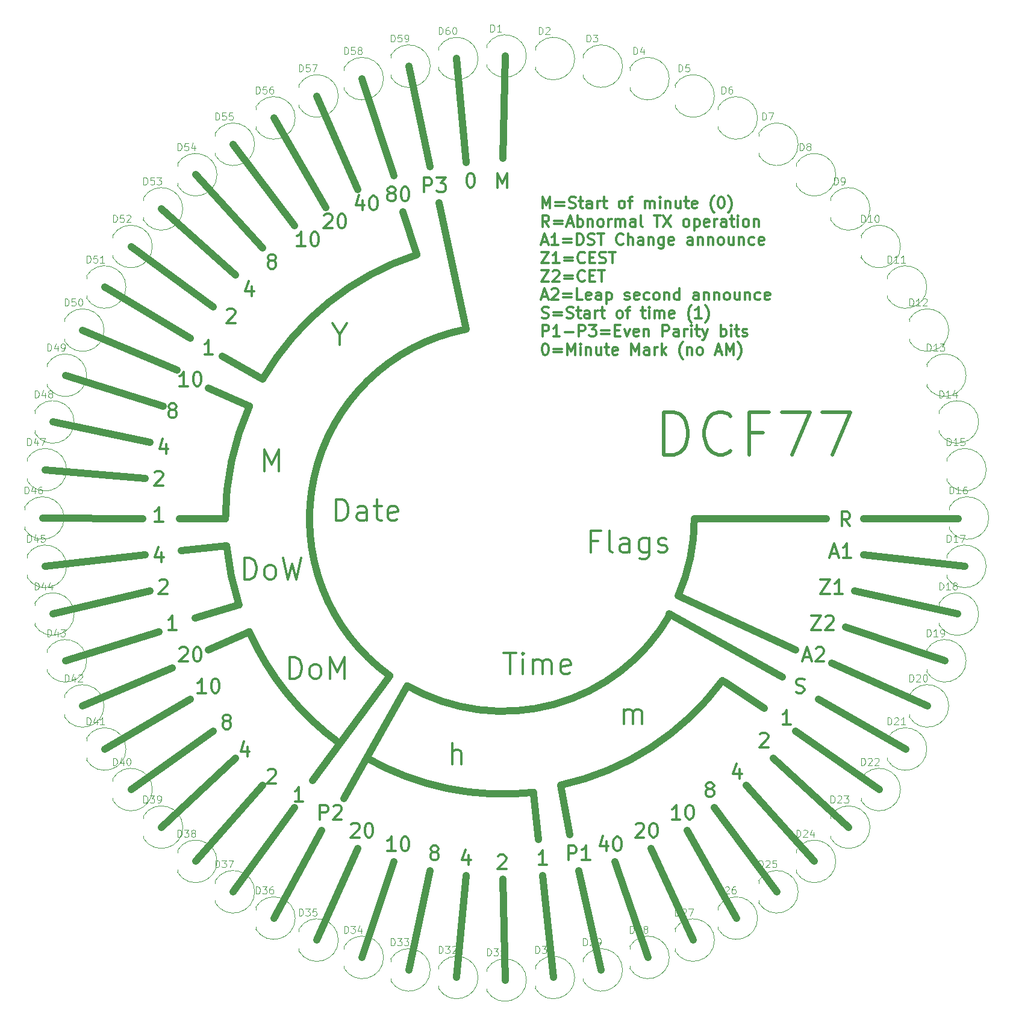
<source format=gbr>
%TF.GenerationSoftware,KiCad,Pcbnew,7.0.7*%
%TF.CreationDate,2024-11-28T18:31:40+01:00*%
%TF.ProjectId,FaceDCF77,46616365-4443-4463-9737-2e6b69636164,rev?*%
%TF.SameCoordinates,Original*%
%TF.FileFunction,Legend,Top*%
%TF.FilePolarity,Positive*%
%FSLAX46Y46*%
G04 Gerber Fmt 4.6, Leading zero omitted, Abs format (unit mm)*
G04 Created by KiCad (PCBNEW 7.0.7) date 2024-11-28 18:31:40*
%MOMM*%
%LPD*%
G01*
G04 APERTURE LIST*
%ADD10C,1.000000*%
%ADD11C,0.150000*%
%ADD12C,0.300000*%
%ADD13C,0.500000*%
%ADD14C,0.100000*%
%ADD15C,0.120000*%
G04 APERTURE END LIST*
D10*
X155574999Y-104140000D02*
G75*
G03*
X157823825Y-93345964I-24646103J10766040D01*
G01*
X125730000Y-66675000D02*
X121920000Y-48895000D01*
X118843102Y-56181893D02*
X116840000Y-50165000D01*
X108585000Y-132715000D02*
X117475000Y-116840000D01*
X117475000Y-116839999D02*
G75*
G03*
X154436607Y-106754912I13453896J23466040D01*
G01*
X170180000Y-115570000D02*
X154305000Y-106680000D01*
X167640000Y-120015000D02*
X162081582Y-116320336D01*
X140335000Y-137795000D02*
X139065000Y-130810000D01*
X101600000Y-52070000D02*
X93021854Y-40652854D01*
X93021854Y-145825064D02*
X101600000Y-133985000D01*
X151314000Y-155057633D02*
X146685000Y-141605000D01*
X125730000Y-66675001D02*
G75*
G03*
X115027214Y-115442027I5198890J-26698959D01*
G01*
X95286838Y-77486421D02*
X89535000Y-74930000D01*
X87734406Y-141543373D02*
X97155000Y-130810000D01*
X187519546Y-125738959D02*
X175260000Y-118745000D01*
X90170000Y-63500000D02*
X78641790Y-55032918D01*
X139065000Y-130809999D02*
G75*
G03*
X161774438Y-116094100I-8136100J37435999D01*
G01*
X97155000Y-55245000D02*
X87734406Y-44934545D01*
X118843102Y-56181892D02*
G75*
G03*
X97155001Y-73660000I12085798J-37192068D01*
G01*
X80294416Y-93373959D02*
X66227895Y-93238959D01*
X183814000Y-131445000D02*
X172085000Y-123190000D01*
X98727895Y-149530610D02*
X105410000Y-137160000D01*
X104790013Y-152619414D02*
X110490000Y-139700000D01*
X91906208Y-93373959D02*
X85477336Y-93373959D01*
X193046569Y-113325064D02*
X179070000Y-108585000D01*
X82550000Y-109220000D02*
X69409221Y-113325064D01*
X114935001Y-115569999D02*
X104140000Y-130175000D01*
X110490000Y-46990000D02*
X104790013Y-33858504D01*
X86995000Y-67945000D02*
X74936244Y-60738959D01*
X85090000Y-72390000D02*
X71847440Y-66801077D01*
X125730000Y-43180000D02*
X124433545Y-28595036D01*
X115570000Y-45085000D02*
X111141790Y-31420285D01*
X78641790Y-131445000D02*
X90170000Y-123190000D01*
X81280000Y-103505000D02*
X67648301Y-106753219D01*
D11*
X69409221Y-113325064D02*
X82550000Y-109220000D01*
D10*
X144742155Y-156818553D02*
X141605000Y-142875000D01*
X174721384Y-141543373D02*
X165100000Y-130810000D01*
X163727895Y-149530610D02*
X156845000Y-137160000D01*
X131227895Y-158238959D02*
X130928895Y-144013194D01*
X111141790Y-155057633D02*
X115570000Y-141605000D01*
D11*
X67648301Y-106753219D02*
X81280000Y-103505000D01*
D10*
X71847440Y-119676841D02*
X84455000Y-114300000D01*
X74936244Y-125738959D02*
X86995000Y-118745000D01*
X106045000Y-49530000D02*
X98727895Y-36947308D01*
X95250000Y-109220000D02*
X89535000Y-111760000D01*
X155575000Y-104140000D02*
X172085000Y-111760000D01*
X117713635Y-156818553D02*
X120650000Y-142875000D01*
X179532309Y-136732448D02*
X168910000Y-127000000D01*
X194807489Y-106753219D02*
X180340000Y-103505000D01*
X93345000Y-59055000D02*
X82923481Y-49745470D01*
X92075000Y-97155000D02*
X85725000Y-97790000D01*
X82923481Y-136732448D02*
X93345000Y-127000000D01*
X157978154Y-93373959D02*
X176380454Y-93373959D01*
X195871818Y-100033309D02*
X181610000Y-98425000D01*
X194945000Y-93345000D02*
X181658186Y-93373959D01*
X92074989Y-97155001D02*
G75*
G03*
X93811138Y-105465007I38853911J3781101D01*
G01*
D11*
X66583972Y-100033309D02*
X80645000Y-98425000D01*
D10*
X131227895Y-28238959D02*
X130928895Y-42644667D01*
X124433545Y-157882882D02*
X125730000Y-143510000D01*
X80645000Y-87630000D02*
X66583972Y-86444609D01*
X97155000Y-73660000D02*
X91440000Y-70485000D01*
X190608350Y-119676841D02*
X177165000Y-113665000D01*
X138022245Y-157882882D02*
X136525000Y-143510000D01*
X93811137Y-105465007D02*
X87630000Y-107315000D01*
X120650000Y-43815000D02*
X117713635Y-29659365D01*
X135255000Y-132080000D02*
X135890000Y-138430000D01*
X95250018Y-109219992D02*
G75*
G03*
X108026313Y-124989654I35678882J15845992D01*
G01*
X169433936Y-145825064D02*
X160655000Y-133985000D01*
X95286836Y-77486420D02*
G75*
G03*
X91906208Y-93373959I35642084J-15887540D01*
G01*
X80645000Y-98425000D02*
X66583972Y-100033309D01*
X157665777Y-152619414D02*
X151765000Y-139700000D01*
X81280000Y-82550000D02*
X67648301Y-79724699D01*
X111760000Y-127000000D02*
G75*
G03*
X135228228Y-131840484I19168900J33626000D01*
G01*
X83185000Y-77470000D02*
X69409221Y-73152854D01*
D12*
X140128809Y-141344638D02*
X140128809Y-139344638D01*
X140128809Y-139344638D02*
X140890714Y-139344638D01*
X140890714Y-139344638D02*
X141081190Y-139439876D01*
X141081190Y-139439876D02*
X141176428Y-139535114D01*
X141176428Y-139535114D02*
X141271666Y-139725590D01*
X141271666Y-139725590D02*
X141271666Y-140011304D01*
X141271666Y-140011304D02*
X141176428Y-140201780D01*
X141176428Y-140201780D02*
X141081190Y-140297019D01*
X141081190Y-140297019D02*
X140890714Y-140392257D01*
X140890714Y-140392257D02*
X140128809Y-140392257D01*
X143176428Y-141344638D02*
X142033571Y-141344638D01*
X142604999Y-141344638D02*
X142604999Y-139344638D01*
X142604999Y-139344638D02*
X142414523Y-139630352D01*
X142414523Y-139630352D02*
X142224047Y-139820828D01*
X142224047Y-139820828D02*
X142033571Y-139916066D01*
X145478571Y-138741304D02*
X145478571Y-140074638D01*
X145002380Y-137979400D02*
X144526190Y-139407971D01*
X144526190Y-139407971D02*
X145764285Y-139407971D01*
X146907142Y-138074638D02*
X147097619Y-138074638D01*
X147097619Y-138074638D02*
X147288095Y-138169876D01*
X147288095Y-138169876D02*
X147383333Y-138265114D01*
X147383333Y-138265114D02*
X147478571Y-138455590D01*
X147478571Y-138455590D02*
X147573809Y-138836542D01*
X147573809Y-138836542D02*
X147573809Y-139312733D01*
X147573809Y-139312733D02*
X147478571Y-139693685D01*
X147478571Y-139693685D02*
X147383333Y-139884161D01*
X147383333Y-139884161D02*
X147288095Y-139979400D01*
X147288095Y-139979400D02*
X147097619Y-140074638D01*
X147097619Y-140074638D02*
X146907142Y-140074638D01*
X146907142Y-140074638D02*
X146716666Y-139979400D01*
X146716666Y-139979400D02*
X146621428Y-139884161D01*
X146621428Y-139884161D02*
X146526190Y-139693685D01*
X146526190Y-139693685D02*
X146430952Y-139312733D01*
X146430952Y-139312733D02*
X146430952Y-138836542D01*
X146430952Y-138836542D02*
X146526190Y-138455590D01*
X146526190Y-138455590D02*
X146621428Y-138265114D01*
X146621428Y-138265114D02*
X146716666Y-138169876D01*
X146716666Y-138169876D02*
X146907142Y-138074638D01*
X81978571Y-86830114D02*
X82073809Y-86734876D01*
X82073809Y-86734876D02*
X82264285Y-86639638D01*
X82264285Y-86639638D02*
X82740476Y-86639638D01*
X82740476Y-86639638D02*
X82930952Y-86734876D01*
X82930952Y-86734876D02*
X83026190Y-86830114D01*
X83026190Y-86830114D02*
X83121428Y-87020590D01*
X83121428Y-87020590D02*
X83121428Y-87211066D01*
X83121428Y-87211066D02*
X83026190Y-87496780D01*
X83026190Y-87496780D02*
X81883333Y-88639638D01*
X81883333Y-88639638D02*
X83121428Y-88639638D01*
X82613571Y-102070114D02*
X82708809Y-101974876D01*
X82708809Y-101974876D02*
X82899285Y-101879638D01*
X82899285Y-101879638D02*
X83375476Y-101879638D01*
X83375476Y-101879638D02*
X83565952Y-101974876D01*
X83565952Y-101974876D02*
X83661190Y-102070114D01*
X83661190Y-102070114D02*
X83756428Y-102260590D01*
X83756428Y-102260590D02*
X83756428Y-102451066D01*
X83756428Y-102451066D02*
X83661190Y-102736780D01*
X83661190Y-102736780D02*
X82518333Y-103879638D01*
X82518333Y-103879638D02*
X83756428Y-103879638D01*
X85471190Y-111595114D02*
X85566428Y-111499876D01*
X85566428Y-111499876D02*
X85756904Y-111404638D01*
X85756904Y-111404638D02*
X86233095Y-111404638D01*
X86233095Y-111404638D02*
X86423571Y-111499876D01*
X86423571Y-111499876D02*
X86518809Y-111595114D01*
X86518809Y-111595114D02*
X86614047Y-111785590D01*
X86614047Y-111785590D02*
X86614047Y-111976066D01*
X86614047Y-111976066D02*
X86518809Y-112261780D01*
X86518809Y-112261780D02*
X85375952Y-113404638D01*
X85375952Y-113404638D02*
X86614047Y-113404638D01*
X87852142Y-111404638D02*
X88042619Y-111404638D01*
X88042619Y-111404638D02*
X88233095Y-111499876D01*
X88233095Y-111499876D02*
X88328333Y-111595114D01*
X88328333Y-111595114D02*
X88423571Y-111785590D01*
X88423571Y-111785590D02*
X88518809Y-112166542D01*
X88518809Y-112166542D02*
X88518809Y-112642733D01*
X88518809Y-112642733D02*
X88423571Y-113023685D01*
X88423571Y-113023685D02*
X88328333Y-113214161D01*
X88328333Y-113214161D02*
X88233095Y-113309400D01*
X88233095Y-113309400D02*
X88042619Y-113404638D01*
X88042619Y-113404638D02*
X87852142Y-113404638D01*
X87852142Y-113404638D02*
X87661666Y-113309400D01*
X87661666Y-113309400D02*
X87566428Y-113214161D01*
X87566428Y-113214161D02*
X87471190Y-113023685D01*
X87471190Y-113023685D02*
X87375952Y-112642733D01*
X87375952Y-112642733D02*
X87375952Y-112166542D01*
X87375952Y-112166542D02*
X87471190Y-111785590D01*
X87471190Y-111785590D02*
X87566428Y-111595114D01*
X87566428Y-111595114D02*
X87661666Y-111499876D01*
X87661666Y-111499876D02*
X87852142Y-111404638D01*
X94995952Y-125406304D02*
X94995952Y-126739638D01*
X94519761Y-124644400D02*
X94043571Y-126072971D01*
X94043571Y-126072971D02*
X95281666Y-126072971D01*
X103124047Y-54984638D02*
X101981190Y-54984638D01*
X102552618Y-54984638D02*
X102552618Y-52984638D01*
X102552618Y-52984638D02*
X102362142Y-53270352D01*
X102362142Y-53270352D02*
X102171666Y-53460828D01*
X102171666Y-53460828D02*
X101981190Y-53556066D01*
X104362142Y-52984638D02*
X104552619Y-52984638D01*
X104552619Y-52984638D02*
X104743095Y-53079876D01*
X104743095Y-53079876D02*
X104838333Y-53175114D01*
X104838333Y-53175114D02*
X104933571Y-53365590D01*
X104933571Y-53365590D02*
X105028809Y-53746542D01*
X105028809Y-53746542D02*
X105028809Y-54222733D01*
X105028809Y-54222733D02*
X104933571Y-54603685D01*
X104933571Y-54603685D02*
X104838333Y-54794161D01*
X104838333Y-54794161D02*
X104743095Y-54889400D01*
X104743095Y-54889400D02*
X104552619Y-54984638D01*
X104552619Y-54984638D02*
X104362142Y-54984638D01*
X104362142Y-54984638D02*
X104171666Y-54889400D01*
X104171666Y-54889400D02*
X104076428Y-54794161D01*
X104076428Y-54794161D02*
X103981190Y-54603685D01*
X103981190Y-54603685D02*
X103885952Y-54222733D01*
X103885952Y-54222733D02*
X103885952Y-53746542D01*
X103885952Y-53746542D02*
X103981190Y-53365590D01*
X103981190Y-53365590D02*
X104076428Y-53175114D01*
X104076428Y-53175114D02*
X104171666Y-53079876D01*
X104171666Y-53079876D02*
X104362142Y-52984638D01*
X86614047Y-74669638D02*
X85471190Y-74669638D01*
X86042618Y-74669638D02*
X86042618Y-72669638D01*
X86042618Y-72669638D02*
X85852142Y-72955352D01*
X85852142Y-72955352D02*
X85661666Y-73145828D01*
X85661666Y-73145828D02*
X85471190Y-73241066D01*
X87852142Y-72669638D02*
X88042619Y-72669638D01*
X88042619Y-72669638D02*
X88233095Y-72764876D01*
X88233095Y-72764876D02*
X88328333Y-72860114D01*
X88328333Y-72860114D02*
X88423571Y-73050590D01*
X88423571Y-73050590D02*
X88518809Y-73431542D01*
X88518809Y-73431542D02*
X88518809Y-73907733D01*
X88518809Y-73907733D02*
X88423571Y-74288685D01*
X88423571Y-74288685D02*
X88328333Y-74479161D01*
X88328333Y-74479161D02*
X88233095Y-74574400D01*
X88233095Y-74574400D02*
X88042619Y-74669638D01*
X88042619Y-74669638D02*
X87852142Y-74669638D01*
X87852142Y-74669638D02*
X87661666Y-74574400D01*
X87661666Y-74574400D02*
X87566428Y-74479161D01*
X87566428Y-74479161D02*
X87471190Y-74288685D01*
X87471190Y-74288685D02*
X87375952Y-73907733D01*
X87375952Y-73907733D02*
X87375952Y-73431542D01*
X87375952Y-73431542D02*
X87471190Y-73050590D01*
X87471190Y-73050590D02*
X87566428Y-72860114D01*
X87566428Y-72860114D02*
X87661666Y-72764876D01*
X87661666Y-72764876D02*
X87852142Y-72669638D01*
X171386428Y-122294638D02*
X170243571Y-122294638D01*
X170814999Y-122294638D02*
X170814999Y-120294638D01*
X170814999Y-120294638D02*
X170624523Y-120580352D01*
X170624523Y-120580352D02*
X170434047Y-120770828D01*
X170434047Y-120770828D02*
X170243571Y-120866066D01*
X105203809Y-135629638D02*
X105203809Y-133629638D01*
X105203809Y-133629638D02*
X105965714Y-133629638D01*
X105965714Y-133629638D02*
X106156190Y-133724876D01*
X106156190Y-133724876D02*
X106251428Y-133820114D01*
X106251428Y-133820114D02*
X106346666Y-134010590D01*
X106346666Y-134010590D02*
X106346666Y-134296304D01*
X106346666Y-134296304D02*
X106251428Y-134486780D01*
X106251428Y-134486780D02*
X106156190Y-134582019D01*
X106156190Y-134582019D02*
X105965714Y-134677257D01*
X105965714Y-134677257D02*
X105203809Y-134677257D01*
X107108571Y-133820114D02*
X107203809Y-133724876D01*
X107203809Y-133724876D02*
X107394285Y-133629638D01*
X107394285Y-133629638D02*
X107870476Y-133629638D01*
X107870476Y-133629638D02*
X108060952Y-133724876D01*
X108060952Y-133724876D02*
X108156190Y-133820114D01*
X108156190Y-133820114D02*
X108251428Y-134010590D01*
X108251428Y-134010590D02*
X108251428Y-134201066D01*
X108251428Y-134201066D02*
X108156190Y-134486780D01*
X108156190Y-134486780D02*
X107013333Y-135629638D01*
X107013333Y-135629638D02*
X108251428Y-135629638D01*
X85026428Y-108959638D02*
X83883571Y-108959638D01*
X84454999Y-108959638D02*
X84454999Y-106959638D01*
X84454999Y-106959638D02*
X84264523Y-107245352D01*
X84264523Y-107245352D02*
X84074047Y-107435828D01*
X84074047Y-107435828D02*
X83883571Y-107531066D01*
X136468320Y-49665590D02*
X136468320Y-48065590D01*
X136468320Y-48065590D02*
X137001653Y-49208447D01*
X137001653Y-49208447D02*
X137534987Y-48065590D01*
X137534987Y-48065590D02*
X137534987Y-49665590D01*
X138296891Y-48827495D02*
X139515939Y-48827495D01*
X139515939Y-49284638D02*
X138296891Y-49284638D01*
X140201652Y-49589400D02*
X140430224Y-49665590D01*
X140430224Y-49665590D02*
X140811176Y-49665590D01*
X140811176Y-49665590D02*
X140963557Y-49589400D01*
X140963557Y-49589400D02*
X141039748Y-49513209D01*
X141039748Y-49513209D02*
X141115938Y-49360828D01*
X141115938Y-49360828D02*
X141115938Y-49208447D01*
X141115938Y-49208447D02*
X141039748Y-49056066D01*
X141039748Y-49056066D02*
X140963557Y-48979876D01*
X140963557Y-48979876D02*
X140811176Y-48903685D01*
X140811176Y-48903685D02*
X140506414Y-48827495D01*
X140506414Y-48827495D02*
X140354033Y-48751304D01*
X140354033Y-48751304D02*
X140277843Y-48675114D01*
X140277843Y-48675114D02*
X140201652Y-48522733D01*
X140201652Y-48522733D02*
X140201652Y-48370352D01*
X140201652Y-48370352D02*
X140277843Y-48217971D01*
X140277843Y-48217971D02*
X140354033Y-48141780D01*
X140354033Y-48141780D02*
X140506414Y-48065590D01*
X140506414Y-48065590D02*
X140887367Y-48065590D01*
X140887367Y-48065590D02*
X141115938Y-48141780D01*
X141573081Y-48598923D02*
X142182605Y-48598923D01*
X141801653Y-48065590D02*
X141801653Y-49437019D01*
X141801653Y-49437019D02*
X141877843Y-49589400D01*
X141877843Y-49589400D02*
X142030224Y-49665590D01*
X142030224Y-49665590D02*
X142182605Y-49665590D01*
X143401653Y-49665590D02*
X143401653Y-48827495D01*
X143401653Y-48827495D02*
X143325463Y-48675114D01*
X143325463Y-48675114D02*
X143173082Y-48598923D01*
X143173082Y-48598923D02*
X142868320Y-48598923D01*
X142868320Y-48598923D02*
X142715939Y-48675114D01*
X143401653Y-49589400D02*
X143249272Y-49665590D01*
X143249272Y-49665590D02*
X142868320Y-49665590D01*
X142868320Y-49665590D02*
X142715939Y-49589400D01*
X142715939Y-49589400D02*
X142639748Y-49437019D01*
X142639748Y-49437019D02*
X142639748Y-49284638D01*
X142639748Y-49284638D02*
X142715939Y-49132257D01*
X142715939Y-49132257D02*
X142868320Y-49056066D01*
X142868320Y-49056066D02*
X143249272Y-49056066D01*
X143249272Y-49056066D02*
X143401653Y-48979876D01*
X144163558Y-49665590D02*
X144163558Y-48598923D01*
X144163558Y-48903685D02*
X144239748Y-48751304D01*
X144239748Y-48751304D02*
X144315939Y-48675114D01*
X144315939Y-48675114D02*
X144468320Y-48598923D01*
X144468320Y-48598923D02*
X144620701Y-48598923D01*
X144925462Y-48598923D02*
X145534986Y-48598923D01*
X145154034Y-48065590D02*
X145154034Y-49437019D01*
X145154034Y-49437019D02*
X145230224Y-49589400D01*
X145230224Y-49589400D02*
X145382605Y-49665590D01*
X145382605Y-49665590D02*
X145534986Y-49665590D01*
X147515939Y-49665590D02*
X147363558Y-49589400D01*
X147363558Y-49589400D02*
X147287368Y-49513209D01*
X147287368Y-49513209D02*
X147211177Y-49360828D01*
X147211177Y-49360828D02*
X147211177Y-48903685D01*
X147211177Y-48903685D02*
X147287368Y-48751304D01*
X147287368Y-48751304D02*
X147363558Y-48675114D01*
X147363558Y-48675114D02*
X147515939Y-48598923D01*
X147515939Y-48598923D02*
X147744511Y-48598923D01*
X147744511Y-48598923D02*
X147896892Y-48675114D01*
X147896892Y-48675114D02*
X147973082Y-48751304D01*
X147973082Y-48751304D02*
X148049273Y-48903685D01*
X148049273Y-48903685D02*
X148049273Y-49360828D01*
X148049273Y-49360828D02*
X147973082Y-49513209D01*
X147973082Y-49513209D02*
X147896892Y-49589400D01*
X147896892Y-49589400D02*
X147744511Y-49665590D01*
X147744511Y-49665590D02*
X147515939Y-49665590D01*
X148506415Y-48598923D02*
X149115939Y-48598923D01*
X148734987Y-49665590D02*
X148734987Y-48294161D01*
X148734987Y-48294161D02*
X148811177Y-48141780D01*
X148811177Y-48141780D02*
X148963558Y-48065590D01*
X148963558Y-48065590D02*
X149115939Y-48065590D01*
X150868321Y-49665590D02*
X150868321Y-48598923D01*
X150868321Y-48751304D02*
X150944511Y-48675114D01*
X150944511Y-48675114D02*
X151096892Y-48598923D01*
X151096892Y-48598923D02*
X151325464Y-48598923D01*
X151325464Y-48598923D02*
X151477845Y-48675114D01*
X151477845Y-48675114D02*
X151554035Y-48827495D01*
X151554035Y-48827495D02*
X151554035Y-49665590D01*
X151554035Y-48827495D02*
X151630226Y-48675114D01*
X151630226Y-48675114D02*
X151782607Y-48598923D01*
X151782607Y-48598923D02*
X152011178Y-48598923D01*
X152011178Y-48598923D02*
X152163559Y-48675114D01*
X152163559Y-48675114D02*
X152239749Y-48827495D01*
X152239749Y-48827495D02*
X152239749Y-49665590D01*
X153001654Y-49665590D02*
X153001654Y-48598923D01*
X153001654Y-48065590D02*
X152925463Y-48141780D01*
X152925463Y-48141780D02*
X153001654Y-48217971D01*
X153001654Y-48217971D02*
X153077844Y-48141780D01*
X153077844Y-48141780D02*
X153001654Y-48065590D01*
X153001654Y-48065590D02*
X153001654Y-48217971D01*
X153763559Y-48598923D02*
X153763559Y-49665590D01*
X153763559Y-48751304D02*
X153839749Y-48675114D01*
X153839749Y-48675114D02*
X153992130Y-48598923D01*
X153992130Y-48598923D02*
X154220702Y-48598923D01*
X154220702Y-48598923D02*
X154373083Y-48675114D01*
X154373083Y-48675114D02*
X154449273Y-48827495D01*
X154449273Y-48827495D02*
X154449273Y-49665590D01*
X155896892Y-48598923D02*
X155896892Y-49665590D01*
X155211178Y-48598923D02*
X155211178Y-49437019D01*
X155211178Y-49437019D02*
X155287368Y-49589400D01*
X155287368Y-49589400D02*
X155439749Y-49665590D01*
X155439749Y-49665590D02*
X155668321Y-49665590D01*
X155668321Y-49665590D02*
X155820702Y-49589400D01*
X155820702Y-49589400D02*
X155896892Y-49513209D01*
X156430225Y-48598923D02*
X157039749Y-48598923D01*
X156658797Y-48065590D02*
X156658797Y-49437019D01*
X156658797Y-49437019D02*
X156734987Y-49589400D01*
X156734987Y-49589400D02*
X156887368Y-49665590D01*
X156887368Y-49665590D02*
X157039749Y-49665590D01*
X158182607Y-49589400D02*
X158030226Y-49665590D01*
X158030226Y-49665590D02*
X157725464Y-49665590D01*
X157725464Y-49665590D02*
X157573083Y-49589400D01*
X157573083Y-49589400D02*
X157496892Y-49437019D01*
X157496892Y-49437019D02*
X157496892Y-48827495D01*
X157496892Y-48827495D02*
X157573083Y-48675114D01*
X157573083Y-48675114D02*
X157725464Y-48598923D01*
X157725464Y-48598923D02*
X158030226Y-48598923D01*
X158030226Y-48598923D02*
X158182607Y-48675114D01*
X158182607Y-48675114D02*
X158258797Y-48827495D01*
X158258797Y-48827495D02*
X158258797Y-48979876D01*
X158258797Y-48979876D02*
X157496892Y-49132257D01*
X160620703Y-50275114D02*
X160544512Y-50198923D01*
X160544512Y-50198923D02*
X160392131Y-49970352D01*
X160392131Y-49970352D02*
X160315941Y-49817971D01*
X160315941Y-49817971D02*
X160239750Y-49589400D01*
X160239750Y-49589400D02*
X160163560Y-49208447D01*
X160163560Y-49208447D02*
X160163560Y-48903685D01*
X160163560Y-48903685D02*
X160239750Y-48522733D01*
X160239750Y-48522733D02*
X160315941Y-48294161D01*
X160315941Y-48294161D02*
X160392131Y-48141780D01*
X160392131Y-48141780D02*
X160544512Y-47913209D01*
X160544512Y-47913209D02*
X160620703Y-47837019D01*
X161534989Y-48065590D02*
X161687370Y-48065590D01*
X161687370Y-48065590D02*
X161839751Y-48141780D01*
X161839751Y-48141780D02*
X161915941Y-48217971D01*
X161915941Y-48217971D02*
X161992132Y-48370352D01*
X161992132Y-48370352D02*
X162068322Y-48675114D01*
X162068322Y-48675114D02*
X162068322Y-49056066D01*
X162068322Y-49056066D02*
X161992132Y-49360828D01*
X161992132Y-49360828D02*
X161915941Y-49513209D01*
X161915941Y-49513209D02*
X161839751Y-49589400D01*
X161839751Y-49589400D02*
X161687370Y-49665590D01*
X161687370Y-49665590D02*
X161534989Y-49665590D01*
X161534989Y-49665590D02*
X161382608Y-49589400D01*
X161382608Y-49589400D02*
X161306417Y-49513209D01*
X161306417Y-49513209D02*
X161230227Y-49360828D01*
X161230227Y-49360828D02*
X161154036Y-49056066D01*
X161154036Y-49056066D02*
X161154036Y-48675114D01*
X161154036Y-48675114D02*
X161230227Y-48370352D01*
X161230227Y-48370352D02*
X161306417Y-48217971D01*
X161306417Y-48217971D02*
X161382608Y-48141780D01*
X161382608Y-48141780D02*
X161534989Y-48065590D01*
X162601656Y-50275114D02*
X162677846Y-50198923D01*
X162677846Y-50198923D02*
X162830227Y-49970352D01*
X162830227Y-49970352D02*
X162906418Y-49817971D01*
X162906418Y-49817971D02*
X162982608Y-49589400D01*
X162982608Y-49589400D02*
X163058799Y-49208447D01*
X163058799Y-49208447D02*
X163058799Y-48903685D01*
X163058799Y-48903685D02*
X162982608Y-48522733D01*
X162982608Y-48522733D02*
X162906418Y-48294161D01*
X162906418Y-48294161D02*
X162830227Y-48141780D01*
X162830227Y-48141780D02*
X162677846Y-47913209D01*
X162677846Y-47913209D02*
X162601656Y-47837019D01*
X137382606Y-52241590D02*
X136849272Y-51479685D01*
X136468320Y-52241590D02*
X136468320Y-50641590D01*
X136468320Y-50641590D02*
X137077844Y-50641590D01*
X137077844Y-50641590D02*
X137230225Y-50717780D01*
X137230225Y-50717780D02*
X137306415Y-50793971D01*
X137306415Y-50793971D02*
X137382606Y-50946352D01*
X137382606Y-50946352D02*
X137382606Y-51174923D01*
X137382606Y-51174923D02*
X137306415Y-51327304D01*
X137306415Y-51327304D02*
X137230225Y-51403495D01*
X137230225Y-51403495D02*
X137077844Y-51479685D01*
X137077844Y-51479685D02*
X136468320Y-51479685D01*
X138068320Y-51403495D02*
X139287368Y-51403495D01*
X139287368Y-51860638D02*
X138068320Y-51860638D01*
X139973081Y-51784447D02*
X140734986Y-51784447D01*
X139820700Y-52241590D02*
X140354034Y-50641590D01*
X140354034Y-50641590D02*
X140887367Y-52241590D01*
X141420701Y-52241590D02*
X141420701Y-50641590D01*
X141420701Y-51251114D02*
X141573082Y-51174923D01*
X141573082Y-51174923D02*
X141877844Y-51174923D01*
X141877844Y-51174923D02*
X142030225Y-51251114D01*
X142030225Y-51251114D02*
X142106415Y-51327304D01*
X142106415Y-51327304D02*
X142182606Y-51479685D01*
X142182606Y-51479685D02*
X142182606Y-51936828D01*
X142182606Y-51936828D02*
X142106415Y-52089209D01*
X142106415Y-52089209D02*
X142030225Y-52165400D01*
X142030225Y-52165400D02*
X141877844Y-52241590D01*
X141877844Y-52241590D02*
X141573082Y-52241590D01*
X141573082Y-52241590D02*
X141420701Y-52165400D01*
X142868320Y-51174923D02*
X142868320Y-52241590D01*
X142868320Y-51327304D02*
X142944510Y-51251114D01*
X142944510Y-51251114D02*
X143096891Y-51174923D01*
X143096891Y-51174923D02*
X143325463Y-51174923D01*
X143325463Y-51174923D02*
X143477844Y-51251114D01*
X143477844Y-51251114D02*
X143554034Y-51403495D01*
X143554034Y-51403495D02*
X143554034Y-52241590D01*
X144544510Y-52241590D02*
X144392129Y-52165400D01*
X144392129Y-52165400D02*
X144315939Y-52089209D01*
X144315939Y-52089209D02*
X144239748Y-51936828D01*
X144239748Y-51936828D02*
X144239748Y-51479685D01*
X144239748Y-51479685D02*
X144315939Y-51327304D01*
X144315939Y-51327304D02*
X144392129Y-51251114D01*
X144392129Y-51251114D02*
X144544510Y-51174923D01*
X144544510Y-51174923D02*
X144773082Y-51174923D01*
X144773082Y-51174923D02*
X144925463Y-51251114D01*
X144925463Y-51251114D02*
X145001653Y-51327304D01*
X145001653Y-51327304D02*
X145077844Y-51479685D01*
X145077844Y-51479685D02*
X145077844Y-51936828D01*
X145077844Y-51936828D02*
X145001653Y-52089209D01*
X145001653Y-52089209D02*
X144925463Y-52165400D01*
X144925463Y-52165400D02*
X144773082Y-52241590D01*
X144773082Y-52241590D02*
X144544510Y-52241590D01*
X145763558Y-52241590D02*
X145763558Y-51174923D01*
X145763558Y-51479685D02*
X145839748Y-51327304D01*
X145839748Y-51327304D02*
X145915939Y-51251114D01*
X145915939Y-51251114D02*
X146068320Y-51174923D01*
X146068320Y-51174923D02*
X146220701Y-51174923D01*
X146754034Y-52241590D02*
X146754034Y-51174923D01*
X146754034Y-51327304D02*
X146830224Y-51251114D01*
X146830224Y-51251114D02*
X146982605Y-51174923D01*
X146982605Y-51174923D02*
X147211177Y-51174923D01*
X147211177Y-51174923D02*
X147363558Y-51251114D01*
X147363558Y-51251114D02*
X147439748Y-51403495D01*
X147439748Y-51403495D02*
X147439748Y-52241590D01*
X147439748Y-51403495D02*
X147515939Y-51251114D01*
X147515939Y-51251114D02*
X147668320Y-51174923D01*
X147668320Y-51174923D02*
X147896891Y-51174923D01*
X147896891Y-51174923D02*
X148049272Y-51251114D01*
X148049272Y-51251114D02*
X148125462Y-51403495D01*
X148125462Y-51403495D02*
X148125462Y-52241590D01*
X149573081Y-52241590D02*
X149573081Y-51403495D01*
X149573081Y-51403495D02*
X149496891Y-51251114D01*
X149496891Y-51251114D02*
X149344510Y-51174923D01*
X149344510Y-51174923D02*
X149039748Y-51174923D01*
X149039748Y-51174923D02*
X148887367Y-51251114D01*
X149573081Y-52165400D02*
X149420700Y-52241590D01*
X149420700Y-52241590D02*
X149039748Y-52241590D01*
X149039748Y-52241590D02*
X148887367Y-52165400D01*
X148887367Y-52165400D02*
X148811176Y-52013019D01*
X148811176Y-52013019D02*
X148811176Y-51860638D01*
X148811176Y-51860638D02*
X148887367Y-51708257D01*
X148887367Y-51708257D02*
X149039748Y-51632066D01*
X149039748Y-51632066D02*
X149420700Y-51632066D01*
X149420700Y-51632066D02*
X149573081Y-51555876D01*
X150563557Y-52241590D02*
X150411176Y-52165400D01*
X150411176Y-52165400D02*
X150334986Y-52013019D01*
X150334986Y-52013019D02*
X150334986Y-50641590D01*
X152163557Y-50641590D02*
X153077843Y-50641590D01*
X152620700Y-52241590D02*
X152620700Y-50641590D01*
X153458796Y-50641590D02*
X154525463Y-52241590D01*
X154525463Y-50641590D02*
X153458796Y-52241590D01*
X156582606Y-52241590D02*
X156430225Y-52165400D01*
X156430225Y-52165400D02*
X156354035Y-52089209D01*
X156354035Y-52089209D02*
X156277844Y-51936828D01*
X156277844Y-51936828D02*
X156277844Y-51479685D01*
X156277844Y-51479685D02*
X156354035Y-51327304D01*
X156354035Y-51327304D02*
X156430225Y-51251114D01*
X156430225Y-51251114D02*
X156582606Y-51174923D01*
X156582606Y-51174923D02*
X156811178Y-51174923D01*
X156811178Y-51174923D02*
X156963559Y-51251114D01*
X156963559Y-51251114D02*
X157039749Y-51327304D01*
X157039749Y-51327304D02*
X157115940Y-51479685D01*
X157115940Y-51479685D02*
X157115940Y-51936828D01*
X157115940Y-51936828D02*
X157039749Y-52089209D01*
X157039749Y-52089209D02*
X156963559Y-52165400D01*
X156963559Y-52165400D02*
X156811178Y-52241590D01*
X156811178Y-52241590D02*
X156582606Y-52241590D01*
X157801654Y-51174923D02*
X157801654Y-52774923D01*
X157801654Y-51251114D02*
X157954035Y-51174923D01*
X157954035Y-51174923D02*
X158258797Y-51174923D01*
X158258797Y-51174923D02*
X158411178Y-51251114D01*
X158411178Y-51251114D02*
X158487368Y-51327304D01*
X158487368Y-51327304D02*
X158563559Y-51479685D01*
X158563559Y-51479685D02*
X158563559Y-51936828D01*
X158563559Y-51936828D02*
X158487368Y-52089209D01*
X158487368Y-52089209D02*
X158411178Y-52165400D01*
X158411178Y-52165400D02*
X158258797Y-52241590D01*
X158258797Y-52241590D02*
X157954035Y-52241590D01*
X157954035Y-52241590D02*
X157801654Y-52165400D01*
X159858797Y-52165400D02*
X159706416Y-52241590D01*
X159706416Y-52241590D02*
X159401654Y-52241590D01*
X159401654Y-52241590D02*
X159249273Y-52165400D01*
X159249273Y-52165400D02*
X159173082Y-52013019D01*
X159173082Y-52013019D02*
X159173082Y-51403495D01*
X159173082Y-51403495D02*
X159249273Y-51251114D01*
X159249273Y-51251114D02*
X159401654Y-51174923D01*
X159401654Y-51174923D02*
X159706416Y-51174923D01*
X159706416Y-51174923D02*
X159858797Y-51251114D01*
X159858797Y-51251114D02*
X159934987Y-51403495D01*
X159934987Y-51403495D02*
X159934987Y-51555876D01*
X159934987Y-51555876D02*
X159173082Y-51708257D01*
X160620702Y-52241590D02*
X160620702Y-51174923D01*
X160620702Y-51479685D02*
X160696892Y-51327304D01*
X160696892Y-51327304D02*
X160773083Y-51251114D01*
X160773083Y-51251114D02*
X160925464Y-51174923D01*
X160925464Y-51174923D02*
X161077845Y-51174923D01*
X162296892Y-52241590D02*
X162296892Y-51403495D01*
X162296892Y-51403495D02*
X162220702Y-51251114D01*
X162220702Y-51251114D02*
X162068321Y-51174923D01*
X162068321Y-51174923D02*
X161763559Y-51174923D01*
X161763559Y-51174923D02*
X161611178Y-51251114D01*
X162296892Y-52165400D02*
X162144511Y-52241590D01*
X162144511Y-52241590D02*
X161763559Y-52241590D01*
X161763559Y-52241590D02*
X161611178Y-52165400D01*
X161611178Y-52165400D02*
X161534987Y-52013019D01*
X161534987Y-52013019D02*
X161534987Y-51860638D01*
X161534987Y-51860638D02*
X161611178Y-51708257D01*
X161611178Y-51708257D02*
X161763559Y-51632066D01*
X161763559Y-51632066D02*
X162144511Y-51632066D01*
X162144511Y-51632066D02*
X162296892Y-51555876D01*
X162830225Y-51174923D02*
X163439749Y-51174923D01*
X163058797Y-50641590D02*
X163058797Y-52013019D01*
X163058797Y-52013019D02*
X163134987Y-52165400D01*
X163134987Y-52165400D02*
X163287368Y-52241590D01*
X163287368Y-52241590D02*
X163439749Y-52241590D01*
X163973083Y-52241590D02*
X163973083Y-51174923D01*
X163973083Y-50641590D02*
X163896892Y-50717780D01*
X163896892Y-50717780D02*
X163973083Y-50793971D01*
X163973083Y-50793971D02*
X164049273Y-50717780D01*
X164049273Y-50717780D02*
X163973083Y-50641590D01*
X163973083Y-50641590D02*
X163973083Y-50793971D01*
X164963559Y-52241590D02*
X164811178Y-52165400D01*
X164811178Y-52165400D02*
X164734988Y-52089209D01*
X164734988Y-52089209D02*
X164658797Y-51936828D01*
X164658797Y-51936828D02*
X164658797Y-51479685D01*
X164658797Y-51479685D02*
X164734988Y-51327304D01*
X164734988Y-51327304D02*
X164811178Y-51251114D01*
X164811178Y-51251114D02*
X164963559Y-51174923D01*
X164963559Y-51174923D02*
X165192131Y-51174923D01*
X165192131Y-51174923D02*
X165344512Y-51251114D01*
X165344512Y-51251114D02*
X165420702Y-51327304D01*
X165420702Y-51327304D02*
X165496893Y-51479685D01*
X165496893Y-51479685D02*
X165496893Y-51936828D01*
X165496893Y-51936828D02*
X165420702Y-52089209D01*
X165420702Y-52089209D02*
X165344512Y-52165400D01*
X165344512Y-52165400D02*
X165192131Y-52241590D01*
X165192131Y-52241590D02*
X164963559Y-52241590D01*
X166182607Y-51174923D02*
X166182607Y-52241590D01*
X166182607Y-51327304D02*
X166258797Y-51251114D01*
X166258797Y-51251114D02*
X166411178Y-51174923D01*
X166411178Y-51174923D02*
X166639750Y-51174923D01*
X166639750Y-51174923D02*
X166792131Y-51251114D01*
X166792131Y-51251114D02*
X166868321Y-51403495D01*
X166868321Y-51403495D02*
X166868321Y-52241590D01*
X136392129Y-54360447D02*
X137154034Y-54360447D01*
X136239748Y-54817590D02*
X136773082Y-53217590D01*
X136773082Y-53217590D02*
X137306415Y-54817590D01*
X138677844Y-54817590D02*
X137763558Y-54817590D01*
X138220701Y-54817590D02*
X138220701Y-53217590D01*
X138220701Y-53217590D02*
X138068320Y-53446161D01*
X138068320Y-53446161D02*
X137915939Y-53598542D01*
X137915939Y-53598542D02*
X137763558Y-53674733D01*
X139363559Y-53979495D02*
X140582607Y-53979495D01*
X140582607Y-54436638D02*
X139363559Y-54436638D01*
X141344511Y-54817590D02*
X141344511Y-53217590D01*
X141344511Y-53217590D02*
X141725463Y-53217590D01*
X141725463Y-53217590D02*
X141954035Y-53293780D01*
X141954035Y-53293780D02*
X142106416Y-53446161D01*
X142106416Y-53446161D02*
X142182606Y-53598542D01*
X142182606Y-53598542D02*
X142258797Y-53903304D01*
X142258797Y-53903304D02*
X142258797Y-54131876D01*
X142258797Y-54131876D02*
X142182606Y-54436638D01*
X142182606Y-54436638D02*
X142106416Y-54589019D01*
X142106416Y-54589019D02*
X141954035Y-54741400D01*
X141954035Y-54741400D02*
X141725463Y-54817590D01*
X141725463Y-54817590D02*
X141344511Y-54817590D01*
X142868320Y-54741400D02*
X143096892Y-54817590D01*
X143096892Y-54817590D02*
X143477844Y-54817590D01*
X143477844Y-54817590D02*
X143630225Y-54741400D01*
X143630225Y-54741400D02*
X143706416Y-54665209D01*
X143706416Y-54665209D02*
X143782606Y-54512828D01*
X143782606Y-54512828D02*
X143782606Y-54360447D01*
X143782606Y-54360447D02*
X143706416Y-54208066D01*
X143706416Y-54208066D02*
X143630225Y-54131876D01*
X143630225Y-54131876D02*
X143477844Y-54055685D01*
X143477844Y-54055685D02*
X143173082Y-53979495D01*
X143173082Y-53979495D02*
X143020701Y-53903304D01*
X143020701Y-53903304D02*
X142944511Y-53827114D01*
X142944511Y-53827114D02*
X142868320Y-53674733D01*
X142868320Y-53674733D02*
X142868320Y-53522352D01*
X142868320Y-53522352D02*
X142944511Y-53369971D01*
X142944511Y-53369971D02*
X143020701Y-53293780D01*
X143020701Y-53293780D02*
X143173082Y-53217590D01*
X143173082Y-53217590D02*
X143554035Y-53217590D01*
X143554035Y-53217590D02*
X143782606Y-53293780D01*
X144239749Y-53217590D02*
X145154035Y-53217590D01*
X144696892Y-54817590D02*
X144696892Y-53217590D01*
X147820703Y-54665209D02*
X147744512Y-54741400D01*
X147744512Y-54741400D02*
X147515941Y-54817590D01*
X147515941Y-54817590D02*
X147363560Y-54817590D01*
X147363560Y-54817590D02*
X147134988Y-54741400D01*
X147134988Y-54741400D02*
X146982607Y-54589019D01*
X146982607Y-54589019D02*
X146906417Y-54436638D01*
X146906417Y-54436638D02*
X146830226Y-54131876D01*
X146830226Y-54131876D02*
X146830226Y-53903304D01*
X146830226Y-53903304D02*
X146906417Y-53598542D01*
X146906417Y-53598542D02*
X146982607Y-53446161D01*
X146982607Y-53446161D02*
X147134988Y-53293780D01*
X147134988Y-53293780D02*
X147363560Y-53217590D01*
X147363560Y-53217590D02*
X147515941Y-53217590D01*
X147515941Y-53217590D02*
X147744512Y-53293780D01*
X147744512Y-53293780D02*
X147820703Y-53369971D01*
X148506417Y-54817590D02*
X148506417Y-53217590D01*
X149192131Y-54817590D02*
X149192131Y-53979495D01*
X149192131Y-53979495D02*
X149115941Y-53827114D01*
X149115941Y-53827114D02*
X148963560Y-53750923D01*
X148963560Y-53750923D02*
X148734988Y-53750923D01*
X148734988Y-53750923D02*
X148582607Y-53827114D01*
X148582607Y-53827114D02*
X148506417Y-53903304D01*
X150639750Y-54817590D02*
X150639750Y-53979495D01*
X150639750Y-53979495D02*
X150563560Y-53827114D01*
X150563560Y-53827114D02*
X150411179Y-53750923D01*
X150411179Y-53750923D02*
X150106417Y-53750923D01*
X150106417Y-53750923D02*
X149954036Y-53827114D01*
X150639750Y-54741400D02*
X150487369Y-54817590D01*
X150487369Y-54817590D02*
X150106417Y-54817590D01*
X150106417Y-54817590D02*
X149954036Y-54741400D01*
X149954036Y-54741400D02*
X149877845Y-54589019D01*
X149877845Y-54589019D02*
X149877845Y-54436638D01*
X149877845Y-54436638D02*
X149954036Y-54284257D01*
X149954036Y-54284257D02*
X150106417Y-54208066D01*
X150106417Y-54208066D02*
X150487369Y-54208066D01*
X150487369Y-54208066D02*
X150639750Y-54131876D01*
X151401655Y-53750923D02*
X151401655Y-54817590D01*
X151401655Y-53903304D02*
X151477845Y-53827114D01*
X151477845Y-53827114D02*
X151630226Y-53750923D01*
X151630226Y-53750923D02*
X151858798Y-53750923D01*
X151858798Y-53750923D02*
X152011179Y-53827114D01*
X152011179Y-53827114D02*
X152087369Y-53979495D01*
X152087369Y-53979495D02*
X152087369Y-54817590D01*
X153534988Y-53750923D02*
X153534988Y-55046161D01*
X153534988Y-55046161D02*
X153458798Y-55198542D01*
X153458798Y-55198542D02*
X153382607Y-55274733D01*
X153382607Y-55274733D02*
X153230226Y-55350923D01*
X153230226Y-55350923D02*
X153001655Y-55350923D01*
X153001655Y-55350923D02*
X152849274Y-55274733D01*
X153534988Y-54741400D02*
X153382607Y-54817590D01*
X153382607Y-54817590D02*
X153077845Y-54817590D01*
X153077845Y-54817590D02*
X152925464Y-54741400D01*
X152925464Y-54741400D02*
X152849274Y-54665209D01*
X152849274Y-54665209D02*
X152773083Y-54512828D01*
X152773083Y-54512828D02*
X152773083Y-54055685D01*
X152773083Y-54055685D02*
X152849274Y-53903304D01*
X152849274Y-53903304D02*
X152925464Y-53827114D01*
X152925464Y-53827114D02*
X153077845Y-53750923D01*
X153077845Y-53750923D02*
X153382607Y-53750923D01*
X153382607Y-53750923D02*
X153534988Y-53827114D01*
X154906417Y-54741400D02*
X154754036Y-54817590D01*
X154754036Y-54817590D02*
X154449274Y-54817590D01*
X154449274Y-54817590D02*
X154296893Y-54741400D01*
X154296893Y-54741400D02*
X154220702Y-54589019D01*
X154220702Y-54589019D02*
X154220702Y-53979495D01*
X154220702Y-53979495D02*
X154296893Y-53827114D01*
X154296893Y-53827114D02*
X154449274Y-53750923D01*
X154449274Y-53750923D02*
X154754036Y-53750923D01*
X154754036Y-53750923D02*
X154906417Y-53827114D01*
X154906417Y-53827114D02*
X154982607Y-53979495D01*
X154982607Y-53979495D02*
X154982607Y-54131876D01*
X154982607Y-54131876D02*
X154220702Y-54284257D01*
X157573084Y-54817590D02*
X157573084Y-53979495D01*
X157573084Y-53979495D02*
X157496894Y-53827114D01*
X157496894Y-53827114D02*
X157344513Y-53750923D01*
X157344513Y-53750923D02*
X157039751Y-53750923D01*
X157039751Y-53750923D02*
X156887370Y-53827114D01*
X157573084Y-54741400D02*
X157420703Y-54817590D01*
X157420703Y-54817590D02*
X157039751Y-54817590D01*
X157039751Y-54817590D02*
X156887370Y-54741400D01*
X156887370Y-54741400D02*
X156811179Y-54589019D01*
X156811179Y-54589019D02*
X156811179Y-54436638D01*
X156811179Y-54436638D02*
X156887370Y-54284257D01*
X156887370Y-54284257D02*
X157039751Y-54208066D01*
X157039751Y-54208066D02*
X157420703Y-54208066D01*
X157420703Y-54208066D02*
X157573084Y-54131876D01*
X158334989Y-53750923D02*
X158334989Y-54817590D01*
X158334989Y-53903304D02*
X158411179Y-53827114D01*
X158411179Y-53827114D02*
X158563560Y-53750923D01*
X158563560Y-53750923D02*
X158792132Y-53750923D01*
X158792132Y-53750923D02*
X158944513Y-53827114D01*
X158944513Y-53827114D02*
X159020703Y-53979495D01*
X159020703Y-53979495D02*
X159020703Y-54817590D01*
X159782608Y-53750923D02*
X159782608Y-54817590D01*
X159782608Y-53903304D02*
X159858798Y-53827114D01*
X159858798Y-53827114D02*
X160011179Y-53750923D01*
X160011179Y-53750923D02*
X160239751Y-53750923D01*
X160239751Y-53750923D02*
X160392132Y-53827114D01*
X160392132Y-53827114D02*
X160468322Y-53979495D01*
X160468322Y-53979495D02*
X160468322Y-54817590D01*
X161458798Y-54817590D02*
X161306417Y-54741400D01*
X161306417Y-54741400D02*
X161230227Y-54665209D01*
X161230227Y-54665209D02*
X161154036Y-54512828D01*
X161154036Y-54512828D02*
X161154036Y-54055685D01*
X161154036Y-54055685D02*
X161230227Y-53903304D01*
X161230227Y-53903304D02*
X161306417Y-53827114D01*
X161306417Y-53827114D02*
X161458798Y-53750923D01*
X161458798Y-53750923D02*
X161687370Y-53750923D01*
X161687370Y-53750923D02*
X161839751Y-53827114D01*
X161839751Y-53827114D02*
X161915941Y-53903304D01*
X161915941Y-53903304D02*
X161992132Y-54055685D01*
X161992132Y-54055685D02*
X161992132Y-54512828D01*
X161992132Y-54512828D02*
X161915941Y-54665209D01*
X161915941Y-54665209D02*
X161839751Y-54741400D01*
X161839751Y-54741400D02*
X161687370Y-54817590D01*
X161687370Y-54817590D02*
X161458798Y-54817590D01*
X163363560Y-53750923D02*
X163363560Y-54817590D01*
X162677846Y-53750923D02*
X162677846Y-54589019D01*
X162677846Y-54589019D02*
X162754036Y-54741400D01*
X162754036Y-54741400D02*
X162906417Y-54817590D01*
X162906417Y-54817590D02*
X163134989Y-54817590D01*
X163134989Y-54817590D02*
X163287370Y-54741400D01*
X163287370Y-54741400D02*
X163363560Y-54665209D01*
X164125465Y-53750923D02*
X164125465Y-54817590D01*
X164125465Y-53903304D02*
X164201655Y-53827114D01*
X164201655Y-53827114D02*
X164354036Y-53750923D01*
X164354036Y-53750923D02*
X164582608Y-53750923D01*
X164582608Y-53750923D02*
X164734989Y-53827114D01*
X164734989Y-53827114D02*
X164811179Y-53979495D01*
X164811179Y-53979495D02*
X164811179Y-54817590D01*
X166258798Y-54741400D02*
X166106417Y-54817590D01*
X166106417Y-54817590D02*
X165801655Y-54817590D01*
X165801655Y-54817590D02*
X165649274Y-54741400D01*
X165649274Y-54741400D02*
X165573084Y-54665209D01*
X165573084Y-54665209D02*
X165496893Y-54512828D01*
X165496893Y-54512828D02*
X165496893Y-54055685D01*
X165496893Y-54055685D02*
X165573084Y-53903304D01*
X165573084Y-53903304D02*
X165649274Y-53827114D01*
X165649274Y-53827114D02*
X165801655Y-53750923D01*
X165801655Y-53750923D02*
X166106417Y-53750923D01*
X166106417Y-53750923D02*
X166258798Y-53827114D01*
X167554037Y-54741400D02*
X167401656Y-54817590D01*
X167401656Y-54817590D02*
X167096894Y-54817590D01*
X167096894Y-54817590D02*
X166944513Y-54741400D01*
X166944513Y-54741400D02*
X166868322Y-54589019D01*
X166868322Y-54589019D02*
X166868322Y-53979495D01*
X166868322Y-53979495D02*
X166944513Y-53827114D01*
X166944513Y-53827114D02*
X167096894Y-53750923D01*
X167096894Y-53750923D02*
X167401656Y-53750923D01*
X167401656Y-53750923D02*
X167554037Y-53827114D01*
X167554037Y-53827114D02*
X167630227Y-53979495D01*
X167630227Y-53979495D02*
X167630227Y-54131876D01*
X167630227Y-54131876D02*
X166868322Y-54284257D01*
X136315939Y-55793590D02*
X137382606Y-55793590D01*
X137382606Y-55793590D02*
X136315939Y-57393590D01*
X136315939Y-57393590D02*
X137382606Y-57393590D01*
X138830225Y-57393590D02*
X137915939Y-57393590D01*
X138373082Y-57393590D02*
X138373082Y-55793590D01*
X138373082Y-55793590D02*
X138220701Y-56022161D01*
X138220701Y-56022161D02*
X138068320Y-56174542D01*
X138068320Y-56174542D02*
X137915939Y-56250733D01*
X139515940Y-56555495D02*
X140734988Y-56555495D01*
X140734988Y-57012638D02*
X139515940Y-57012638D01*
X142411178Y-57241209D02*
X142334987Y-57317400D01*
X142334987Y-57317400D02*
X142106416Y-57393590D01*
X142106416Y-57393590D02*
X141954035Y-57393590D01*
X141954035Y-57393590D02*
X141725463Y-57317400D01*
X141725463Y-57317400D02*
X141573082Y-57165019D01*
X141573082Y-57165019D02*
X141496892Y-57012638D01*
X141496892Y-57012638D02*
X141420701Y-56707876D01*
X141420701Y-56707876D02*
X141420701Y-56479304D01*
X141420701Y-56479304D02*
X141496892Y-56174542D01*
X141496892Y-56174542D02*
X141573082Y-56022161D01*
X141573082Y-56022161D02*
X141725463Y-55869780D01*
X141725463Y-55869780D02*
X141954035Y-55793590D01*
X141954035Y-55793590D02*
X142106416Y-55793590D01*
X142106416Y-55793590D02*
X142334987Y-55869780D01*
X142334987Y-55869780D02*
X142411178Y-55945971D01*
X143096892Y-56555495D02*
X143630225Y-56555495D01*
X143858797Y-57393590D02*
X143096892Y-57393590D01*
X143096892Y-57393590D02*
X143096892Y-55793590D01*
X143096892Y-55793590D02*
X143858797Y-55793590D01*
X144468320Y-57317400D02*
X144696892Y-57393590D01*
X144696892Y-57393590D02*
X145077844Y-57393590D01*
X145077844Y-57393590D02*
X145230225Y-57317400D01*
X145230225Y-57317400D02*
X145306416Y-57241209D01*
X145306416Y-57241209D02*
X145382606Y-57088828D01*
X145382606Y-57088828D02*
X145382606Y-56936447D01*
X145382606Y-56936447D02*
X145306416Y-56784066D01*
X145306416Y-56784066D02*
X145230225Y-56707876D01*
X145230225Y-56707876D02*
X145077844Y-56631685D01*
X145077844Y-56631685D02*
X144773082Y-56555495D01*
X144773082Y-56555495D02*
X144620701Y-56479304D01*
X144620701Y-56479304D02*
X144544511Y-56403114D01*
X144544511Y-56403114D02*
X144468320Y-56250733D01*
X144468320Y-56250733D02*
X144468320Y-56098352D01*
X144468320Y-56098352D02*
X144544511Y-55945971D01*
X144544511Y-55945971D02*
X144620701Y-55869780D01*
X144620701Y-55869780D02*
X144773082Y-55793590D01*
X144773082Y-55793590D02*
X145154035Y-55793590D01*
X145154035Y-55793590D02*
X145382606Y-55869780D01*
X145839749Y-55793590D02*
X146754035Y-55793590D01*
X146296892Y-57393590D02*
X146296892Y-55793590D01*
X136315939Y-58369590D02*
X137382606Y-58369590D01*
X137382606Y-58369590D02*
X136315939Y-59969590D01*
X136315939Y-59969590D02*
X137382606Y-59969590D01*
X137915939Y-58521971D02*
X137992130Y-58445780D01*
X137992130Y-58445780D02*
X138144511Y-58369590D01*
X138144511Y-58369590D02*
X138525463Y-58369590D01*
X138525463Y-58369590D02*
X138677844Y-58445780D01*
X138677844Y-58445780D02*
X138754035Y-58521971D01*
X138754035Y-58521971D02*
X138830225Y-58674352D01*
X138830225Y-58674352D02*
X138830225Y-58826733D01*
X138830225Y-58826733D02*
X138754035Y-59055304D01*
X138754035Y-59055304D02*
X137839749Y-59969590D01*
X137839749Y-59969590D02*
X138830225Y-59969590D01*
X139515940Y-59131495D02*
X140734988Y-59131495D01*
X140734988Y-59588638D02*
X139515940Y-59588638D01*
X142411178Y-59817209D02*
X142334987Y-59893400D01*
X142334987Y-59893400D02*
X142106416Y-59969590D01*
X142106416Y-59969590D02*
X141954035Y-59969590D01*
X141954035Y-59969590D02*
X141725463Y-59893400D01*
X141725463Y-59893400D02*
X141573082Y-59741019D01*
X141573082Y-59741019D02*
X141496892Y-59588638D01*
X141496892Y-59588638D02*
X141420701Y-59283876D01*
X141420701Y-59283876D02*
X141420701Y-59055304D01*
X141420701Y-59055304D02*
X141496892Y-58750542D01*
X141496892Y-58750542D02*
X141573082Y-58598161D01*
X141573082Y-58598161D02*
X141725463Y-58445780D01*
X141725463Y-58445780D02*
X141954035Y-58369590D01*
X141954035Y-58369590D02*
X142106416Y-58369590D01*
X142106416Y-58369590D02*
X142334987Y-58445780D01*
X142334987Y-58445780D02*
X142411178Y-58521971D01*
X143096892Y-59131495D02*
X143630225Y-59131495D01*
X143858797Y-59969590D02*
X143096892Y-59969590D01*
X143096892Y-59969590D02*
X143096892Y-58369590D01*
X143096892Y-58369590D02*
X143858797Y-58369590D01*
X144315939Y-58369590D02*
X145230225Y-58369590D01*
X144773082Y-59969590D02*
X144773082Y-58369590D01*
X136392129Y-62088447D02*
X137154034Y-62088447D01*
X136239748Y-62545590D02*
X136773082Y-60945590D01*
X136773082Y-60945590D02*
X137306415Y-62545590D01*
X137763558Y-61097971D02*
X137839749Y-61021780D01*
X137839749Y-61021780D02*
X137992130Y-60945590D01*
X137992130Y-60945590D02*
X138373082Y-60945590D01*
X138373082Y-60945590D02*
X138525463Y-61021780D01*
X138525463Y-61021780D02*
X138601654Y-61097971D01*
X138601654Y-61097971D02*
X138677844Y-61250352D01*
X138677844Y-61250352D02*
X138677844Y-61402733D01*
X138677844Y-61402733D02*
X138601654Y-61631304D01*
X138601654Y-61631304D02*
X137687368Y-62545590D01*
X137687368Y-62545590D02*
X138677844Y-62545590D01*
X139363559Y-61707495D02*
X140582607Y-61707495D01*
X140582607Y-62164638D02*
X139363559Y-62164638D01*
X142106416Y-62545590D02*
X141344511Y-62545590D01*
X141344511Y-62545590D02*
X141344511Y-60945590D01*
X143249273Y-62469400D02*
X143096892Y-62545590D01*
X143096892Y-62545590D02*
X142792130Y-62545590D01*
X142792130Y-62545590D02*
X142639749Y-62469400D01*
X142639749Y-62469400D02*
X142563558Y-62317019D01*
X142563558Y-62317019D02*
X142563558Y-61707495D01*
X142563558Y-61707495D02*
X142639749Y-61555114D01*
X142639749Y-61555114D02*
X142792130Y-61478923D01*
X142792130Y-61478923D02*
X143096892Y-61478923D01*
X143096892Y-61478923D02*
X143249273Y-61555114D01*
X143249273Y-61555114D02*
X143325463Y-61707495D01*
X143325463Y-61707495D02*
X143325463Y-61859876D01*
X143325463Y-61859876D02*
X142563558Y-62012257D01*
X144696892Y-62545590D02*
X144696892Y-61707495D01*
X144696892Y-61707495D02*
X144620702Y-61555114D01*
X144620702Y-61555114D02*
X144468321Y-61478923D01*
X144468321Y-61478923D02*
X144163559Y-61478923D01*
X144163559Y-61478923D02*
X144011178Y-61555114D01*
X144696892Y-62469400D02*
X144544511Y-62545590D01*
X144544511Y-62545590D02*
X144163559Y-62545590D01*
X144163559Y-62545590D02*
X144011178Y-62469400D01*
X144011178Y-62469400D02*
X143934987Y-62317019D01*
X143934987Y-62317019D02*
X143934987Y-62164638D01*
X143934987Y-62164638D02*
X144011178Y-62012257D01*
X144011178Y-62012257D02*
X144163559Y-61936066D01*
X144163559Y-61936066D02*
X144544511Y-61936066D01*
X144544511Y-61936066D02*
X144696892Y-61859876D01*
X145458797Y-61478923D02*
X145458797Y-63078923D01*
X145458797Y-61555114D02*
X145611178Y-61478923D01*
X145611178Y-61478923D02*
X145915940Y-61478923D01*
X145915940Y-61478923D02*
X146068321Y-61555114D01*
X146068321Y-61555114D02*
X146144511Y-61631304D01*
X146144511Y-61631304D02*
X146220702Y-61783685D01*
X146220702Y-61783685D02*
X146220702Y-62240828D01*
X146220702Y-62240828D02*
X146144511Y-62393209D01*
X146144511Y-62393209D02*
X146068321Y-62469400D01*
X146068321Y-62469400D02*
X145915940Y-62545590D01*
X145915940Y-62545590D02*
X145611178Y-62545590D01*
X145611178Y-62545590D02*
X145458797Y-62469400D01*
X148049273Y-62469400D02*
X148201654Y-62545590D01*
X148201654Y-62545590D02*
X148506416Y-62545590D01*
X148506416Y-62545590D02*
X148658797Y-62469400D01*
X148658797Y-62469400D02*
X148734988Y-62317019D01*
X148734988Y-62317019D02*
X148734988Y-62240828D01*
X148734988Y-62240828D02*
X148658797Y-62088447D01*
X148658797Y-62088447D02*
X148506416Y-62012257D01*
X148506416Y-62012257D02*
X148277845Y-62012257D01*
X148277845Y-62012257D02*
X148125464Y-61936066D01*
X148125464Y-61936066D02*
X148049273Y-61783685D01*
X148049273Y-61783685D02*
X148049273Y-61707495D01*
X148049273Y-61707495D02*
X148125464Y-61555114D01*
X148125464Y-61555114D02*
X148277845Y-61478923D01*
X148277845Y-61478923D02*
X148506416Y-61478923D01*
X148506416Y-61478923D02*
X148658797Y-61555114D01*
X150030226Y-62469400D02*
X149877845Y-62545590D01*
X149877845Y-62545590D02*
X149573083Y-62545590D01*
X149573083Y-62545590D02*
X149420702Y-62469400D01*
X149420702Y-62469400D02*
X149344511Y-62317019D01*
X149344511Y-62317019D02*
X149344511Y-61707495D01*
X149344511Y-61707495D02*
X149420702Y-61555114D01*
X149420702Y-61555114D02*
X149573083Y-61478923D01*
X149573083Y-61478923D02*
X149877845Y-61478923D01*
X149877845Y-61478923D02*
X150030226Y-61555114D01*
X150030226Y-61555114D02*
X150106416Y-61707495D01*
X150106416Y-61707495D02*
X150106416Y-61859876D01*
X150106416Y-61859876D02*
X149344511Y-62012257D01*
X151477845Y-62469400D02*
X151325464Y-62545590D01*
X151325464Y-62545590D02*
X151020702Y-62545590D01*
X151020702Y-62545590D02*
X150868321Y-62469400D01*
X150868321Y-62469400D02*
X150792131Y-62393209D01*
X150792131Y-62393209D02*
X150715940Y-62240828D01*
X150715940Y-62240828D02*
X150715940Y-61783685D01*
X150715940Y-61783685D02*
X150792131Y-61631304D01*
X150792131Y-61631304D02*
X150868321Y-61555114D01*
X150868321Y-61555114D02*
X151020702Y-61478923D01*
X151020702Y-61478923D02*
X151325464Y-61478923D01*
X151325464Y-61478923D02*
X151477845Y-61555114D01*
X152392131Y-62545590D02*
X152239750Y-62469400D01*
X152239750Y-62469400D02*
X152163560Y-62393209D01*
X152163560Y-62393209D02*
X152087369Y-62240828D01*
X152087369Y-62240828D02*
X152087369Y-61783685D01*
X152087369Y-61783685D02*
X152163560Y-61631304D01*
X152163560Y-61631304D02*
X152239750Y-61555114D01*
X152239750Y-61555114D02*
X152392131Y-61478923D01*
X152392131Y-61478923D02*
X152620703Y-61478923D01*
X152620703Y-61478923D02*
X152773084Y-61555114D01*
X152773084Y-61555114D02*
X152849274Y-61631304D01*
X152849274Y-61631304D02*
X152925465Y-61783685D01*
X152925465Y-61783685D02*
X152925465Y-62240828D01*
X152925465Y-62240828D02*
X152849274Y-62393209D01*
X152849274Y-62393209D02*
X152773084Y-62469400D01*
X152773084Y-62469400D02*
X152620703Y-62545590D01*
X152620703Y-62545590D02*
X152392131Y-62545590D01*
X153611179Y-61478923D02*
X153611179Y-62545590D01*
X153611179Y-61631304D02*
X153687369Y-61555114D01*
X153687369Y-61555114D02*
X153839750Y-61478923D01*
X153839750Y-61478923D02*
X154068322Y-61478923D01*
X154068322Y-61478923D02*
X154220703Y-61555114D01*
X154220703Y-61555114D02*
X154296893Y-61707495D01*
X154296893Y-61707495D02*
X154296893Y-62545590D01*
X155744512Y-62545590D02*
X155744512Y-60945590D01*
X155744512Y-62469400D02*
X155592131Y-62545590D01*
X155592131Y-62545590D02*
X155287369Y-62545590D01*
X155287369Y-62545590D02*
X155134988Y-62469400D01*
X155134988Y-62469400D02*
X155058798Y-62393209D01*
X155058798Y-62393209D02*
X154982607Y-62240828D01*
X154982607Y-62240828D02*
X154982607Y-61783685D01*
X154982607Y-61783685D02*
X155058798Y-61631304D01*
X155058798Y-61631304D02*
X155134988Y-61555114D01*
X155134988Y-61555114D02*
X155287369Y-61478923D01*
X155287369Y-61478923D02*
X155592131Y-61478923D01*
X155592131Y-61478923D02*
X155744512Y-61555114D01*
X158411179Y-62545590D02*
X158411179Y-61707495D01*
X158411179Y-61707495D02*
X158334989Y-61555114D01*
X158334989Y-61555114D02*
X158182608Y-61478923D01*
X158182608Y-61478923D02*
X157877846Y-61478923D01*
X157877846Y-61478923D02*
X157725465Y-61555114D01*
X158411179Y-62469400D02*
X158258798Y-62545590D01*
X158258798Y-62545590D02*
X157877846Y-62545590D01*
X157877846Y-62545590D02*
X157725465Y-62469400D01*
X157725465Y-62469400D02*
X157649274Y-62317019D01*
X157649274Y-62317019D02*
X157649274Y-62164638D01*
X157649274Y-62164638D02*
X157725465Y-62012257D01*
X157725465Y-62012257D02*
X157877846Y-61936066D01*
X157877846Y-61936066D02*
X158258798Y-61936066D01*
X158258798Y-61936066D02*
X158411179Y-61859876D01*
X159173084Y-61478923D02*
X159173084Y-62545590D01*
X159173084Y-61631304D02*
X159249274Y-61555114D01*
X159249274Y-61555114D02*
X159401655Y-61478923D01*
X159401655Y-61478923D02*
X159630227Y-61478923D01*
X159630227Y-61478923D02*
X159782608Y-61555114D01*
X159782608Y-61555114D02*
X159858798Y-61707495D01*
X159858798Y-61707495D02*
X159858798Y-62545590D01*
X160620703Y-61478923D02*
X160620703Y-62545590D01*
X160620703Y-61631304D02*
X160696893Y-61555114D01*
X160696893Y-61555114D02*
X160849274Y-61478923D01*
X160849274Y-61478923D02*
X161077846Y-61478923D01*
X161077846Y-61478923D02*
X161230227Y-61555114D01*
X161230227Y-61555114D02*
X161306417Y-61707495D01*
X161306417Y-61707495D02*
X161306417Y-62545590D01*
X162296893Y-62545590D02*
X162144512Y-62469400D01*
X162144512Y-62469400D02*
X162068322Y-62393209D01*
X162068322Y-62393209D02*
X161992131Y-62240828D01*
X161992131Y-62240828D02*
X161992131Y-61783685D01*
X161992131Y-61783685D02*
X162068322Y-61631304D01*
X162068322Y-61631304D02*
X162144512Y-61555114D01*
X162144512Y-61555114D02*
X162296893Y-61478923D01*
X162296893Y-61478923D02*
X162525465Y-61478923D01*
X162525465Y-61478923D02*
X162677846Y-61555114D01*
X162677846Y-61555114D02*
X162754036Y-61631304D01*
X162754036Y-61631304D02*
X162830227Y-61783685D01*
X162830227Y-61783685D02*
X162830227Y-62240828D01*
X162830227Y-62240828D02*
X162754036Y-62393209D01*
X162754036Y-62393209D02*
X162677846Y-62469400D01*
X162677846Y-62469400D02*
X162525465Y-62545590D01*
X162525465Y-62545590D02*
X162296893Y-62545590D01*
X164201655Y-61478923D02*
X164201655Y-62545590D01*
X163515941Y-61478923D02*
X163515941Y-62317019D01*
X163515941Y-62317019D02*
X163592131Y-62469400D01*
X163592131Y-62469400D02*
X163744512Y-62545590D01*
X163744512Y-62545590D02*
X163973084Y-62545590D01*
X163973084Y-62545590D02*
X164125465Y-62469400D01*
X164125465Y-62469400D02*
X164201655Y-62393209D01*
X164963560Y-61478923D02*
X164963560Y-62545590D01*
X164963560Y-61631304D02*
X165039750Y-61555114D01*
X165039750Y-61555114D02*
X165192131Y-61478923D01*
X165192131Y-61478923D02*
X165420703Y-61478923D01*
X165420703Y-61478923D02*
X165573084Y-61555114D01*
X165573084Y-61555114D02*
X165649274Y-61707495D01*
X165649274Y-61707495D02*
X165649274Y-62545590D01*
X167096893Y-62469400D02*
X166944512Y-62545590D01*
X166944512Y-62545590D02*
X166639750Y-62545590D01*
X166639750Y-62545590D02*
X166487369Y-62469400D01*
X166487369Y-62469400D02*
X166411179Y-62393209D01*
X166411179Y-62393209D02*
X166334988Y-62240828D01*
X166334988Y-62240828D02*
X166334988Y-61783685D01*
X166334988Y-61783685D02*
X166411179Y-61631304D01*
X166411179Y-61631304D02*
X166487369Y-61555114D01*
X166487369Y-61555114D02*
X166639750Y-61478923D01*
X166639750Y-61478923D02*
X166944512Y-61478923D01*
X166944512Y-61478923D02*
X167096893Y-61555114D01*
X168392132Y-62469400D02*
X168239751Y-62545590D01*
X168239751Y-62545590D02*
X167934989Y-62545590D01*
X167934989Y-62545590D02*
X167782608Y-62469400D01*
X167782608Y-62469400D02*
X167706417Y-62317019D01*
X167706417Y-62317019D02*
X167706417Y-61707495D01*
X167706417Y-61707495D02*
X167782608Y-61555114D01*
X167782608Y-61555114D02*
X167934989Y-61478923D01*
X167934989Y-61478923D02*
X168239751Y-61478923D01*
X168239751Y-61478923D02*
X168392132Y-61555114D01*
X168392132Y-61555114D02*
X168468322Y-61707495D01*
X168468322Y-61707495D02*
X168468322Y-61859876D01*
X168468322Y-61859876D02*
X167706417Y-62012257D01*
X136392129Y-65045400D02*
X136620701Y-65121590D01*
X136620701Y-65121590D02*
X137001653Y-65121590D01*
X137001653Y-65121590D02*
X137154034Y-65045400D01*
X137154034Y-65045400D02*
X137230225Y-64969209D01*
X137230225Y-64969209D02*
X137306415Y-64816828D01*
X137306415Y-64816828D02*
X137306415Y-64664447D01*
X137306415Y-64664447D02*
X137230225Y-64512066D01*
X137230225Y-64512066D02*
X137154034Y-64435876D01*
X137154034Y-64435876D02*
X137001653Y-64359685D01*
X137001653Y-64359685D02*
X136696891Y-64283495D01*
X136696891Y-64283495D02*
X136544510Y-64207304D01*
X136544510Y-64207304D02*
X136468320Y-64131114D01*
X136468320Y-64131114D02*
X136392129Y-63978733D01*
X136392129Y-63978733D02*
X136392129Y-63826352D01*
X136392129Y-63826352D02*
X136468320Y-63673971D01*
X136468320Y-63673971D02*
X136544510Y-63597780D01*
X136544510Y-63597780D02*
X136696891Y-63521590D01*
X136696891Y-63521590D02*
X137077844Y-63521590D01*
X137077844Y-63521590D02*
X137306415Y-63597780D01*
X137992130Y-64283495D02*
X139211178Y-64283495D01*
X139211178Y-64740638D02*
X137992130Y-64740638D01*
X139896891Y-65045400D02*
X140125463Y-65121590D01*
X140125463Y-65121590D02*
X140506415Y-65121590D01*
X140506415Y-65121590D02*
X140658796Y-65045400D01*
X140658796Y-65045400D02*
X140734987Y-64969209D01*
X140734987Y-64969209D02*
X140811177Y-64816828D01*
X140811177Y-64816828D02*
X140811177Y-64664447D01*
X140811177Y-64664447D02*
X140734987Y-64512066D01*
X140734987Y-64512066D02*
X140658796Y-64435876D01*
X140658796Y-64435876D02*
X140506415Y-64359685D01*
X140506415Y-64359685D02*
X140201653Y-64283495D01*
X140201653Y-64283495D02*
X140049272Y-64207304D01*
X140049272Y-64207304D02*
X139973082Y-64131114D01*
X139973082Y-64131114D02*
X139896891Y-63978733D01*
X139896891Y-63978733D02*
X139896891Y-63826352D01*
X139896891Y-63826352D02*
X139973082Y-63673971D01*
X139973082Y-63673971D02*
X140049272Y-63597780D01*
X140049272Y-63597780D02*
X140201653Y-63521590D01*
X140201653Y-63521590D02*
X140582606Y-63521590D01*
X140582606Y-63521590D02*
X140811177Y-63597780D01*
X141268320Y-64054923D02*
X141877844Y-64054923D01*
X141496892Y-63521590D02*
X141496892Y-64893019D01*
X141496892Y-64893019D02*
X141573082Y-65045400D01*
X141573082Y-65045400D02*
X141725463Y-65121590D01*
X141725463Y-65121590D02*
X141877844Y-65121590D01*
X143096892Y-65121590D02*
X143096892Y-64283495D01*
X143096892Y-64283495D02*
X143020702Y-64131114D01*
X143020702Y-64131114D02*
X142868321Y-64054923D01*
X142868321Y-64054923D02*
X142563559Y-64054923D01*
X142563559Y-64054923D02*
X142411178Y-64131114D01*
X143096892Y-65045400D02*
X142944511Y-65121590D01*
X142944511Y-65121590D02*
X142563559Y-65121590D01*
X142563559Y-65121590D02*
X142411178Y-65045400D01*
X142411178Y-65045400D02*
X142334987Y-64893019D01*
X142334987Y-64893019D02*
X142334987Y-64740638D01*
X142334987Y-64740638D02*
X142411178Y-64588257D01*
X142411178Y-64588257D02*
X142563559Y-64512066D01*
X142563559Y-64512066D02*
X142944511Y-64512066D01*
X142944511Y-64512066D02*
X143096892Y-64435876D01*
X143858797Y-65121590D02*
X143858797Y-64054923D01*
X143858797Y-64359685D02*
X143934987Y-64207304D01*
X143934987Y-64207304D02*
X144011178Y-64131114D01*
X144011178Y-64131114D02*
X144163559Y-64054923D01*
X144163559Y-64054923D02*
X144315940Y-64054923D01*
X144620701Y-64054923D02*
X145230225Y-64054923D01*
X144849273Y-63521590D02*
X144849273Y-64893019D01*
X144849273Y-64893019D02*
X144925463Y-65045400D01*
X144925463Y-65045400D02*
X145077844Y-65121590D01*
X145077844Y-65121590D02*
X145230225Y-65121590D01*
X147211178Y-65121590D02*
X147058797Y-65045400D01*
X147058797Y-65045400D02*
X146982607Y-64969209D01*
X146982607Y-64969209D02*
X146906416Y-64816828D01*
X146906416Y-64816828D02*
X146906416Y-64359685D01*
X146906416Y-64359685D02*
X146982607Y-64207304D01*
X146982607Y-64207304D02*
X147058797Y-64131114D01*
X147058797Y-64131114D02*
X147211178Y-64054923D01*
X147211178Y-64054923D02*
X147439750Y-64054923D01*
X147439750Y-64054923D02*
X147592131Y-64131114D01*
X147592131Y-64131114D02*
X147668321Y-64207304D01*
X147668321Y-64207304D02*
X147744512Y-64359685D01*
X147744512Y-64359685D02*
X147744512Y-64816828D01*
X147744512Y-64816828D02*
X147668321Y-64969209D01*
X147668321Y-64969209D02*
X147592131Y-65045400D01*
X147592131Y-65045400D02*
X147439750Y-65121590D01*
X147439750Y-65121590D02*
X147211178Y-65121590D01*
X148201654Y-64054923D02*
X148811178Y-64054923D01*
X148430226Y-65121590D02*
X148430226Y-63750161D01*
X148430226Y-63750161D02*
X148506416Y-63597780D01*
X148506416Y-63597780D02*
X148658797Y-63521590D01*
X148658797Y-63521590D02*
X148811178Y-63521590D01*
X150334988Y-64054923D02*
X150944512Y-64054923D01*
X150563560Y-63521590D02*
X150563560Y-64893019D01*
X150563560Y-64893019D02*
X150639750Y-65045400D01*
X150639750Y-65045400D02*
X150792131Y-65121590D01*
X150792131Y-65121590D02*
X150944512Y-65121590D01*
X151477846Y-65121590D02*
X151477846Y-64054923D01*
X151477846Y-63521590D02*
X151401655Y-63597780D01*
X151401655Y-63597780D02*
X151477846Y-63673971D01*
X151477846Y-63673971D02*
X151554036Y-63597780D01*
X151554036Y-63597780D02*
X151477846Y-63521590D01*
X151477846Y-63521590D02*
X151477846Y-63673971D01*
X152239751Y-65121590D02*
X152239751Y-64054923D01*
X152239751Y-64207304D02*
X152315941Y-64131114D01*
X152315941Y-64131114D02*
X152468322Y-64054923D01*
X152468322Y-64054923D02*
X152696894Y-64054923D01*
X152696894Y-64054923D02*
X152849275Y-64131114D01*
X152849275Y-64131114D02*
X152925465Y-64283495D01*
X152925465Y-64283495D02*
X152925465Y-65121590D01*
X152925465Y-64283495D02*
X153001656Y-64131114D01*
X153001656Y-64131114D02*
X153154037Y-64054923D01*
X153154037Y-64054923D02*
X153382608Y-64054923D01*
X153382608Y-64054923D02*
X153534989Y-64131114D01*
X153534989Y-64131114D02*
X153611179Y-64283495D01*
X153611179Y-64283495D02*
X153611179Y-65121590D01*
X154982608Y-65045400D02*
X154830227Y-65121590D01*
X154830227Y-65121590D02*
X154525465Y-65121590D01*
X154525465Y-65121590D02*
X154373084Y-65045400D01*
X154373084Y-65045400D02*
X154296893Y-64893019D01*
X154296893Y-64893019D02*
X154296893Y-64283495D01*
X154296893Y-64283495D02*
X154373084Y-64131114D01*
X154373084Y-64131114D02*
X154525465Y-64054923D01*
X154525465Y-64054923D02*
X154830227Y-64054923D01*
X154830227Y-64054923D02*
X154982608Y-64131114D01*
X154982608Y-64131114D02*
X155058798Y-64283495D01*
X155058798Y-64283495D02*
X155058798Y-64435876D01*
X155058798Y-64435876D02*
X154296893Y-64588257D01*
X157420704Y-65731114D02*
X157344513Y-65654923D01*
X157344513Y-65654923D02*
X157192132Y-65426352D01*
X157192132Y-65426352D02*
X157115942Y-65273971D01*
X157115942Y-65273971D02*
X157039751Y-65045400D01*
X157039751Y-65045400D02*
X156963561Y-64664447D01*
X156963561Y-64664447D02*
X156963561Y-64359685D01*
X156963561Y-64359685D02*
X157039751Y-63978733D01*
X157039751Y-63978733D02*
X157115942Y-63750161D01*
X157115942Y-63750161D02*
X157192132Y-63597780D01*
X157192132Y-63597780D02*
X157344513Y-63369209D01*
X157344513Y-63369209D02*
X157420704Y-63293019D01*
X158868323Y-65121590D02*
X157954037Y-65121590D01*
X158411180Y-65121590D02*
X158411180Y-63521590D01*
X158411180Y-63521590D02*
X158258799Y-63750161D01*
X158258799Y-63750161D02*
X158106418Y-63902542D01*
X158106418Y-63902542D02*
X157954037Y-63978733D01*
X159401657Y-65731114D02*
X159477847Y-65654923D01*
X159477847Y-65654923D02*
X159630228Y-65426352D01*
X159630228Y-65426352D02*
X159706419Y-65273971D01*
X159706419Y-65273971D02*
X159782609Y-65045400D01*
X159782609Y-65045400D02*
X159858800Y-64664447D01*
X159858800Y-64664447D02*
X159858800Y-64359685D01*
X159858800Y-64359685D02*
X159782609Y-63978733D01*
X159782609Y-63978733D02*
X159706419Y-63750161D01*
X159706419Y-63750161D02*
X159630228Y-63597780D01*
X159630228Y-63597780D02*
X159477847Y-63369209D01*
X159477847Y-63369209D02*
X159401657Y-63293019D01*
X136468320Y-67697590D02*
X136468320Y-66097590D01*
X136468320Y-66097590D02*
X137077844Y-66097590D01*
X137077844Y-66097590D02*
X137230225Y-66173780D01*
X137230225Y-66173780D02*
X137306415Y-66249971D01*
X137306415Y-66249971D02*
X137382606Y-66402352D01*
X137382606Y-66402352D02*
X137382606Y-66630923D01*
X137382606Y-66630923D02*
X137306415Y-66783304D01*
X137306415Y-66783304D02*
X137230225Y-66859495D01*
X137230225Y-66859495D02*
X137077844Y-66935685D01*
X137077844Y-66935685D02*
X136468320Y-66935685D01*
X138906415Y-67697590D02*
X137992129Y-67697590D01*
X138449272Y-67697590D02*
X138449272Y-66097590D01*
X138449272Y-66097590D02*
X138296891Y-66326161D01*
X138296891Y-66326161D02*
X138144510Y-66478542D01*
X138144510Y-66478542D02*
X137992129Y-66554733D01*
X139592130Y-67088066D02*
X140811178Y-67088066D01*
X141573082Y-67697590D02*
X141573082Y-66097590D01*
X141573082Y-66097590D02*
X142182606Y-66097590D01*
X142182606Y-66097590D02*
X142334987Y-66173780D01*
X142334987Y-66173780D02*
X142411177Y-66249971D01*
X142411177Y-66249971D02*
X142487368Y-66402352D01*
X142487368Y-66402352D02*
X142487368Y-66630923D01*
X142487368Y-66630923D02*
X142411177Y-66783304D01*
X142411177Y-66783304D02*
X142334987Y-66859495D01*
X142334987Y-66859495D02*
X142182606Y-66935685D01*
X142182606Y-66935685D02*
X141573082Y-66935685D01*
X143020701Y-66097590D02*
X144011177Y-66097590D01*
X144011177Y-66097590D02*
X143477844Y-66707114D01*
X143477844Y-66707114D02*
X143706415Y-66707114D01*
X143706415Y-66707114D02*
X143858796Y-66783304D01*
X143858796Y-66783304D02*
X143934987Y-66859495D01*
X143934987Y-66859495D02*
X144011177Y-67011876D01*
X144011177Y-67011876D02*
X144011177Y-67392828D01*
X144011177Y-67392828D02*
X143934987Y-67545209D01*
X143934987Y-67545209D02*
X143858796Y-67621400D01*
X143858796Y-67621400D02*
X143706415Y-67697590D01*
X143706415Y-67697590D02*
X143249272Y-67697590D01*
X143249272Y-67697590D02*
X143096891Y-67621400D01*
X143096891Y-67621400D02*
X143020701Y-67545209D01*
X144696892Y-66859495D02*
X145915940Y-66859495D01*
X145915940Y-67316638D02*
X144696892Y-67316638D01*
X146677844Y-66859495D02*
X147211177Y-66859495D01*
X147439749Y-67697590D02*
X146677844Y-67697590D01*
X146677844Y-67697590D02*
X146677844Y-66097590D01*
X146677844Y-66097590D02*
X147439749Y-66097590D01*
X147973082Y-66630923D02*
X148354034Y-67697590D01*
X148354034Y-67697590D02*
X148734987Y-66630923D01*
X149954035Y-67621400D02*
X149801654Y-67697590D01*
X149801654Y-67697590D02*
X149496892Y-67697590D01*
X149496892Y-67697590D02*
X149344511Y-67621400D01*
X149344511Y-67621400D02*
X149268320Y-67469019D01*
X149268320Y-67469019D02*
X149268320Y-66859495D01*
X149268320Y-66859495D02*
X149344511Y-66707114D01*
X149344511Y-66707114D02*
X149496892Y-66630923D01*
X149496892Y-66630923D02*
X149801654Y-66630923D01*
X149801654Y-66630923D02*
X149954035Y-66707114D01*
X149954035Y-66707114D02*
X150030225Y-66859495D01*
X150030225Y-66859495D02*
X150030225Y-67011876D01*
X150030225Y-67011876D02*
X149268320Y-67164257D01*
X150715940Y-66630923D02*
X150715940Y-67697590D01*
X150715940Y-66783304D02*
X150792130Y-66707114D01*
X150792130Y-66707114D02*
X150944511Y-66630923D01*
X150944511Y-66630923D02*
X151173083Y-66630923D01*
X151173083Y-66630923D02*
X151325464Y-66707114D01*
X151325464Y-66707114D02*
X151401654Y-66859495D01*
X151401654Y-66859495D02*
X151401654Y-67697590D01*
X153382607Y-67697590D02*
X153382607Y-66097590D01*
X153382607Y-66097590D02*
X153992131Y-66097590D01*
X153992131Y-66097590D02*
X154144512Y-66173780D01*
X154144512Y-66173780D02*
X154220702Y-66249971D01*
X154220702Y-66249971D02*
X154296893Y-66402352D01*
X154296893Y-66402352D02*
X154296893Y-66630923D01*
X154296893Y-66630923D02*
X154220702Y-66783304D01*
X154220702Y-66783304D02*
X154144512Y-66859495D01*
X154144512Y-66859495D02*
X153992131Y-66935685D01*
X153992131Y-66935685D02*
X153382607Y-66935685D01*
X155668321Y-67697590D02*
X155668321Y-66859495D01*
X155668321Y-66859495D02*
X155592131Y-66707114D01*
X155592131Y-66707114D02*
X155439750Y-66630923D01*
X155439750Y-66630923D02*
X155134988Y-66630923D01*
X155134988Y-66630923D02*
X154982607Y-66707114D01*
X155668321Y-67621400D02*
X155515940Y-67697590D01*
X155515940Y-67697590D02*
X155134988Y-67697590D01*
X155134988Y-67697590D02*
X154982607Y-67621400D01*
X154982607Y-67621400D02*
X154906416Y-67469019D01*
X154906416Y-67469019D02*
X154906416Y-67316638D01*
X154906416Y-67316638D02*
X154982607Y-67164257D01*
X154982607Y-67164257D02*
X155134988Y-67088066D01*
X155134988Y-67088066D02*
X155515940Y-67088066D01*
X155515940Y-67088066D02*
X155668321Y-67011876D01*
X156430226Y-67697590D02*
X156430226Y-66630923D01*
X156430226Y-66935685D02*
X156506416Y-66783304D01*
X156506416Y-66783304D02*
X156582607Y-66707114D01*
X156582607Y-66707114D02*
X156734988Y-66630923D01*
X156734988Y-66630923D02*
X156887369Y-66630923D01*
X157420702Y-67697590D02*
X157420702Y-66630923D01*
X157420702Y-66097590D02*
X157344511Y-66173780D01*
X157344511Y-66173780D02*
X157420702Y-66249971D01*
X157420702Y-66249971D02*
X157496892Y-66173780D01*
X157496892Y-66173780D02*
X157420702Y-66097590D01*
X157420702Y-66097590D02*
X157420702Y-66249971D01*
X157954035Y-66630923D02*
X158563559Y-66630923D01*
X158182607Y-66097590D02*
X158182607Y-67469019D01*
X158182607Y-67469019D02*
X158258797Y-67621400D01*
X158258797Y-67621400D02*
X158411178Y-67697590D01*
X158411178Y-67697590D02*
X158563559Y-67697590D01*
X158944512Y-66630923D02*
X159325464Y-67697590D01*
X159706417Y-66630923D02*
X159325464Y-67697590D01*
X159325464Y-67697590D02*
X159173083Y-68078542D01*
X159173083Y-68078542D02*
X159096893Y-68154733D01*
X159096893Y-68154733D02*
X158944512Y-68230923D01*
X161534989Y-67697590D02*
X161534989Y-66097590D01*
X161534989Y-66707114D02*
X161687370Y-66630923D01*
X161687370Y-66630923D02*
X161992132Y-66630923D01*
X161992132Y-66630923D02*
X162144513Y-66707114D01*
X162144513Y-66707114D02*
X162220703Y-66783304D01*
X162220703Y-66783304D02*
X162296894Y-66935685D01*
X162296894Y-66935685D02*
X162296894Y-67392828D01*
X162296894Y-67392828D02*
X162220703Y-67545209D01*
X162220703Y-67545209D02*
X162144513Y-67621400D01*
X162144513Y-67621400D02*
X161992132Y-67697590D01*
X161992132Y-67697590D02*
X161687370Y-67697590D01*
X161687370Y-67697590D02*
X161534989Y-67621400D01*
X162982608Y-67697590D02*
X162982608Y-66630923D01*
X162982608Y-66097590D02*
X162906417Y-66173780D01*
X162906417Y-66173780D02*
X162982608Y-66249971D01*
X162982608Y-66249971D02*
X163058798Y-66173780D01*
X163058798Y-66173780D02*
X162982608Y-66097590D01*
X162982608Y-66097590D02*
X162982608Y-66249971D01*
X163515941Y-66630923D02*
X164125465Y-66630923D01*
X163744513Y-66097590D02*
X163744513Y-67469019D01*
X163744513Y-67469019D02*
X163820703Y-67621400D01*
X163820703Y-67621400D02*
X163973084Y-67697590D01*
X163973084Y-67697590D02*
X164125465Y-67697590D01*
X164582608Y-67621400D02*
X164734989Y-67697590D01*
X164734989Y-67697590D02*
X165039751Y-67697590D01*
X165039751Y-67697590D02*
X165192132Y-67621400D01*
X165192132Y-67621400D02*
X165268323Y-67469019D01*
X165268323Y-67469019D02*
X165268323Y-67392828D01*
X165268323Y-67392828D02*
X165192132Y-67240447D01*
X165192132Y-67240447D02*
X165039751Y-67164257D01*
X165039751Y-67164257D02*
X164811180Y-67164257D01*
X164811180Y-67164257D02*
X164658799Y-67088066D01*
X164658799Y-67088066D02*
X164582608Y-66935685D01*
X164582608Y-66935685D02*
X164582608Y-66859495D01*
X164582608Y-66859495D02*
X164658799Y-66707114D01*
X164658799Y-66707114D02*
X164811180Y-66630923D01*
X164811180Y-66630923D02*
X165039751Y-66630923D01*
X165039751Y-66630923D02*
X165192132Y-66707114D01*
X136773082Y-68673590D02*
X136925463Y-68673590D01*
X136925463Y-68673590D02*
X137077844Y-68749780D01*
X137077844Y-68749780D02*
X137154034Y-68825971D01*
X137154034Y-68825971D02*
X137230225Y-68978352D01*
X137230225Y-68978352D02*
X137306415Y-69283114D01*
X137306415Y-69283114D02*
X137306415Y-69664066D01*
X137306415Y-69664066D02*
X137230225Y-69968828D01*
X137230225Y-69968828D02*
X137154034Y-70121209D01*
X137154034Y-70121209D02*
X137077844Y-70197400D01*
X137077844Y-70197400D02*
X136925463Y-70273590D01*
X136925463Y-70273590D02*
X136773082Y-70273590D01*
X136773082Y-70273590D02*
X136620701Y-70197400D01*
X136620701Y-70197400D02*
X136544510Y-70121209D01*
X136544510Y-70121209D02*
X136468320Y-69968828D01*
X136468320Y-69968828D02*
X136392129Y-69664066D01*
X136392129Y-69664066D02*
X136392129Y-69283114D01*
X136392129Y-69283114D02*
X136468320Y-68978352D01*
X136468320Y-68978352D02*
X136544510Y-68825971D01*
X136544510Y-68825971D02*
X136620701Y-68749780D01*
X136620701Y-68749780D02*
X136773082Y-68673590D01*
X137992130Y-69435495D02*
X139211178Y-69435495D01*
X139211178Y-69892638D02*
X137992130Y-69892638D01*
X139973082Y-70273590D02*
X139973082Y-68673590D01*
X139973082Y-68673590D02*
X140506415Y-69816447D01*
X140506415Y-69816447D02*
X141039749Y-68673590D01*
X141039749Y-68673590D02*
X141039749Y-70273590D01*
X141801653Y-70273590D02*
X141801653Y-69206923D01*
X141801653Y-68673590D02*
X141725462Y-68749780D01*
X141725462Y-68749780D02*
X141801653Y-68825971D01*
X141801653Y-68825971D02*
X141877843Y-68749780D01*
X141877843Y-68749780D02*
X141801653Y-68673590D01*
X141801653Y-68673590D02*
X141801653Y-68825971D01*
X142563558Y-69206923D02*
X142563558Y-70273590D01*
X142563558Y-69359304D02*
X142639748Y-69283114D01*
X142639748Y-69283114D02*
X142792129Y-69206923D01*
X142792129Y-69206923D02*
X143020701Y-69206923D01*
X143020701Y-69206923D02*
X143173082Y-69283114D01*
X143173082Y-69283114D02*
X143249272Y-69435495D01*
X143249272Y-69435495D02*
X143249272Y-70273590D01*
X144696891Y-69206923D02*
X144696891Y-70273590D01*
X144011177Y-69206923D02*
X144011177Y-70045019D01*
X144011177Y-70045019D02*
X144087367Y-70197400D01*
X144087367Y-70197400D02*
X144239748Y-70273590D01*
X144239748Y-70273590D02*
X144468320Y-70273590D01*
X144468320Y-70273590D02*
X144620701Y-70197400D01*
X144620701Y-70197400D02*
X144696891Y-70121209D01*
X145230224Y-69206923D02*
X145839748Y-69206923D01*
X145458796Y-68673590D02*
X145458796Y-70045019D01*
X145458796Y-70045019D02*
X145534986Y-70197400D01*
X145534986Y-70197400D02*
X145687367Y-70273590D01*
X145687367Y-70273590D02*
X145839748Y-70273590D01*
X146982606Y-70197400D02*
X146830225Y-70273590D01*
X146830225Y-70273590D02*
X146525463Y-70273590D01*
X146525463Y-70273590D02*
X146373082Y-70197400D01*
X146373082Y-70197400D02*
X146296891Y-70045019D01*
X146296891Y-70045019D02*
X146296891Y-69435495D01*
X146296891Y-69435495D02*
X146373082Y-69283114D01*
X146373082Y-69283114D02*
X146525463Y-69206923D01*
X146525463Y-69206923D02*
X146830225Y-69206923D01*
X146830225Y-69206923D02*
X146982606Y-69283114D01*
X146982606Y-69283114D02*
X147058796Y-69435495D01*
X147058796Y-69435495D02*
X147058796Y-69587876D01*
X147058796Y-69587876D02*
X146296891Y-69740257D01*
X148963559Y-70273590D02*
X148963559Y-68673590D01*
X148963559Y-68673590D02*
X149496892Y-69816447D01*
X149496892Y-69816447D02*
X150030226Y-68673590D01*
X150030226Y-68673590D02*
X150030226Y-70273590D01*
X151477844Y-70273590D02*
X151477844Y-69435495D01*
X151477844Y-69435495D02*
X151401654Y-69283114D01*
X151401654Y-69283114D02*
X151249273Y-69206923D01*
X151249273Y-69206923D02*
X150944511Y-69206923D01*
X150944511Y-69206923D02*
X150792130Y-69283114D01*
X151477844Y-70197400D02*
X151325463Y-70273590D01*
X151325463Y-70273590D02*
X150944511Y-70273590D01*
X150944511Y-70273590D02*
X150792130Y-70197400D01*
X150792130Y-70197400D02*
X150715939Y-70045019D01*
X150715939Y-70045019D02*
X150715939Y-69892638D01*
X150715939Y-69892638D02*
X150792130Y-69740257D01*
X150792130Y-69740257D02*
X150944511Y-69664066D01*
X150944511Y-69664066D02*
X151325463Y-69664066D01*
X151325463Y-69664066D02*
X151477844Y-69587876D01*
X152239749Y-70273590D02*
X152239749Y-69206923D01*
X152239749Y-69511685D02*
X152315939Y-69359304D01*
X152315939Y-69359304D02*
X152392130Y-69283114D01*
X152392130Y-69283114D02*
X152544511Y-69206923D01*
X152544511Y-69206923D02*
X152696892Y-69206923D01*
X153230225Y-70273590D02*
X153230225Y-68673590D01*
X153382606Y-69664066D02*
X153839749Y-70273590D01*
X153839749Y-69206923D02*
X153230225Y-69816447D01*
X156201654Y-70883114D02*
X156125463Y-70806923D01*
X156125463Y-70806923D02*
X155973082Y-70578352D01*
X155973082Y-70578352D02*
X155896892Y-70425971D01*
X155896892Y-70425971D02*
X155820701Y-70197400D01*
X155820701Y-70197400D02*
X155744511Y-69816447D01*
X155744511Y-69816447D02*
X155744511Y-69511685D01*
X155744511Y-69511685D02*
X155820701Y-69130733D01*
X155820701Y-69130733D02*
X155896892Y-68902161D01*
X155896892Y-68902161D02*
X155973082Y-68749780D01*
X155973082Y-68749780D02*
X156125463Y-68521209D01*
X156125463Y-68521209D02*
X156201654Y-68445019D01*
X156811178Y-69206923D02*
X156811178Y-70273590D01*
X156811178Y-69359304D02*
X156887368Y-69283114D01*
X156887368Y-69283114D02*
X157039749Y-69206923D01*
X157039749Y-69206923D02*
X157268321Y-69206923D01*
X157268321Y-69206923D02*
X157420702Y-69283114D01*
X157420702Y-69283114D02*
X157496892Y-69435495D01*
X157496892Y-69435495D02*
X157496892Y-70273590D01*
X158487368Y-70273590D02*
X158334987Y-70197400D01*
X158334987Y-70197400D02*
X158258797Y-70121209D01*
X158258797Y-70121209D02*
X158182606Y-69968828D01*
X158182606Y-69968828D02*
X158182606Y-69511685D01*
X158182606Y-69511685D02*
X158258797Y-69359304D01*
X158258797Y-69359304D02*
X158334987Y-69283114D01*
X158334987Y-69283114D02*
X158487368Y-69206923D01*
X158487368Y-69206923D02*
X158715940Y-69206923D01*
X158715940Y-69206923D02*
X158868321Y-69283114D01*
X158868321Y-69283114D02*
X158944511Y-69359304D01*
X158944511Y-69359304D02*
X159020702Y-69511685D01*
X159020702Y-69511685D02*
X159020702Y-69968828D01*
X159020702Y-69968828D02*
X158944511Y-70121209D01*
X158944511Y-70121209D02*
X158868321Y-70197400D01*
X158868321Y-70197400D02*
X158715940Y-70273590D01*
X158715940Y-70273590D02*
X158487368Y-70273590D01*
X160849273Y-69816447D02*
X161611178Y-69816447D01*
X160696892Y-70273590D02*
X161230226Y-68673590D01*
X161230226Y-68673590D02*
X161763559Y-70273590D01*
X162296893Y-70273590D02*
X162296893Y-68673590D01*
X162296893Y-68673590D02*
X162830226Y-69816447D01*
X162830226Y-69816447D02*
X163363560Y-68673590D01*
X163363560Y-68673590D02*
X163363560Y-70273590D01*
X163973083Y-70883114D02*
X164049273Y-70806923D01*
X164049273Y-70806923D02*
X164201654Y-70578352D01*
X164201654Y-70578352D02*
X164277845Y-70425971D01*
X164277845Y-70425971D02*
X164354035Y-70197400D01*
X164354035Y-70197400D02*
X164430226Y-69816447D01*
X164430226Y-69816447D02*
X164430226Y-69511685D01*
X164430226Y-69511685D02*
X164354035Y-69130733D01*
X164354035Y-69130733D02*
X164277845Y-68902161D01*
X164277845Y-68902161D02*
X164201654Y-68749780D01*
X164201654Y-68749780D02*
X164049273Y-68521209D01*
X164049273Y-68521209D02*
X163973083Y-68445019D01*
X130238571Y-140805114D02*
X130333809Y-140709876D01*
X130333809Y-140709876D02*
X130524285Y-140614638D01*
X130524285Y-140614638D02*
X131000476Y-140614638D01*
X131000476Y-140614638D02*
X131190952Y-140709876D01*
X131190952Y-140709876D02*
X131286190Y-140805114D01*
X131286190Y-140805114D02*
X131381428Y-140995590D01*
X131381428Y-140995590D02*
X131381428Y-141186066D01*
X131381428Y-141186066D02*
X131286190Y-141471780D01*
X131286190Y-141471780D02*
X130143333Y-142614638D01*
X130143333Y-142614638D02*
X131381428Y-142614638D01*
X90106428Y-70224638D02*
X88963571Y-70224638D01*
X89534999Y-70224638D02*
X89534999Y-68224638D01*
X89534999Y-68224638D02*
X89344523Y-68510352D01*
X89344523Y-68510352D02*
X89154047Y-68700828D01*
X89154047Y-68700828D02*
X88963571Y-68796066D01*
X164210952Y-128581304D02*
X164210952Y-129914638D01*
X163734761Y-127819400D02*
X163258571Y-129247971D01*
X163258571Y-129247971D02*
X164496666Y-129247971D01*
X107474285Y-93597257D02*
X107474285Y-90597257D01*
X107474285Y-90597257D02*
X108188571Y-90597257D01*
X108188571Y-90597257D02*
X108617142Y-90740114D01*
X108617142Y-90740114D02*
X108902857Y-91025828D01*
X108902857Y-91025828D02*
X109045714Y-91311542D01*
X109045714Y-91311542D02*
X109188571Y-91882971D01*
X109188571Y-91882971D02*
X109188571Y-92311542D01*
X109188571Y-92311542D02*
X109045714Y-92882971D01*
X109045714Y-92882971D02*
X108902857Y-93168685D01*
X108902857Y-93168685D02*
X108617142Y-93454400D01*
X108617142Y-93454400D02*
X108188571Y-93597257D01*
X108188571Y-93597257D02*
X107474285Y-93597257D01*
X111760000Y-93597257D02*
X111760000Y-92025828D01*
X111760000Y-92025828D02*
X111617142Y-91740114D01*
X111617142Y-91740114D02*
X111331428Y-91597257D01*
X111331428Y-91597257D02*
X110760000Y-91597257D01*
X110760000Y-91597257D02*
X110474285Y-91740114D01*
X111760000Y-93454400D02*
X111474285Y-93597257D01*
X111474285Y-93597257D02*
X110760000Y-93597257D01*
X110760000Y-93597257D02*
X110474285Y-93454400D01*
X110474285Y-93454400D02*
X110331428Y-93168685D01*
X110331428Y-93168685D02*
X110331428Y-92882971D01*
X110331428Y-92882971D02*
X110474285Y-92597257D01*
X110474285Y-92597257D02*
X110760000Y-92454400D01*
X110760000Y-92454400D02*
X111474285Y-92454400D01*
X111474285Y-92454400D02*
X111760000Y-92311542D01*
X112760000Y-91597257D02*
X113902857Y-91597257D01*
X113188571Y-90597257D02*
X113188571Y-93168685D01*
X113188571Y-93168685D02*
X113331428Y-93454400D01*
X113331428Y-93454400D02*
X113617143Y-93597257D01*
X113617143Y-93597257D02*
X113902857Y-93597257D01*
X116045714Y-93454400D02*
X115760000Y-93597257D01*
X115760000Y-93597257D02*
X115188572Y-93597257D01*
X115188572Y-93597257D02*
X114902857Y-93454400D01*
X114902857Y-93454400D02*
X114760000Y-93168685D01*
X114760000Y-93168685D02*
X114760000Y-92025828D01*
X114760000Y-92025828D02*
X114902857Y-91740114D01*
X114902857Y-91740114D02*
X115188572Y-91597257D01*
X115188572Y-91597257D02*
X115760000Y-91597257D01*
X115760000Y-91597257D02*
X116045714Y-91740114D01*
X116045714Y-91740114D02*
X116188572Y-92025828D01*
X116188572Y-92025828D02*
X116188572Y-92311542D01*
X116188572Y-92311542D02*
X114760000Y-92597257D01*
X137096428Y-141979638D02*
X135953571Y-141979638D01*
X136524999Y-141979638D02*
X136524999Y-139979638D01*
X136524999Y-139979638D02*
X136334523Y-140265352D01*
X136334523Y-140265352D02*
X136144047Y-140455828D01*
X136144047Y-140455828D02*
X135953571Y-140551066D01*
X91884523Y-121786780D02*
X91694047Y-121691542D01*
X91694047Y-121691542D02*
X91598809Y-121596304D01*
X91598809Y-121596304D02*
X91503571Y-121405828D01*
X91503571Y-121405828D02*
X91503571Y-121310590D01*
X91503571Y-121310590D02*
X91598809Y-121120114D01*
X91598809Y-121120114D02*
X91694047Y-121024876D01*
X91694047Y-121024876D02*
X91884523Y-120929638D01*
X91884523Y-120929638D02*
X92265476Y-120929638D01*
X92265476Y-120929638D02*
X92455952Y-121024876D01*
X92455952Y-121024876D02*
X92551190Y-121120114D01*
X92551190Y-121120114D02*
X92646428Y-121310590D01*
X92646428Y-121310590D02*
X92646428Y-121405828D01*
X92646428Y-121405828D02*
X92551190Y-121596304D01*
X92551190Y-121596304D02*
X92455952Y-121691542D01*
X92455952Y-121691542D02*
X92265476Y-121786780D01*
X92265476Y-121786780D02*
X91884523Y-121786780D01*
X91884523Y-121786780D02*
X91694047Y-121882019D01*
X91694047Y-121882019D02*
X91598809Y-121977257D01*
X91598809Y-121977257D02*
X91503571Y-122167733D01*
X91503571Y-122167733D02*
X91503571Y-122548685D01*
X91503571Y-122548685D02*
X91598809Y-122739161D01*
X91598809Y-122739161D02*
X91694047Y-122834400D01*
X91694047Y-122834400D02*
X91884523Y-122929638D01*
X91884523Y-122929638D02*
X92265476Y-122929638D01*
X92265476Y-122929638D02*
X92455952Y-122834400D01*
X92455952Y-122834400D02*
X92551190Y-122739161D01*
X92551190Y-122739161D02*
X92646428Y-122548685D01*
X92646428Y-122548685D02*
X92646428Y-122167733D01*
X92646428Y-122167733D02*
X92551190Y-121977257D01*
X92551190Y-121977257D02*
X92455952Y-121882019D01*
X92455952Y-121882019D02*
X92265476Y-121786780D01*
X109601190Y-136360114D02*
X109696428Y-136264876D01*
X109696428Y-136264876D02*
X109886904Y-136169638D01*
X109886904Y-136169638D02*
X110363095Y-136169638D01*
X110363095Y-136169638D02*
X110553571Y-136264876D01*
X110553571Y-136264876D02*
X110648809Y-136360114D01*
X110648809Y-136360114D02*
X110744047Y-136550590D01*
X110744047Y-136550590D02*
X110744047Y-136741066D01*
X110744047Y-136741066D02*
X110648809Y-137026780D01*
X110648809Y-137026780D02*
X109505952Y-138169638D01*
X109505952Y-138169638D02*
X110744047Y-138169638D01*
X111982142Y-136169638D02*
X112172619Y-136169638D01*
X112172619Y-136169638D02*
X112363095Y-136264876D01*
X112363095Y-136264876D02*
X112458333Y-136360114D01*
X112458333Y-136360114D02*
X112553571Y-136550590D01*
X112553571Y-136550590D02*
X112648809Y-136931542D01*
X112648809Y-136931542D02*
X112648809Y-137407733D01*
X112648809Y-137407733D02*
X112553571Y-137788685D01*
X112553571Y-137788685D02*
X112458333Y-137979161D01*
X112458333Y-137979161D02*
X112363095Y-138074400D01*
X112363095Y-138074400D02*
X112172619Y-138169638D01*
X112172619Y-138169638D02*
X111982142Y-138169638D01*
X111982142Y-138169638D02*
X111791666Y-138074400D01*
X111791666Y-138074400D02*
X111696428Y-137979161D01*
X111696428Y-137979161D02*
X111601190Y-137788685D01*
X111601190Y-137788685D02*
X111505952Y-137407733D01*
X111505952Y-137407733D02*
X111505952Y-136931542D01*
X111505952Y-136931542D02*
X111601190Y-136550590D01*
X111601190Y-136550590D02*
X111696428Y-136360114D01*
X111696428Y-136360114D02*
X111791666Y-136264876D01*
X111791666Y-136264876D02*
X111982142Y-136169638D01*
X84264523Y-77971780D02*
X84074047Y-77876542D01*
X84074047Y-77876542D02*
X83978809Y-77781304D01*
X83978809Y-77781304D02*
X83883571Y-77590828D01*
X83883571Y-77590828D02*
X83883571Y-77495590D01*
X83883571Y-77495590D02*
X83978809Y-77305114D01*
X83978809Y-77305114D02*
X84074047Y-77209876D01*
X84074047Y-77209876D02*
X84264523Y-77114638D01*
X84264523Y-77114638D02*
X84645476Y-77114638D01*
X84645476Y-77114638D02*
X84835952Y-77209876D01*
X84835952Y-77209876D02*
X84931190Y-77305114D01*
X84931190Y-77305114D02*
X85026428Y-77495590D01*
X85026428Y-77495590D02*
X85026428Y-77590828D01*
X85026428Y-77590828D02*
X84931190Y-77781304D01*
X84931190Y-77781304D02*
X84835952Y-77876542D01*
X84835952Y-77876542D02*
X84645476Y-77971780D01*
X84645476Y-77971780D02*
X84264523Y-77971780D01*
X84264523Y-77971780D02*
X84074047Y-78067019D01*
X84074047Y-78067019D02*
X83978809Y-78162257D01*
X83978809Y-78162257D02*
X83883571Y-78352733D01*
X83883571Y-78352733D02*
X83883571Y-78733685D01*
X83883571Y-78733685D02*
X83978809Y-78924161D01*
X83978809Y-78924161D02*
X84074047Y-79019400D01*
X84074047Y-79019400D02*
X84264523Y-79114638D01*
X84264523Y-79114638D02*
X84645476Y-79114638D01*
X84645476Y-79114638D02*
X84835952Y-79019400D01*
X84835952Y-79019400D02*
X84931190Y-78924161D01*
X84931190Y-78924161D02*
X85026428Y-78733685D01*
X85026428Y-78733685D02*
X85026428Y-78352733D01*
X85026428Y-78352733D02*
X84931190Y-78162257D01*
X84931190Y-78162257D02*
X84835952Y-78067019D01*
X84835952Y-78067019D02*
X84645476Y-77971780D01*
X149606190Y-136360114D02*
X149701428Y-136264876D01*
X149701428Y-136264876D02*
X149891904Y-136169638D01*
X149891904Y-136169638D02*
X150368095Y-136169638D01*
X150368095Y-136169638D02*
X150558571Y-136264876D01*
X150558571Y-136264876D02*
X150653809Y-136360114D01*
X150653809Y-136360114D02*
X150749047Y-136550590D01*
X150749047Y-136550590D02*
X150749047Y-136741066D01*
X150749047Y-136741066D02*
X150653809Y-137026780D01*
X150653809Y-137026780D02*
X149510952Y-138169638D01*
X149510952Y-138169638D02*
X150749047Y-138169638D01*
X151987142Y-136169638D02*
X152177619Y-136169638D01*
X152177619Y-136169638D02*
X152368095Y-136264876D01*
X152368095Y-136264876D02*
X152463333Y-136360114D01*
X152463333Y-136360114D02*
X152558571Y-136550590D01*
X152558571Y-136550590D02*
X152653809Y-136931542D01*
X152653809Y-136931542D02*
X152653809Y-137407733D01*
X152653809Y-137407733D02*
X152558571Y-137788685D01*
X152558571Y-137788685D02*
X152463333Y-137979161D01*
X152463333Y-137979161D02*
X152368095Y-138074400D01*
X152368095Y-138074400D02*
X152177619Y-138169638D01*
X152177619Y-138169638D02*
X151987142Y-138169638D01*
X151987142Y-138169638D02*
X151796666Y-138074400D01*
X151796666Y-138074400D02*
X151701428Y-137979161D01*
X151701428Y-137979161D02*
X151606190Y-137788685D01*
X151606190Y-137788685D02*
X151510952Y-137407733D01*
X151510952Y-137407733D02*
X151510952Y-136931542D01*
X151510952Y-136931542D02*
X151606190Y-136550590D01*
X151606190Y-136550590D02*
X151701428Y-136360114D01*
X151701428Y-136360114D02*
X151796666Y-136264876D01*
X151796666Y-136264876D02*
X151987142Y-136169638D01*
X173196428Y-112833209D02*
X174148809Y-112833209D01*
X173005952Y-113404638D02*
X173672618Y-111404638D01*
X173672618Y-111404638D02*
X174339285Y-113404638D01*
X174910714Y-111595114D02*
X175005952Y-111499876D01*
X175005952Y-111499876D02*
X175196428Y-111404638D01*
X175196428Y-111404638D02*
X175672619Y-111404638D01*
X175672619Y-111404638D02*
X175863095Y-111499876D01*
X175863095Y-111499876D02*
X175958333Y-111595114D01*
X175958333Y-111595114D02*
X176053571Y-111785590D01*
X176053571Y-111785590D02*
X176053571Y-111976066D01*
X176053571Y-111976066D02*
X175958333Y-112261780D01*
X175958333Y-112261780D02*
X174815476Y-113404638D01*
X174815476Y-113404638D02*
X176053571Y-113404638D01*
X175545952Y-101879638D02*
X176879285Y-101879638D01*
X176879285Y-101879638D02*
X175545952Y-103879638D01*
X175545952Y-103879638D02*
X176879285Y-103879638D01*
X178688809Y-103879638D02*
X177545952Y-103879638D01*
X178117380Y-103879638D02*
X178117380Y-101879638D01*
X178117380Y-101879638D02*
X177926904Y-102165352D01*
X177926904Y-102165352D02*
X177736428Y-102355828D01*
X177736428Y-102355828D02*
X177545952Y-102451066D01*
X155829047Y-135629638D02*
X154686190Y-135629638D01*
X155257618Y-135629638D02*
X155257618Y-133629638D01*
X155257618Y-133629638D02*
X155067142Y-133915352D01*
X155067142Y-133915352D02*
X154876666Y-134105828D01*
X154876666Y-134105828D02*
X154686190Y-134201066D01*
X157067142Y-133629638D02*
X157257619Y-133629638D01*
X157257619Y-133629638D02*
X157448095Y-133724876D01*
X157448095Y-133724876D02*
X157543333Y-133820114D01*
X157543333Y-133820114D02*
X157638571Y-134010590D01*
X157638571Y-134010590D02*
X157733809Y-134391542D01*
X157733809Y-134391542D02*
X157733809Y-134867733D01*
X157733809Y-134867733D02*
X157638571Y-135248685D01*
X157638571Y-135248685D02*
X157543333Y-135439161D01*
X157543333Y-135439161D02*
X157448095Y-135534400D01*
X157448095Y-135534400D02*
X157257619Y-135629638D01*
X157257619Y-135629638D02*
X157067142Y-135629638D01*
X157067142Y-135629638D02*
X156876666Y-135534400D01*
X156876666Y-135534400D02*
X156781428Y-135439161D01*
X156781428Y-135439161D02*
X156686190Y-135248685D01*
X156686190Y-135248685D02*
X156590952Y-134867733D01*
X156590952Y-134867733D02*
X156590952Y-134391542D01*
X156590952Y-134391542D02*
X156686190Y-134010590D01*
X156686190Y-134010590D02*
X156781428Y-133820114D01*
X156781428Y-133820114D02*
X156876666Y-133724876D01*
X156876666Y-133724876D02*
X157067142Y-133629638D01*
X144304285Y-96470828D02*
X143304285Y-96470828D01*
X143304285Y-98042257D02*
X143304285Y-95042257D01*
X143304285Y-95042257D02*
X144732857Y-95042257D01*
X146304286Y-98042257D02*
X146018571Y-97899400D01*
X146018571Y-97899400D02*
X145875714Y-97613685D01*
X145875714Y-97613685D02*
X145875714Y-95042257D01*
X148732858Y-98042257D02*
X148732858Y-96470828D01*
X148732858Y-96470828D02*
X148590000Y-96185114D01*
X148590000Y-96185114D02*
X148304286Y-96042257D01*
X148304286Y-96042257D02*
X147732858Y-96042257D01*
X147732858Y-96042257D02*
X147447143Y-96185114D01*
X148732858Y-97899400D02*
X148447143Y-98042257D01*
X148447143Y-98042257D02*
X147732858Y-98042257D01*
X147732858Y-98042257D02*
X147447143Y-97899400D01*
X147447143Y-97899400D02*
X147304286Y-97613685D01*
X147304286Y-97613685D02*
X147304286Y-97327971D01*
X147304286Y-97327971D02*
X147447143Y-97042257D01*
X147447143Y-97042257D02*
X147732858Y-96899400D01*
X147732858Y-96899400D02*
X148447143Y-96899400D01*
X148447143Y-96899400D02*
X148732858Y-96756542D01*
X151447144Y-96042257D02*
X151447144Y-98470828D01*
X151447144Y-98470828D02*
X151304286Y-98756542D01*
X151304286Y-98756542D02*
X151161429Y-98899400D01*
X151161429Y-98899400D02*
X150875715Y-99042257D01*
X150875715Y-99042257D02*
X150447144Y-99042257D01*
X150447144Y-99042257D02*
X150161429Y-98899400D01*
X151447144Y-97899400D02*
X151161429Y-98042257D01*
X151161429Y-98042257D02*
X150590001Y-98042257D01*
X150590001Y-98042257D02*
X150304286Y-97899400D01*
X150304286Y-97899400D02*
X150161429Y-97756542D01*
X150161429Y-97756542D02*
X150018572Y-97470828D01*
X150018572Y-97470828D02*
X150018572Y-96613685D01*
X150018572Y-96613685D02*
X150161429Y-96327971D01*
X150161429Y-96327971D02*
X150304286Y-96185114D01*
X150304286Y-96185114D02*
X150590001Y-96042257D01*
X150590001Y-96042257D02*
X151161429Y-96042257D01*
X151161429Y-96042257D02*
X151447144Y-96185114D01*
X152732858Y-97899400D02*
X153018572Y-98042257D01*
X153018572Y-98042257D02*
X153590001Y-98042257D01*
X153590001Y-98042257D02*
X153875715Y-97899400D01*
X153875715Y-97899400D02*
X154018572Y-97613685D01*
X154018572Y-97613685D02*
X154018572Y-97470828D01*
X154018572Y-97470828D02*
X153875715Y-97185114D01*
X153875715Y-97185114D02*
X153590001Y-97042257D01*
X153590001Y-97042257D02*
X153161430Y-97042257D01*
X153161430Y-97042257D02*
X152875715Y-96899400D01*
X152875715Y-96899400D02*
X152732858Y-96613685D01*
X152732858Y-96613685D02*
X152732858Y-96470828D01*
X152732858Y-96470828D02*
X152875715Y-96185114D01*
X152875715Y-96185114D02*
X153161430Y-96042257D01*
X153161430Y-96042257D02*
X153590001Y-96042257D01*
X153590001Y-96042257D02*
X153875715Y-96185114D01*
X95630952Y-60636304D02*
X95630952Y-61969638D01*
X95154761Y-59874400D02*
X94678571Y-61302971D01*
X94678571Y-61302971D02*
X95916666Y-61302971D01*
X159829523Y-131311780D02*
X159639047Y-131216542D01*
X159639047Y-131216542D02*
X159543809Y-131121304D01*
X159543809Y-131121304D02*
X159448571Y-130930828D01*
X159448571Y-130930828D02*
X159448571Y-130835590D01*
X159448571Y-130835590D02*
X159543809Y-130645114D01*
X159543809Y-130645114D02*
X159639047Y-130549876D01*
X159639047Y-130549876D02*
X159829523Y-130454638D01*
X159829523Y-130454638D02*
X160210476Y-130454638D01*
X160210476Y-130454638D02*
X160400952Y-130549876D01*
X160400952Y-130549876D02*
X160496190Y-130645114D01*
X160496190Y-130645114D02*
X160591428Y-130835590D01*
X160591428Y-130835590D02*
X160591428Y-130930828D01*
X160591428Y-130930828D02*
X160496190Y-131121304D01*
X160496190Y-131121304D02*
X160400952Y-131216542D01*
X160400952Y-131216542D02*
X160210476Y-131311780D01*
X160210476Y-131311780D02*
X159829523Y-131311780D01*
X159829523Y-131311780D02*
X159639047Y-131407019D01*
X159639047Y-131407019D02*
X159543809Y-131502257D01*
X159543809Y-131502257D02*
X159448571Y-131692733D01*
X159448571Y-131692733D02*
X159448571Y-132073685D01*
X159448571Y-132073685D02*
X159543809Y-132264161D01*
X159543809Y-132264161D02*
X159639047Y-132359400D01*
X159639047Y-132359400D02*
X159829523Y-132454638D01*
X159829523Y-132454638D02*
X160210476Y-132454638D01*
X160210476Y-132454638D02*
X160400952Y-132359400D01*
X160400952Y-132359400D02*
X160496190Y-132264161D01*
X160496190Y-132264161D02*
X160591428Y-132073685D01*
X160591428Y-132073685D02*
X160591428Y-131692733D01*
X160591428Y-131692733D02*
X160496190Y-131502257D01*
X160496190Y-131502257D02*
X160400952Y-131407019D01*
X160400952Y-131407019D02*
X160210476Y-131311780D01*
X130143333Y-46729638D02*
X130143333Y-44729638D01*
X130143333Y-44729638D02*
X130810000Y-46158209D01*
X130810000Y-46158209D02*
X131476666Y-44729638D01*
X131476666Y-44729638D02*
X131476666Y-46729638D01*
X92138571Y-63970114D02*
X92233809Y-63874876D01*
X92233809Y-63874876D02*
X92424285Y-63779638D01*
X92424285Y-63779638D02*
X92900476Y-63779638D01*
X92900476Y-63779638D02*
X93090952Y-63874876D01*
X93090952Y-63874876D02*
X93186190Y-63970114D01*
X93186190Y-63970114D02*
X93281428Y-64160590D01*
X93281428Y-64160590D02*
X93281428Y-64351066D01*
X93281428Y-64351066D02*
X93186190Y-64636780D01*
X93186190Y-64636780D02*
X92043333Y-65779638D01*
X92043333Y-65779638D02*
X93281428Y-65779638D01*
X126110952Y-140646304D02*
X126110952Y-141979638D01*
X125634761Y-139884400D02*
X125158571Y-141312971D01*
X125158571Y-141312971D02*
X126396666Y-141312971D01*
X115062142Y-47491780D02*
X114871666Y-47396542D01*
X114871666Y-47396542D02*
X114776428Y-47301304D01*
X114776428Y-47301304D02*
X114681190Y-47110828D01*
X114681190Y-47110828D02*
X114681190Y-47015590D01*
X114681190Y-47015590D02*
X114776428Y-46825114D01*
X114776428Y-46825114D02*
X114871666Y-46729876D01*
X114871666Y-46729876D02*
X115062142Y-46634638D01*
X115062142Y-46634638D02*
X115443095Y-46634638D01*
X115443095Y-46634638D02*
X115633571Y-46729876D01*
X115633571Y-46729876D02*
X115728809Y-46825114D01*
X115728809Y-46825114D02*
X115824047Y-47015590D01*
X115824047Y-47015590D02*
X115824047Y-47110828D01*
X115824047Y-47110828D02*
X115728809Y-47301304D01*
X115728809Y-47301304D02*
X115633571Y-47396542D01*
X115633571Y-47396542D02*
X115443095Y-47491780D01*
X115443095Y-47491780D02*
X115062142Y-47491780D01*
X115062142Y-47491780D02*
X114871666Y-47587019D01*
X114871666Y-47587019D02*
X114776428Y-47682257D01*
X114776428Y-47682257D02*
X114681190Y-47872733D01*
X114681190Y-47872733D02*
X114681190Y-48253685D01*
X114681190Y-48253685D02*
X114776428Y-48444161D01*
X114776428Y-48444161D02*
X114871666Y-48539400D01*
X114871666Y-48539400D02*
X115062142Y-48634638D01*
X115062142Y-48634638D02*
X115443095Y-48634638D01*
X115443095Y-48634638D02*
X115633571Y-48539400D01*
X115633571Y-48539400D02*
X115728809Y-48444161D01*
X115728809Y-48444161D02*
X115824047Y-48253685D01*
X115824047Y-48253685D02*
X115824047Y-47872733D01*
X115824047Y-47872733D02*
X115728809Y-47682257D01*
X115728809Y-47682257D02*
X115633571Y-47587019D01*
X115633571Y-47587019D02*
X115443095Y-47491780D01*
X117062142Y-46634638D02*
X117252619Y-46634638D01*
X117252619Y-46634638D02*
X117443095Y-46729876D01*
X117443095Y-46729876D02*
X117538333Y-46825114D01*
X117538333Y-46825114D02*
X117633571Y-47015590D01*
X117633571Y-47015590D02*
X117728809Y-47396542D01*
X117728809Y-47396542D02*
X117728809Y-47872733D01*
X117728809Y-47872733D02*
X117633571Y-48253685D01*
X117633571Y-48253685D02*
X117538333Y-48444161D01*
X117538333Y-48444161D02*
X117443095Y-48539400D01*
X117443095Y-48539400D02*
X117252619Y-48634638D01*
X117252619Y-48634638D02*
X117062142Y-48634638D01*
X117062142Y-48634638D02*
X116871666Y-48539400D01*
X116871666Y-48539400D02*
X116776428Y-48444161D01*
X116776428Y-48444161D02*
X116681190Y-48253685D01*
X116681190Y-48253685D02*
X116585952Y-47872733D01*
X116585952Y-47872733D02*
X116585952Y-47396542D01*
X116585952Y-47396542D02*
X116681190Y-47015590D01*
X116681190Y-47015590D02*
X116776428Y-46825114D01*
X116776428Y-46825114D02*
X116871666Y-46729876D01*
X116871666Y-46729876D02*
X117062142Y-46634638D01*
X147939285Y-122172257D02*
X147939285Y-120172257D01*
X147939285Y-120457971D02*
X148082142Y-120315114D01*
X148082142Y-120315114D02*
X148367857Y-120172257D01*
X148367857Y-120172257D02*
X148796428Y-120172257D01*
X148796428Y-120172257D02*
X149082142Y-120315114D01*
X149082142Y-120315114D02*
X149225000Y-120600828D01*
X149225000Y-120600828D02*
X149225000Y-122172257D01*
X149225000Y-120600828D02*
X149367857Y-120315114D01*
X149367857Y-120315114D02*
X149653571Y-120172257D01*
X149653571Y-120172257D02*
X150082142Y-120172257D01*
X150082142Y-120172257D02*
X150367857Y-120315114D01*
X150367857Y-120315114D02*
X150510714Y-120600828D01*
X150510714Y-120600828D02*
X150510714Y-122172257D01*
X172148571Y-117754400D02*
X172434285Y-117849638D01*
X172434285Y-117849638D02*
X172910476Y-117849638D01*
X172910476Y-117849638D02*
X173100952Y-117754400D01*
X173100952Y-117754400D02*
X173196190Y-117659161D01*
X173196190Y-117659161D02*
X173291428Y-117468685D01*
X173291428Y-117468685D02*
X173291428Y-117278209D01*
X173291428Y-117278209D02*
X173196190Y-117087733D01*
X173196190Y-117087733D02*
X173100952Y-116992495D01*
X173100952Y-116992495D02*
X172910476Y-116897257D01*
X172910476Y-116897257D02*
X172529523Y-116802019D01*
X172529523Y-116802019D02*
X172339047Y-116706780D01*
X172339047Y-116706780D02*
X172243809Y-116611542D01*
X172243809Y-116611542D02*
X172148571Y-116421066D01*
X172148571Y-116421066D02*
X172148571Y-116230590D01*
X172148571Y-116230590D02*
X172243809Y-116040114D01*
X172243809Y-116040114D02*
X172339047Y-115944876D01*
X172339047Y-115944876D02*
X172529523Y-115849638D01*
X172529523Y-115849638D02*
X173005714Y-115849638D01*
X173005714Y-115849638D02*
X173291428Y-115944876D01*
X179689047Y-94354638D02*
X179022380Y-93402257D01*
X178546190Y-94354638D02*
X178546190Y-92354638D01*
X178546190Y-92354638D02*
X179308095Y-92354638D01*
X179308095Y-92354638D02*
X179498571Y-92449876D01*
X179498571Y-92449876D02*
X179593809Y-92545114D01*
X179593809Y-92545114D02*
X179689047Y-92735590D01*
X179689047Y-92735590D02*
X179689047Y-93021304D01*
X179689047Y-93021304D02*
X179593809Y-93211780D01*
X179593809Y-93211780D02*
X179498571Y-93307019D01*
X179498571Y-93307019D02*
X179308095Y-93402257D01*
X179308095Y-93402257D02*
X178546190Y-93402257D01*
X123817142Y-127887257D02*
X123817142Y-124887257D01*
X125102857Y-127887257D02*
X125102857Y-126315828D01*
X125102857Y-126315828D02*
X124959999Y-126030114D01*
X124959999Y-126030114D02*
X124674285Y-125887257D01*
X124674285Y-125887257D02*
X124245714Y-125887257D01*
X124245714Y-125887257D02*
X123959999Y-126030114D01*
X123959999Y-126030114D02*
X123817142Y-126172971D01*
D13*
X153512857Y-84329714D02*
X153512857Y-78329714D01*
X153512857Y-78329714D02*
X154941428Y-78329714D01*
X154941428Y-78329714D02*
X155798571Y-78615428D01*
X155798571Y-78615428D02*
X156370000Y-79186857D01*
X156370000Y-79186857D02*
X156655714Y-79758285D01*
X156655714Y-79758285D02*
X156941428Y-80901142D01*
X156941428Y-80901142D02*
X156941428Y-81758285D01*
X156941428Y-81758285D02*
X156655714Y-82901142D01*
X156655714Y-82901142D02*
X156370000Y-83472571D01*
X156370000Y-83472571D02*
X155798571Y-84044000D01*
X155798571Y-84044000D02*
X154941428Y-84329714D01*
X154941428Y-84329714D02*
X153512857Y-84329714D01*
X162941428Y-83758285D02*
X162655714Y-84044000D01*
X162655714Y-84044000D02*
X161798571Y-84329714D01*
X161798571Y-84329714D02*
X161227143Y-84329714D01*
X161227143Y-84329714D02*
X160370000Y-84044000D01*
X160370000Y-84044000D02*
X159798571Y-83472571D01*
X159798571Y-83472571D02*
X159512857Y-82901142D01*
X159512857Y-82901142D02*
X159227143Y-81758285D01*
X159227143Y-81758285D02*
X159227143Y-80901142D01*
X159227143Y-80901142D02*
X159512857Y-79758285D01*
X159512857Y-79758285D02*
X159798571Y-79186857D01*
X159798571Y-79186857D02*
X160370000Y-78615428D01*
X160370000Y-78615428D02*
X161227143Y-78329714D01*
X161227143Y-78329714D02*
X161798571Y-78329714D01*
X161798571Y-78329714D02*
X162655714Y-78615428D01*
X162655714Y-78615428D02*
X162941428Y-78901142D01*
X167512857Y-81186857D02*
X165512857Y-81186857D01*
X165512857Y-84329714D02*
X165512857Y-78329714D01*
X165512857Y-78329714D02*
X168370000Y-78329714D01*
X170084285Y-78329714D02*
X174084285Y-78329714D01*
X174084285Y-78329714D02*
X171512857Y-84329714D01*
X175798571Y-78329714D02*
X179798571Y-78329714D01*
X179798571Y-78329714D02*
X177227143Y-84329714D01*
D12*
X83121428Y-93719638D02*
X81978571Y-93719638D01*
X82549999Y-93719638D02*
X82549999Y-91719638D01*
X82549999Y-91719638D02*
X82359523Y-92005352D01*
X82359523Y-92005352D02*
X82169047Y-92195828D01*
X82169047Y-92195828D02*
X81978571Y-92291066D01*
X177006428Y-98228209D02*
X177958809Y-98228209D01*
X176815952Y-98799638D02*
X177482618Y-96799638D01*
X177482618Y-96799638D02*
X178149285Y-98799638D01*
X179863571Y-98799638D02*
X178720714Y-98799638D01*
X179292142Y-98799638D02*
X179292142Y-96799638D01*
X179292142Y-96799638D02*
X179101666Y-97085352D01*
X179101666Y-97085352D02*
X178911190Y-97275828D01*
X178911190Y-97275828D02*
X178720714Y-97371066D01*
X131032857Y-112187257D02*
X132747143Y-112187257D01*
X131890000Y-115187257D02*
X131890000Y-112187257D01*
X133747142Y-115187257D02*
X133747142Y-113187257D01*
X133747142Y-112187257D02*
X133604285Y-112330114D01*
X133604285Y-112330114D02*
X133747142Y-112472971D01*
X133747142Y-112472971D02*
X133889999Y-112330114D01*
X133889999Y-112330114D02*
X133747142Y-112187257D01*
X133747142Y-112187257D02*
X133747142Y-112472971D01*
X135175713Y-115187257D02*
X135175713Y-113187257D01*
X135175713Y-113472971D02*
X135318570Y-113330114D01*
X135318570Y-113330114D02*
X135604285Y-113187257D01*
X135604285Y-113187257D02*
X136032856Y-113187257D01*
X136032856Y-113187257D02*
X136318570Y-113330114D01*
X136318570Y-113330114D02*
X136461428Y-113615828D01*
X136461428Y-113615828D02*
X136461428Y-115187257D01*
X136461428Y-113615828D02*
X136604285Y-113330114D01*
X136604285Y-113330114D02*
X136889999Y-113187257D01*
X136889999Y-113187257D02*
X137318570Y-113187257D01*
X137318570Y-113187257D02*
X137604285Y-113330114D01*
X137604285Y-113330114D02*
X137747142Y-113615828D01*
X137747142Y-113615828D02*
X137747142Y-115187257D01*
X140318570Y-115044400D02*
X140032856Y-115187257D01*
X140032856Y-115187257D02*
X139461428Y-115187257D01*
X139461428Y-115187257D02*
X139175713Y-115044400D01*
X139175713Y-115044400D02*
X139032856Y-114758685D01*
X139032856Y-114758685D02*
X139032856Y-113615828D01*
X139032856Y-113615828D02*
X139175713Y-113330114D01*
X139175713Y-113330114D02*
X139461428Y-113187257D01*
X139461428Y-113187257D02*
X140032856Y-113187257D01*
X140032856Y-113187257D02*
X140318570Y-113330114D01*
X140318570Y-113330114D02*
X140461428Y-113615828D01*
X140461428Y-113615828D02*
X140461428Y-113901542D01*
X140461428Y-113901542D02*
X139032856Y-114187257D01*
X94567857Y-101852257D02*
X94567857Y-98852257D01*
X94567857Y-98852257D02*
X95282143Y-98852257D01*
X95282143Y-98852257D02*
X95710714Y-98995114D01*
X95710714Y-98995114D02*
X95996429Y-99280828D01*
X95996429Y-99280828D02*
X96139286Y-99566542D01*
X96139286Y-99566542D02*
X96282143Y-100137971D01*
X96282143Y-100137971D02*
X96282143Y-100566542D01*
X96282143Y-100566542D02*
X96139286Y-101137971D01*
X96139286Y-101137971D02*
X95996429Y-101423685D01*
X95996429Y-101423685D02*
X95710714Y-101709400D01*
X95710714Y-101709400D02*
X95282143Y-101852257D01*
X95282143Y-101852257D02*
X94567857Y-101852257D01*
X97996429Y-101852257D02*
X97710714Y-101709400D01*
X97710714Y-101709400D02*
X97567857Y-101566542D01*
X97567857Y-101566542D02*
X97425000Y-101280828D01*
X97425000Y-101280828D02*
X97425000Y-100423685D01*
X97425000Y-100423685D02*
X97567857Y-100137971D01*
X97567857Y-100137971D02*
X97710714Y-99995114D01*
X97710714Y-99995114D02*
X97996429Y-99852257D01*
X97996429Y-99852257D02*
X98425000Y-99852257D01*
X98425000Y-99852257D02*
X98710714Y-99995114D01*
X98710714Y-99995114D02*
X98853572Y-100137971D01*
X98853572Y-100137971D02*
X98996429Y-100423685D01*
X98996429Y-100423685D02*
X98996429Y-101280828D01*
X98996429Y-101280828D02*
X98853572Y-101566542D01*
X98853572Y-101566542D02*
X98710714Y-101709400D01*
X98710714Y-101709400D02*
X98425000Y-101852257D01*
X98425000Y-101852257D02*
X97996429Y-101852257D01*
X99996429Y-98852257D02*
X100710715Y-101852257D01*
X100710715Y-101852257D02*
X101282143Y-99709400D01*
X101282143Y-99709400D02*
X101853572Y-101852257D01*
X101853572Y-101852257D02*
X102567858Y-98852257D01*
X89154047Y-117849638D02*
X88011190Y-117849638D01*
X88582618Y-117849638D02*
X88582618Y-115849638D01*
X88582618Y-115849638D02*
X88392142Y-116135352D01*
X88392142Y-116135352D02*
X88201666Y-116325828D01*
X88201666Y-116325828D02*
X88011190Y-116421066D01*
X90392142Y-115849638D02*
X90582619Y-115849638D01*
X90582619Y-115849638D02*
X90773095Y-115944876D01*
X90773095Y-115944876D02*
X90868333Y-116040114D01*
X90868333Y-116040114D02*
X90963571Y-116230590D01*
X90963571Y-116230590D02*
X91058809Y-116611542D01*
X91058809Y-116611542D02*
X91058809Y-117087733D01*
X91058809Y-117087733D02*
X90963571Y-117468685D01*
X90963571Y-117468685D02*
X90868333Y-117659161D01*
X90868333Y-117659161D02*
X90773095Y-117754400D01*
X90773095Y-117754400D02*
X90582619Y-117849638D01*
X90582619Y-117849638D02*
X90392142Y-117849638D01*
X90392142Y-117849638D02*
X90201666Y-117754400D01*
X90201666Y-117754400D02*
X90106428Y-117659161D01*
X90106428Y-117659161D02*
X90011190Y-117468685D01*
X90011190Y-117468685D02*
X89915952Y-117087733D01*
X89915952Y-117087733D02*
X89915952Y-116611542D01*
X89915952Y-116611542D02*
X90011190Y-116230590D01*
X90011190Y-116230590D02*
X90106428Y-116040114D01*
X90106428Y-116040114D02*
X90201666Y-115944876D01*
X90201666Y-115944876D02*
X90392142Y-115849638D01*
X83565952Y-82861304D02*
X83565952Y-84194638D01*
X83089761Y-82099400D02*
X82613571Y-83527971D01*
X82613571Y-83527971D02*
X83851666Y-83527971D01*
X82930952Y-98101304D02*
X82930952Y-99434638D01*
X82454761Y-97339400D02*
X81978571Y-98767971D01*
X81978571Y-98767971D02*
X83216666Y-98767971D01*
X97853571Y-128740114D02*
X97948809Y-128644876D01*
X97948809Y-128644876D02*
X98139285Y-128549638D01*
X98139285Y-128549638D02*
X98615476Y-128549638D01*
X98615476Y-128549638D02*
X98805952Y-128644876D01*
X98805952Y-128644876D02*
X98901190Y-128740114D01*
X98901190Y-128740114D02*
X98996428Y-128930590D01*
X98996428Y-128930590D02*
X98996428Y-129121066D01*
X98996428Y-129121066D02*
X98901190Y-129406780D01*
X98901190Y-129406780D02*
X97758333Y-130549638D01*
X97758333Y-130549638D02*
X98996428Y-130549638D01*
X126269761Y-44729638D02*
X126460238Y-44729638D01*
X126460238Y-44729638D02*
X126650714Y-44824876D01*
X126650714Y-44824876D02*
X126745952Y-44920114D01*
X126745952Y-44920114D02*
X126841190Y-45110590D01*
X126841190Y-45110590D02*
X126936428Y-45491542D01*
X126936428Y-45491542D02*
X126936428Y-45967733D01*
X126936428Y-45967733D02*
X126841190Y-46348685D01*
X126841190Y-46348685D02*
X126745952Y-46539161D01*
X126745952Y-46539161D02*
X126650714Y-46634400D01*
X126650714Y-46634400D02*
X126460238Y-46729638D01*
X126460238Y-46729638D02*
X126269761Y-46729638D01*
X126269761Y-46729638D02*
X126079285Y-46634400D01*
X126079285Y-46634400D02*
X125984047Y-46539161D01*
X125984047Y-46539161D02*
X125888809Y-46348685D01*
X125888809Y-46348685D02*
X125793571Y-45967733D01*
X125793571Y-45967733D02*
X125793571Y-45491542D01*
X125793571Y-45491542D02*
X125888809Y-45110590D01*
X125888809Y-45110590D02*
X125984047Y-44920114D01*
X125984047Y-44920114D02*
X126079285Y-44824876D01*
X126079285Y-44824876D02*
X126269761Y-44729638D01*
X105791190Y-50635114D02*
X105886428Y-50539876D01*
X105886428Y-50539876D02*
X106076904Y-50444638D01*
X106076904Y-50444638D02*
X106553095Y-50444638D01*
X106553095Y-50444638D02*
X106743571Y-50539876D01*
X106743571Y-50539876D02*
X106838809Y-50635114D01*
X106838809Y-50635114D02*
X106934047Y-50825590D01*
X106934047Y-50825590D02*
X106934047Y-51016066D01*
X106934047Y-51016066D02*
X106838809Y-51301780D01*
X106838809Y-51301780D02*
X105695952Y-52444638D01*
X105695952Y-52444638D02*
X106934047Y-52444638D01*
X108172142Y-50444638D02*
X108362619Y-50444638D01*
X108362619Y-50444638D02*
X108553095Y-50539876D01*
X108553095Y-50539876D02*
X108648333Y-50635114D01*
X108648333Y-50635114D02*
X108743571Y-50825590D01*
X108743571Y-50825590D02*
X108838809Y-51206542D01*
X108838809Y-51206542D02*
X108838809Y-51682733D01*
X108838809Y-51682733D02*
X108743571Y-52063685D01*
X108743571Y-52063685D02*
X108648333Y-52254161D01*
X108648333Y-52254161D02*
X108553095Y-52349400D01*
X108553095Y-52349400D02*
X108362619Y-52444638D01*
X108362619Y-52444638D02*
X108172142Y-52444638D01*
X108172142Y-52444638D02*
X107981666Y-52349400D01*
X107981666Y-52349400D02*
X107886428Y-52254161D01*
X107886428Y-52254161D02*
X107791190Y-52063685D01*
X107791190Y-52063685D02*
X107695952Y-51682733D01*
X107695952Y-51682733D02*
X107695952Y-51206542D01*
X107695952Y-51206542D02*
X107791190Y-50825590D01*
X107791190Y-50825590D02*
X107886428Y-50635114D01*
X107886428Y-50635114D02*
X107981666Y-50539876D01*
X107981666Y-50539876D02*
X108172142Y-50444638D01*
X107950000Y-67403685D02*
X107950000Y-68832257D01*
X106950000Y-65832257D02*
X107950000Y-67403685D01*
X107950000Y-67403685D02*
X108950000Y-65832257D01*
X97425000Y-86612257D02*
X97425000Y-83612257D01*
X97425000Y-83612257D02*
X98425000Y-85755114D01*
X98425000Y-85755114D02*
X99425000Y-83612257D01*
X99425000Y-83612257D02*
X99425000Y-86612257D01*
X115824047Y-140074638D02*
X114681190Y-140074638D01*
X115252618Y-140074638D02*
X115252618Y-138074638D01*
X115252618Y-138074638D02*
X115062142Y-138360352D01*
X115062142Y-138360352D02*
X114871666Y-138550828D01*
X114871666Y-138550828D02*
X114681190Y-138646066D01*
X117062142Y-138074638D02*
X117252619Y-138074638D01*
X117252619Y-138074638D02*
X117443095Y-138169876D01*
X117443095Y-138169876D02*
X117538333Y-138265114D01*
X117538333Y-138265114D02*
X117633571Y-138455590D01*
X117633571Y-138455590D02*
X117728809Y-138836542D01*
X117728809Y-138836542D02*
X117728809Y-139312733D01*
X117728809Y-139312733D02*
X117633571Y-139693685D01*
X117633571Y-139693685D02*
X117538333Y-139884161D01*
X117538333Y-139884161D02*
X117443095Y-139979400D01*
X117443095Y-139979400D02*
X117252619Y-140074638D01*
X117252619Y-140074638D02*
X117062142Y-140074638D01*
X117062142Y-140074638D02*
X116871666Y-139979400D01*
X116871666Y-139979400D02*
X116776428Y-139884161D01*
X116776428Y-139884161D02*
X116681190Y-139693685D01*
X116681190Y-139693685D02*
X116585952Y-139312733D01*
X116585952Y-139312733D02*
X116585952Y-138836542D01*
X116585952Y-138836542D02*
X116681190Y-138455590D01*
X116681190Y-138455590D02*
X116776428Y-138265114D01*
X116776428Y-138265114D02*
X116871666Y-138169876D01*
X116871666Y-138169876D02*
X117062142Y-138074638D01*
X119808809Y-47364638D02*
X119808809Y-45364638D01*
X119808809Y-45364638D02*
X120570714Y-45364638D01*
X120570714Y-45364638D02*
X120761190Y-45459876D01*
X120761190Y-45459876D02*
X120856428Y-45555114D01*
X120856428Y-45555114D02*
X120951666Y-45745590D01*
X120951666Y-45745590D02*
X120951666Y-46031304D01*
X120951666Y-46031304D02*
X120856428Y-46221780D01*
X120856428Y-46221780D02*
X120761190Y-46317019D01*
X120761190Y-46317019D02*
X120570714Y-46412257D01*
X120570714Y-46412257D02*
X119808809Y-46412257D01*
X121618333Y-45364638D02*
X122856428Y-45364638D01*
X122856428Y-45364638D02*
X122189761Y-46126542D01*
X122189761Y-46126542D02*
X122475476Y-46126542D01*
X122475476Y-46126542D02*
X122665952Y-46221780D01*
X122665952Y-46221780D02*
X122761190Y-46317019D01*
X122761190Y-46317019D02*
X122856428Y-46507495D01*
X122856428Y-46507495D02*
X122856428Y-46983685D01*
X122856428Y-46983685D02*
X122761190Y-47174161D01*
X122761190Y-47174161D02*
X122665952Y-47269400D01*
X122665952Y-47269400D02*
X122475476Y-47364638D01*
X122475476Y-47364638D02*
X121904047Y-47364638D01*
X121904047Y-47364638D02*
X121713571Y-47269400D01*
X121713571Y-47269400D02*
X121618333Y-47174161D01*
X100917857Y-115822257D02*
X100917857Y-112822257D01*
X100917857Y-112822257D02*
X101632143Y-112822257D01*
X101632143Y-112822257D02*
X102060714Y-112965114D01*
X102060714Y-112965114D02*
X102346429Y-113250828D01*
X102346429Y-113250828D02*
X102489286Y-113536542D01*
X102489286Y-113536542D02*
X102632143Y-114107971D01*
X102632143Y-114107971D02*
X102632143Y-114536542D01*
X102632143Y-114536542D02*
X102489286Y-115107971D01*
X102489286Y-115107971D02*
X102346429Y-115393685D01*
X102346429Y-115393685D02*
X102060714Y-115679400D01*
X102060714Y-115679400D02*
X101632143Y-115822257D01*
X101632143Y-115822257D02*
X100917857Y-115822257D01*
X104346429Y-115822257D02*
X104060714Y-115679400D01*
X104060714Y-115679400D02*
X103917857Y-115536542D01*
X103917857Y-115536542D02*
X103775000Y-115250828D01*
X103775000Y-115250828D02*
X103775000Y-114393685D01*
X103775000Y-114393685D02*
X103917857Y-114107971D01*
X103917857Y-114107971D02*
X104060714Y-113965114D01*
X104060714Y-113965114D02*
X104346429Y-113822257D01*
X104346429Y-113822257D02*
X104775000Y-113822257D01*
X104775000Y-113822257D02*
X105060714Y-113965114D01*
X105060714Y-113965114D02*
X105203572Y-114107971D01*
X105203572Y-114107971D02*
X105346429Y-114393685D01*
X105346429Y-114393685D02*
X105346429Y-115250828D01*
X105346429Y-115250828D02*
X105203572Y-115536542D01*
X105203572Y-115536542D02*
X105060714Y-115679400D01*
X105060714Y-115679400D02*
X104775000Y-115822257D01*
X104775000Y-115822257D02*
X104346429Y-115822257D01*
X106632143Y-115822257D02*
X106632143Y-112822257D01*
X106632143Y-112822257D02*
X107632143Y-114965114D01*
X107632143Y-114965114D02*
X108632143Y-112822257D01*
X108632143Y-112822257D02*
X108632143Y-115822257D01*
X167068571Y-123660114D02*
X167163809Y-123564876D01*
X167163809Y-123564876D02*
X167354285Y-123469638D01*
X167354285Y-123469638D02*
X167830476Y-123469638D01*
X167830476Y-123469638D02*
X168020952Y-123564876D01*
X168020952Y-123564876D02*
X168116190Y-123660114D01*
X168116190Y-123660114D02*
X168211428Y-123850590D01*
X168211428Y-123850590D02*
X168211428Y-124041066D01*
X168211428Y-124041066D02*
X168116190Y-124326780D01*
X168116190Y-124326780D02*
X166973333Y-125469638D01*
X166973333Y-125469638D02*
X168211428Y-125469638D01*
X174275952Y-106959638D02*
X175609285Y-106959638D01*
X175609285Y-106959638D02*
X174275952Y-108959638D01*
X174275952Y-108959638D02*
X175609285Y-108959638D01*
X176275952Y-107150114D02*
X176371190Y-107054876D01*
X176371190Y-107054876D02*
X176561666Y-106959638D01*
X176561666Y-106959638D02*
X177037857Y-106959638D01*
X177037857Y-106959638D02*
X177228333Y-107054876D01*
X177228333Y-107054876D02*
X177323571Y-107150114D01*
X177323571Y-107150114D02*
X177418809Y-107340590D01*
X177418809Y-107340590D02*
X177418809Y-107531066D01*
X177418809Y-107531066D02*
X177323571Y-107816780D01*
X177323571Y-107816780D02*
X176180714Y-108959638D01*
X176180714Y-108959638D02*
X177418809Y-108959638D01*
X98234523Y-57016780D02*
X98044047Y-56921542D01*
X98044047Y-56921542D02*
X97948809Y-56826304D01*
X97948809Y-56826304D02*
X97853571Y-56635828D01*
X97853571Y-56635828D02*
X97853571Y-56540590D01*
X97853571Y-56540590D02*
X97948809Y-56350114D01*
X97948809Y-56350114D02*
X98044047Y-56254876D01*
X98044047Y-56254876D02*
X98234523Y-56159638D01*
X98234523Y-56159638D02*
X98615476Y-56159638D01*
X98615476Y-56159638D02*
X98805952Y-56254876D01*
X98805952Y-56254876D02*
X98901190Y-56350114D01*
X98901190Y-56350114D02*
X98996428Y-56540590D01*
X98996428Y-56540590D02*
X98996428Y-56635828D01*
X98996428Y-56635828D02*
X98901190Y-56826304D01*
X98901190Y-56826304D02*
X98805952Y-56921542D01*
X98805952Y-56921542D02*
X98615476Y-57016780D01*
X98615476Y-57016780D02*
X98234523Y-57016780D01*
X98234523Y-57016780D02*
X98044047Y-57112019D01*
X98044047Y-57112019D02*
X97948809Y-57207257D01*
X97948809Y-57207257D02*
X97853571Y-57397733D01*
X97853571Y-57397733D02*
X97853571Y-57778685D01*
X97853571Y-57778685D02*
X97948809Y-57969161D01*
X97948809Y-57969161D02*
X98044047Y-58064400D01*
X98044047Y-58064400D02*
X98234523Y-58159638D01*
X98234523Y-58159638D02*
X98615476Y-58159638D01*
X98615476Y-58159638D02*
X98805952Y-58064400D01*
X98805952Y-58064400D02*
X98901190Y-57969161D01*
X98901190Y-57969161D02*
X98996428Y-57778685D01*
X98996428Y-57778685D02*
X98996428Y-57397733D01*
X98996428Y-57397733D02*
X98901190Y-57207257D01*
X98901190Y-57207257D02*
X98805952Y-57112019D01*
X98805952Y-57112019D02*
X98615476Y-57016780D01*
X102806428Y-133089638D02*
X101663571Y-133089638D01*
X102234999Y-133089638D02*
X102234999Y-131089638D01*
X102234999Y-131089638D02*
X102044523Y-131375352D01*
X102044523Y-131375352D02*
X101854047Y-131565828D01*
X101854047Y-131565828D02*
X101663571Y-131661066D01*
X111188571Y-48571304D02*
X111188571Y-49904638D01*
X110712380Y-47809400D02*
X110236190Y-49237971D01*
X110236190Y-49237971D02*
X111474285Y-49237971D01*
X112617142Y-47904638D02*
X112807619Y-47904638D01*
X112807619Y-47904638D02*
X112998095Y-47999876D01*
X112998095Y-47999876D02*
X113093333Y-48095114D01*
X113093333Y-48095114D02*
X113188571Y-48285590D01*
X113188571Y-48285590D02*
X113283809Y-48666542D01*
X113283809Y-48666542D02*
X113283809Y-49142733D01*
X113283809Y-49142733D02*
X113188571Y-49523685D01*
X113188571Y-49523685D02*
X113093333Y-49714161D01*
X113093333Y-49714161D02*
X112998095Y-49809400D01*
X112998095Y-49809400D02*
X112807619Y-49904638D01*
X112807619Y-49904638D02*
X112617142Y-49904638D01*
X112617142Y-49904638D02*
X112426666Y-49809400D01*
X112426666Y-49809400D02*
X112331428Y-49714161D01*
X112331428Y-49714161D02*
X112236190Y-49523685D01*
X112236190Y-49523685D02*
X112140952Y-49142733D01*
X112140952Y-49142733D02*
X112140952Y-48666542D01*
X112140952Y-48666542D02*
X112236190Y-48285590D01*
X112236190Y-48285590D02*
X112331428Y-48095114D01*
X112331428Y-48095114D02*
X112426666Y-47999876D01*
X112426666Y-47999876D02*
X112617142Y-47904638D01*
X121094523Y-140201780D02*
X120904047Y-140106542D01*
X120904047Y-140106542D02*
X120808809Y-140011304D01*
X120808809Y-140011304D02*
X120713571Y-139820828D01*
X120713571Y-139820828D02*
X120713571Y-139725590D01*
X120713571Y-139725590D02*
X120808809Y-139535114D01*
X120808809Y-139535114D02*
X120904047Y-139439876D01*
X120904047Y-139439876D02*
X121094523Y-139344638D01*
X121094523Y-139344638D02*
X121475476Y-139344638D01*
X121475476Y-139344638D02*
X121665952Y-139439876D01*
X121665952Y-139439876D02*
X121761190Y-139535114D01*
X121761190Y-139535114D02*
X121856428Y-139725590D01*
X121856428Y-139725590D02*
X121856428Y-139820828D01*
X121856428Y-139820828D02*
X121761190Y-140011304D01*
X121761190Y-140011304D02*
X121665952Y-140106542D01*
X121665952Y-140106542D02*
X121475476Y-140201780D01*
X121475476Y-140201780D02*
X121094523Y-140201780D01*
X121094523Y-140201780D02*
X120904047Y-140297019D01*
X120904047Y-140297019D02*
X120808809Y-140392257D01*
X120808809Y-140392257D02*
X120713571Y-140582733D01*
X120713571Y-140582733D02*
X120713571Y-140963685D01*
X120713571Y-140963685D02*
X120808809Y-141154161D01*
X120808809Y-141154161D02*
X120904047Y-141249400D01*
X120904047Y-141249400D02*
X121094523Y-141344638D01*
X121094523Y-141344638D02*
X121475476Y-141344638D01*
X121475476Y-141344638D02*
X121665952Y-141249400D01*
X121665952Y-141249400D02*
X121761190Y-141154161D01*
X121761190Y-141154161D02*
X121856428Y-140963685D01*
X121856428Y-140963685D02*
X121856428Y-140582733D01*
X121856428Y-140582733D02*
X121761190Y-140392257D01*
X121761190Y-140392257D02*
X121665952Y-140297019D01*
X121665952Y-140297019D02*
X121475476Y-140201780D01*
D14*
X69318114Y-63373519D02*
X69318114Y-62373519D01*
X69318114Y-62373519D02*
X69556209Y-62373519D01*
X69556209Y-62373519D02*
X69699066Y-62421138D01*
X69699066Y-62421138D02*
X69794304Y-62516376D01*
X69794304Y-62516376D02*
X69841923Y-62611614D01*
X69841923Y-62611614D02*
X69889542Y-62802090D01*
X69889542Y-62802090D02*
X69889542Y-62944947D01*
X69889542Y-62944947D02*
X69841923Y-63135423D01*
X69841923Y-63135423D02*
X69794304Y-63230661D01*
X69794304Y-63230661D02*
X69699066Y-63325900D01*
X69699066Y-63325900D02*
X69556209Y-63373519D01*
X69556209Y-63373519D02*
X69318114Y-63373519D01*
X70794304Y-62373519D02*
X70318114Y-62373519D01*
X70318114Y-62373519D02*
X70270495Y-62849709D01*
X70270495Y-62849709D02*
X70318114Y-62802090D01*
X70318114Y-62802090D02*
X70413352Y-62754471D01*
X70413352Y-62754471D02*
X70651447Y-62754471D01*
X70651447Y-62754471D02*
X70746685Y-62802090D01*
X70746685Y-62802090D02*
X70794304Y-62849709D01*
X70794304Y-62849709D02*
X70841923Y-62944947D01*
X70841923Y-62944947D02*
X70841923Y-63183042D01*
X70841923Y-63183042D02*
X70794304Y-63278280D01*
X70794304Y-63278280D02*
X70746685Y-63325900D01*
X70746685Y-63325900D02*
X70651447Y-63373519D01*
X70651447Y-63373519D02*
X70413352Y-63373519D01*
X70413352Y-63373519D02*
X70318114Y-63325900D01*
X70318114Y-63325900D02*
X70270495Y-63278280D01*
X71460971Y-62373519D02*
X71556209Y-62373519D01*
X71556209Y-62373519D02*
X71651447Y-62421138D01*
X71651447Y-62421138D02*
X71699066Y-62468757D01*
X71699066Y-62468757D02*
X71746685Y-62563995D01*
X71746685Y-62563995D02*
X71794304Y-62754471D01*
X71794304Y-62754471D02*
X71794304Y-62992566D01*
X71794304Y-62992566D02*
X71746685Y-63183042D01*
X71746685Y-63183042D02*
X71699066Y-63278280D01*
X71699066Y-63278280D02*
X71651447Y-63325900D01*
X71651447Y-63325900D02*
X71556209Y-63373519D01*
X71556209Y-63373519D02*
X71460971Y-63373519D01*
X71460971Y-63373519D02*
X71365733Y-63325900D01*
X71365733Y-63325900D02*
X71318114Y-63278280D01*
X71318114Y-63278280D02*
X71270495Y-63183042D01*
X71270495Y-63183042D02*
X71222876Y-62992566D01*
X71222876Y-62992566D02*
X71222876Y-62754471D01*
X71222876Y-62754471D02*
X71270495Y-62563995D01*
X71270495Y-62563995D02*
X71318114Y-62468757D01*
X71318114Y-62468757D02*
X71365733Y-62421138D01*
X71365733Y-62421138D02*
X71460971Y-62373519D01*
X108612514Y-151630019D02*
X108612514Y-150630019D01*
X108612514Y-150630019D02*
X108850609Y-150630019D01*
X108850609Y-150630019D02*
X108993466Y-150677638D01*
X108993466Y-150677638D02*
X109088704Y-150772876D01*
X109088704Y-150772876D02*
X109136323Y-150868114D01*
X109136323Y-150868114D02*
X109183942Y-151058590D01*
X109183942Y-151058590D02*
X109183942Y-151201447D01*
X109183942Y-151201447D02*
X109136323Y-151391923D01*
X109136323Y-151391923D02*
X109088704Y-151487161D01*
X109088704Y-151487161D02*
X108993466Y-151582400D01*
X108993466Y-151582400D02*
X108850609Y-151630019D01*
X108850609Y-151630019D02*
X108612514Y-151630019D01*
X109517276Y-150630019D02*
X110136323Y-150630019D01*
X110136323Y-150630019D02*
X109802990Y-151010971D01*
X109802990Y-151010971D02*
X109945847Y-151010971D01*
X109945847Y-151010971D02*
X110041085Y-151058590D01*
X110041085Y-151058590D02*
X110088704Y-151106209D01*
X110088704Y-151106209D02*
X110136323Y-151201447D01*
X110136323Y-151201447D02*
X110136323Y-151439542D01*
X110136323Y-151439542D02*
X110088704Y-151534780D01*
X110088704Y-151534780D02*
X110041085Y-151582400D01*
X110041085Y-151582400D02*
X109945847Y-151630019D01*
X109945847Y-151630019D02*
X109660133Y-151630019D01*
X109660133Y-151630019D02*
X109564895Y-151582400D01*
X109564895Y-151582400D02*
X109517276Y-151534780D01*
X110993466Y-150963352D02*
X110993466Y-151630019D01*
X110755371Y-150582400D02*
X110517276Y-151296685D01*
X110517276Y-151296685D02*
X111136323Y-151296685D01*
X96198614Y-146103019D02*
X96198614Y-145103019D01*
X96198614Y-145103019D02*
X96436709Y-145103019D01*
X96436709Y-145103019D02*
X96579566Y-145150638D01*
X96579566Y-145150638D02*
X96674804Y-145245876D01*
X96674804Y-145245876D02*
X96722423Y-145341114D01*
X96722423Y-145341114D02*
X96770042Y-145531590D01*
X96770042Y-145531590D02*
X96770042Y-145674447D01*
X96770042Y-145674447D02*
X96722423Y-145864923D01*
X96722423Y-145864923D02*
X96674804Y-145960161D01*
X96674804Y-145960161D02*
X96579566Y-146055400D01*
X96579566Y-146055400D02*
X96436709Y-146103019D01*
X96436709Y-146103019D02*
X96198614Y-146103019D01*
X97103376Y-145103019D02*
X97722423Y-145103019D01*
X97722423Y-145103019D02*
X97389090Y-145483971D01*
X97389090Y-145483971D02*
X97531947Y-145483971D01*
X97531947Y-145483971D02*
X97627185Y-145531590D01*
X97627185Y-145531590D02*
X97674804Y-145579209D01*
X97674804Y-145579209D02*
X97722423Y-145674447D01*
X97722423Y-145674447D02*
X97722423Y-145912542D01*
X97722423Y-145912542D02*
X97674804Y-146007780D01*
X97674804Y-146007780D02*
X97627185Y-146055400D01*
X97627185Y-146055400D02*
X97531947Y-146103019D01*
X97531947Y-146103019D02*
X97246233Y-146103019D01*
X97246233Y-146103019D02*
X97150995Y-146055400D01*
X97150995Y-146055400D02*
X97103376Y-146007780D01*
X98579566Y-145103019D02*
X98389090Y-145103019D01*
X98389090Y-145103019D02*
X98293852Y-145150638D01*
X98293852Y-145150638D02*
X98246233Y-145198257D01*
X98246233Y-145198257D02*
X98150995Y-145341114D01*
X98150995Y-145341114D02*
X98103376Y-145531590D01*
X98103376Y-145531590D02*
X98103376Y-145912542D01*
X98103376Y-145912542D02*
X98150995Y-146007780D01*
X98150995Y-146007780D02*
X98198614Y-146055400D01*
X98198614Y-146055400D02*
X98293852Y-146103019D01*
X98293852Y-146103019D02*
X98484328Y-146103019D01*
X98484328Y-146103019D02*
X98579566Y-146055400D01*
X98579566Y-146055400D02*
X98627185Y-146007780D01*
X98627185Y-146007780D02*
X98674804Y-145912542D01*
X98674804Y-145912542D02*
X98674804Y-145674447D01*
X98674804Y-145674447D02*
X98627185Y-145579209D01*
X98627185Y-145579209D02*
X98579566Y-145531590D01*
X98579566Y-145531590D02*
X98484328Y-145483971D01*
X98484328Y-145483971D02*
X98293852Y-145483971D01*
X98293852Y-145483971D02*
X98198614Y-145531590D01*
X98198614Y-145531590D02*
X98150995Y-145579209D01*
X98150995Y-145579209D02*
X98103376Y-145674447D01*
X177479205Y-46317919D02*
X177479205Y-45317919D01*
X177479205Y-45317919D02*
X177717300Y-45317919D01*
X177717300Y-45317919D02*
X177860157Y-45365538D01*
X177860157Y-45365538D02*
X177955395Y-45460776D01*
X177955395Y-45460776D02*
X178003014Y-45556014D01*
X178003014Y-45556014D02*
X178050633Y-45746490D01*
X178050633Y-45746490D02*
X178050633Y-45889347D01*
X178050633Y-45889347D02*
X178003014Y-46079823D01*
X178003014Y-46079823D02*
X177955395Y-46175061D01*
X177955395Y-46175061D02*
X177860157Y-46270300D01*
X177860157Y-46270300D02*
X177717300Y-46317919D01*
X177717300Y-46317919D02*
X177479205Y-46317919D01*
X178526824Y-46317919D02*
X178717300Y-46317919D01*
X178717300Y-46317919D02*
X178812538Y-46270300D01*
X178812538Y-46270300D02*
X178860157Y-46222680D01*
X178860157Y-46222680D02*
X178955395Y-46079823D01*
X178955395Y-46079823D02*
X179003014Y-45889347D01*
X179003014Y-45889347D02*
X179003014Y-45508395D01*
X179003014Y-45508395D02*
X178955395Y-45413157D01*
X178955395Y-45413157D02*
X178907776Y-45365538D01*
X178907776Y-45365538D02*
X178812538Y-45317919D01*
X178812538Y-45317919D02*
X178622062Y-45317919D01*
X178622062Y-45317919D02*
X178526824Y-45365538D01*
X178526824Y-45365538D02*
X178479205Y-45413157D01*
X178479205Y-45413157D02*
X178431586Y-45508395D01*
X178431586Y-45508395D02*
X178431586Y-45746490D01*
X178431586Y-45746490D02*
X178479205Y-45841728D01*
X178479205Y-45841728D02*
X178526824Y-45889347D01*
X178526824Y-45889347D02*
X178622062Y-45936966D01*
X178622062Y-45936966D02*
X178812538Y-45936966D01*
X178812538Y-45936966D02*
X178907776Y-45889347D01*
X178907776Y-45889347D02*
X178955395Y-45841728D01*
X178955395Y-45841728D02*
X179003014Y-45746490D01*
X85205114Y-41506919D02*
X85205114Y-40506919D01*
X85205114Y-40506919D02*
X85443209Y-40506919D01*
X85443209Y-40506919D02*
X85586066Y-40554538D01*
X85586066Y-40554538D02*
X85681304Y-40649776D01*
X85681304Y-40649776D02*
X85728923Y-40745014D01*
X85728923Y-40745014D02*
X85776542Y-40935490D01*
X85776542Y-40935490D02*
X85776542Y-41078347D01*
X85776542Y-41078347D02*
X85728923Y-41268823D01*
X85728923Y-41268823D02*
X85681304Y-41364061D01*
X85681304Y-41364061D02*
X85586066Y-41459300D01*
X85586066Y-41459300D02*
X85443209Y-41506919D01*
X85443209Y-41506919D02*
X85205114Y-41506919D01*
X86681304Y-40506919D02*
X86205114Y-40506919D01*
X86205114Y-40506919D02*
X86157495Y-40983109D01*
X86157495Y-40983109D02*
X86205114Y-40935490D01*
X86205114Y-40935490D02*
X86300352Y-40887871D01*
X86300352Y-40887871D02*
X86538447Y-40887871D01*
X86538447Y-40887871D02*
X86633685Y-40935490D01*
X86633685Y-40935490D02*
X86681304Y-40983109D01*
X86681304Y-40983109D02*
X86728923Y-41078347D01*
X86728923Y-41078347D02*
X86728923Y-41316442D01*
X86728923Y-41316442D02*
X86681304Y-41411680D01*
X86681304Y-41411680D02*
X86633685Y-41459300D01*
X86633685Y-41459300D02*
X86538447Y-41506919D01*
X86538447Y-41506919D02*
X86300352Y-41506919D01*
X86300352Y-41506919D02*
X86205114Y-41459300D01*
X86205114Y-41459300D02*
X86157495Y-41411680D01*
X87586066Y-40840252D02*
X87586066Y-41506919D01*
X87347971Y-40459300D02*
X87109876Y-41173585D01*
X87109876Y-41173585D02*
X87728923Y-41173585D01*
X72406914Y-122311419D02*
X72406914Y-121311419D01*
X72406914Y-121311419D02*
X72645009Y-121311419D01*
X72645009Y-121311419D02*
X72787866Y-121359038D01*
X72787866Y-121359038D02*
X72883104Y-121454276D01*
X72883104Y-121454276D02*
X72930723Y-121549514D01*
X72930723Y-121549514D02*
X72978342Y-121739990D01*
X72978342Y-121739990D02*
X72978342Y-121882847D01*
X72978342Y-121882847D02*
X72930723Y-122073323D01*
X72930723Y-122073323D02*
X72883104Y-122168561D01*
X72883104Y-122168561D02*
X72787866Y-122263800D01*
X72787866Y-122263800D02*
X72645009Y-122311419D01*
X72645009Y-122311419D02*
X72406914Y-122311419D01*
X73835485Y-121644752D02*
X73835485Y-122311419D01*
X73597390Y-121263800D02*
X73359295Y-121978085D01*
X73359295Y-121978085D02*
X73978342Y-121978085D01*
X74883104Y-122311419D02*
X74311676Y-122311419D01*
X74597390Y-122311419D02*
X74597390Y-121311419D01*
X74597390Y-121311419D02*
X74502152Y-121454276D01*
X74502152Y-121454276D02*
X74406914Y-121549514D01*
X74406914Y-121549514D02*
X74311676Y-121597133D01*
X142212914Y-153391019D02*
X142212914Y-152391019D01*
X142212914Y-152391019D02*
X142451009Y-152391019D01*
X142451009Y-152391019D02*
X142593866Y-152438638D01*
X142593866Y-152438638D02*
X142689104Y-152533876D01*
X142689104Y-152533876D02*
X142736723Y-152629114D01*
X142736723Y-152629114D02*
X142784342Y-152819590D01*
X142784342Y-152819590D02*
X142784342Y-152962447D01*
X142784342Y-152962447D02*
X142736723Y-153152923D01*
X142736723Y-153152923D02*
X142689104Y-153248161D01*
X142689104Y-153248161D02*
X142593866Y-153343400D01*
X142593866Y-153343400D02*
X142451009Y-153391019D01*
X142451009Y-153391019D02*
X142212914Y-153391019D01*
X143165295Y-152486257D02*
X143212914Y-152438638D01*
X143212914Y-152438638D02*
X143308152Y-152391019D01*
X143308152Y-152391019D02*
X143546247Y-152391019D01*
X143546247Y-152391019D02*
X143641485Y-152438638D01*
X143641485Y-152438638D02*
X143689104Y-152486257D01*
X143689104Y-152486257D02*
X143736723Y-152581495D01*
X143736723Y-152581495D02*
X143736723Y-152676733D01*
X143736723Y-152676733D02*
X143689104Y-152819590D01*
X143689104Y-152819590D02*
X143117676Y-153391019D01*
X143117676Y-153391019D02*
X143736723Y-153391019D01*
X144212914Y-153391019D02*
X144403390Y-153391019D01*
X144403390Y-153391019D02*
X144498628Y-153343400D01*
X144498628Y-153343400D02*
X144546247Y-153295780D01*
X144546247Y-153295780D02*
X144641485Y-153152923D01*
X144641485Y-153152923D02*
X144689104Y-152962447D01*
X144689104Y-152962447D02*
X144689104Y-152581495D01*
X144689104Y-152581495D02*
X144641485Y-152486257D01*
X144641485Y-152486257D02*
X144593866Y-152438638D01*
X144593866Y-152438638D02*
X144498628Y-152391019D01*
X144498628Y-152391019D02*
X144308152Y-152391019D01*
X144308152Y-152391019D02*
X144212914Y-152438638D01*
X144212914Y-152438638D02*
X144165295Y-152486257D01*
X144165295Y-152486257D02*
X144117676Y-152581495D01*
X144117676Y-152581495D02*
X144117676Y-152819590D01*
X144117676Y-152819590D02*
X144165295Y-152914828D01*
X144165295Y-152914828D02*
X144212914Y-152962447D01*
X144212914Y-152962447D02*
X144308152Y-153010066D01*
X144308152Y-153010066D02*
X144498628Y-153010066D01*
X144498628Y-153010066D02*
X144593866Y-152962447D01*
X144593866Y-152962447D02*
X144641485Y-152914828D01*
X144641485Y-152914828D02*
X144689104Y-152819590D01*
X188079114Y-63373519D02*
X188079114Y-62373519D01*
X188079114Y-62373519D02*
X188317209Y-62373519D01*
X188317209Y-62373519D02*
X188460066Y-62421138D01*
X188460066Y-62421138D02*
X188555304Y-62516376D01*
X188555304Y-62516376D02*
X188602923Y-62611614D01*
X188602923Y-62611614D02*
X188650542Y-62802090D01*
X188650542Y-62802090D02*
X188650542Y-62944947D01*
X188650542Y-62944947D02*
X188602923Y-63135423D01*
X188602923Y-63135423D02*
X188555304Y-63230661D01*
X188555304Y-63230661D02*
X188460066Y-63325900D01*
X188460066Y-63325900D02*
X188317209Y-63373519D01*
X188317209Y-63373519D02*
X188079114Y-63373519D01*
X189602923Y-63373519D02*
X189031495Y-63373519D01*
X189317209Y-63373519D02*
X189317209Y-62373519D01*
X189317209Y-62373519D02*
X189221971Y-62516376D01*
X189221971Y-62516376D02*
X189126733Y-62611614D01*
X189126733Y-62611614D02*
X189031495Y-62659233D01*
X189983876Y-62468757D02*
X190031495Y-62421138D01*
X190031495Y-62421138D02*
X190126733Y-62373519D01*
X190126733Y-62373519D02*
X190364828Y-62373519D01*
X190364828Y-62373519D02*
X190460066Y-62421138D01*
X190460066Y-62421138D02*
X190507685Y-62468757D01*
X190507685Y-62468757D02*
X190555304Y-62563995D01*
X190555304Y-62563995D02*
X190555304Y-62659233D01*
X190555304Y-62659233D02*
X190507685Y-62802090D01*
X190507685Y-62802090D02*
X189936257Y-63373519D01*
X189936257Y-63373519D02*
X190555304Y-63373519D01*
X80394214Y-46317919D02*
X80394214Y-45317919D01*
X80394214Y-45317919D02*
X80632309Y-45317919D01*
X80632309Y-45317919D02*
X80775166Y-45365538D01*
X80775166Y-45365538D02*
X80870404Y-45460776D01*
X80870404Y-45460776D02*
X80918023Y-45556014D01*
X80918023Y-45556014D02*
X80965642Y-45746490D01*
X80965642Y-45746490D02*
X80965642Y-45889347D01*
X80965642Y-45889347D02*
X80918023Y-46079823D01*
X80918023Y-46079823D02*
X80870404Y-46175061D01*
X80870404Y-46175061D02*
X80775166Y-46270300D01*
X80775166Y-46270300D02*
X80632309Y-46317919D01*
X80632309Y-46317919D02*
X80394214Y-46317919D01*
X81870404Y-45317919D02*
X81394214Y-45317919D01*
X81394214Y-45317919D02*
X81346595Y-45794109D01*
X81346595Y-45794109D02*
X81394214Y-45746490D01*
X81394214Y-45746490D02*
X81489452Y-45698871D01*
X81489452Y-45698871D02*
X81727547Y-45698871D01*
X81727547Y-45698871D02*
X81822785Y-45746490D01*
X81822785Y-45746490D02*
X81870404Y-45794109D01*
X81870404Y-45794109D02*
X81918023Y-45889347D01*
X81918023Y-45889347D02*
X81918023Y-46127442D01*
X81918023Y-46127442D02*
X81870404Y-46222680D01*
X81870404Y-46222680D02*
X81822785Y-46270300D01*
X81822785Y-46270300D02*
X81727547Y-46317919D01*
X81727547Y-46317919D02*
X81489452Y-46317919D01*
X81489452Y-46317919D02*
X81394214Y-46270300D01*
X81394214Y-46270300D02*
X81346595Y-46222680D01*
X82251357Y-45317919D02*
X82870404Y-45317919D01*
X82870404Y-45317919D02*
X82537071Y-45698871D01*
X82537071Y-45698871D02*
X82679928Y-45698871D01*
X82679928Y-45698871D02*
X82775166Y-45746490D01*
X82775166Y-45746490D02*
X82822785Y-45794109D01*
X82822785Y-45794109D02*
X82870404Y-45889347D01*
X82870404Y-45889347D02*
X82870404Y-46127442D01*
X82870404Y-46127442D02*
X82822785Y-46222680D01*
X82822785Y-46222680D02*
X82775166Y-46270300D01*
X82775166Y-46270300D02*
X82679928Y-46317919D01*
X82679928Y-46317919D02*
X82394214Y-46317919D01*
X82394214Y-46317919D02*
X82298976Y-46270300D01*
X82298976Y-46270300D02*
X82251357Y-46222680D01*
X72406914Y-57311419D02*
X72406914Y-56311419D01*
X72406914Y-56311419D02*
X72645009Y-56311419D01*
X72645009Y-56311419D02*
X72787866Y-56359038D01*
X72787866Y-56359038D02*
X72883104Y-56454276D01*
X72883104Y-56454276D02*
X72930723Y-56549514D01*
X72930723Y-56549514D02*
X72978342Y-56739990D01*
X72978342Y-56739990D02*
X72978342Y-56882847D01*
X72978342Y-56882847D02*
X72930723Y-57073323D01*
X72930723Y-57073323D02*
X72883104Y-57168561D01*
X72883104Y-57168561D02*
X72787866Y-57263800D01*
X72787866Y-57263800D02*
X72645009Y-57311419D01*
X72645009Y-57311419D02*
X72406914Y-57311419D01*
X73883104Y-56311419D02*
X73406914Y-56311419D01*
X73406914Y-56311419D02*
X73359295Y-56787609D01*
X73359295Y-56787609D02*
X73406914Y-56739990D01*
X73406914Y-56739990D02*
X73502152Y-56692371D01*
X73502152Y-56692371D02*
X73740247Y-56692371D01*
X73740247Y-56692371D02*
X73835485Y-56739990D01*
X73835485Y-56739990D02*
X73883104Y-56787609D01*
X73883104Y-56787609D02*
X73930723Y-56882847D01*
X73930723Y-56882847D02*
X73930723Y-57120942D01*
X73930723Y-57120942D02*
X73883104Y-57216180D01*
X73883104Y-57216180D02*
X73835485Y-57263800D01*
X73835485Y-57263800D02*
X73740247Y-57311419D01*
X73740247Y-57311419D02*
X73502152Y-57311419D01*
X73502152Y-57311419D02*
X73406914Y-57263800D01*
X73406914Y-57263800D02*
X73359295Y-57216180D01*
X74883104Y-57311419D02*
X74311676Y-57311419D01*
X74597390Y-57311419D02*
X74597390Y-56311419D01*
X74597390Y-56311419D02*
X74502152Y-56454276D01*
X74502152Y-56454276D02*
X74406914Y-56549514D01*
X74406914Y-56549514D02*
X74311676Y-56597133D01*
X102260714Y-30430919D02*
X102260714Y-29430919D01*
X102260714Y-29430919D02*
X102498809Y-29430919D01*
X102498809Y-29430919D02*
X102641666Y-29478538D01*
X102641666Y-29478538D02*
X102736904Y-29573776D01*
X102736904Y-29573776D02*
X102784523Y-29669014D01*
X102784523Y-29669014D02*
X102832142Y-29859490D01*
X102832142Y-29859490D02*
X102832142Y-30002347D01*
X102832142Y-30002347D02*
X102784523Y-30192823D01*
X102784523Y-30192823D02*
X102736904Y-30288061D01*
X102736904Y-30288061D02*
X102641666Y-30383300D01*
X102641666Y-30383300D02*
X102498809Y-30430919D01*
X102498809Y-30430919D02*
X102260714Y-30430919D01*
X103736904Y-29430919D02*
X103260714Y-29430919D01*
X103260714Y-29430919D02*
X103213095Y-29907109D01*
X103213095Y-29907109D02*
X103260714Y-29859490D01*
X103260714Y-29859490D02*
X103355952Y-29811871D01*
X103355952Y-29811871D02*
X103594047Y-29811871D01*
X103594047Y-29811871D02*
X103689285Y-29859490D01*
X103689285Y-29859490D02*
X103736904Y-29907109D01*
X103736904Y-29907109D02*
X103784523Y-30002347D01*
X103784523Y-30002347D02*
X103784523Y-30240442D01*
X103784523Y-30240442D02*
X103736904Y-30335680D01*
X103736904Y-30335680D02*
X103689285Y-30383300D01*
X103689285Y-30383300D02*
X103594047Y-30430919D01*
X103594047Y-30430919D02*
X103355952Y-30430919D01*
X103355952Y-30430919D02*
X103260714Y-30383300D01*
X103260714Y-30383300D02*
X103213095Y-30335680D01*
X104117857Y-29430919D02*
X104784523Y-29430919D01*
X104784523Y-29430919D02*
X104355952Y-30430919D01*
X108612514Y-27992719D02*
X108612514Y-26992719D01*
X108612514Y-26992719D02*
X108850609Y-26992719D01*
X108850609Y-26992719D02*
X108993466Y-27040338D01*
X108993466Y-27040338D02*
X109088704Y-27135576D01*
X109088704Y-27135576D02*
X109136323Y-27230814D01*
X109136323Y-27230814D02*
X109183942Y-27421290D01*
X109183942Y-27421290D02*
X109183942Y-27564147D01*
X109183942Y-27564147D02*
X109136323Y-27754623D01*
X109136323Y-27754623D02*
X109088704Y-27849861D01*
X109088704Y-27849861D02*
X108993466Y-27945100D01*
X108993466Y-27945100D02*
X108850609Y-27992719D01*
X108850609Y-27992719D02*
X108612514Y-27992719D01*
X110088704Y-26992719D02*
X109612514Y-26992719D01*
X109612514Y-26992719D02*
X109564895Y-27468909D01*
X109564895Y-27468909D02*
X109612514Y-27421290D01*
X109612514Y-27421290D02*
X109707752Y-27373671D01*
X109707752Y-27373671D02*
X109945847Y-27373671D01*
X109945847Y-27373671D02*
X110041085Y-27421290D01*
X110041085Y-27421290D02*
X110088704Y-27468909D01*
X110088704Y-27468909D02*
X110136323Y-27564147D01*
X110136323Y-27564147D02*
X110136323Y-27802242D01*
X110136323Y-27802242D02*
X110088704Y-27897480D01*
X110088704Y-27897480D02*
X110041085Y-27945100D01*
X110041085Y-27945100D02*
X109945847Y-27992719D01*
X109945847Y-27992719D02*
X109707752Y-27992719D01*
X109707752Y-27992719D02*
X109612514Y-27945100D01*
X109612514Y-27945100D02*
X109564895Y-27897480D01*
X110707752Y-27421290D02*
X110612514Y-27373671D01*
X110612514Y-27373671D02*
X110564895Y-27326052D01*
X110564895Y-27326052D02*
X110517276Y-27230814D01*
X110517276Y-27230814D02*
X110517276Y-27183195D01*
X110517276Y-27183195D02*
X110564895Y-27087957D01*
X110564895Y-27087957D02*
X110612514Y-27040338D01*
X110612514Y-27040338D02*
X110707752Y-26992719D01*
X110707752Y-26992719D02*
X110898228Y-26992719D01*
X110898228Y-26992719D02*
X110993466Y-27040338D01*
X110993466Y-27040338D02*
X111041085Y-27087957D01*
X111041085Y-27087957D02*
X111088704Y-27183195D01*
X111088704Y-27183195D02*
X111088704Y-27230814D01*
X111088704Y-27230814D02*
X111041085Y-27326052D01*
X111041085Y-27326052D02*
X110993466Y-27373671D01*
X110993466Y-27373671D02*
X110898228Y-27421290D01*
X110898228Y-27421290D02*
X110707752Y-27421290D01*
X110707752Y-27421290D02*
X110612514Y-27468909D01*
X110612514Y-27468909D02*
X110564895Y-27516528D01*
X110564895Y-27516528D02*
X110517276Y-27611766D01*
X110517276Y-27611766D02*
X110517276Y-27802242D01*
X110517276Y-27802242D02*
X110564895Y-27897480D01*
X110564895Y-27897480D02*
X110612514Y-27945100D01*
X110612514Y-27945100D02*
X110707752Y-27992719D01*
X110707752Y-27992719D02*
X110898228Y-27992719D01*
X110898228Y-27992719D02*
X110993466Y-27945100D01*
X110993466Y-27945100D02*
X111041085Y-27897480D01*
X111041085Y-27897480D02*
X111088704Y-27802242D01*
X111088704Y-27802242D02*
X111088704Y-27611766D01*
X111088704Y-27611766D02*
X111041085Y-27516528D01*
X111041085Y-27516528D02*
X110993466Y-27468909D01*
X110993466Y-27468909D02*
X110898228Y-27421290D01*
X161198614Y-146103019D02*
X161198614Y-145103019D01*
X161198614Y-145103019D02*
X161436709Y-145103019D01*
X161436709Y-145103019D02*
X161579566Y-145150638D01*
X161579566Y-145150638D02*
X161674804Y-145245876D01*
X161674804Y-145245876D02*
X161722423Y-145341114D01*
X161722423Y-145341114D02*
X161770042Y-145531590D01*
X161770042Y-145531590D02*
X161770042Y-145674447D01*
X161770042Y-145674447D02*
X161722423Y-145864923D01*
X161722423Y-145864923D02*
X161674804Y-145960161D01*
X161674804Y-145960161D02*
X161579566Y-146055400D01*
X161579566Y-146055400D02*
X161436709Y-146103019D01*
X161436709Y-146103019D02*
X161198614Y-146103019D01*
X162150995Y-145198257D02*
X162198614Y-145150638D01*
X162198614Y-145150638D02*
X162293852Y-145103019D01*
X162293852Y-145103019D02*
X162531947Y-145103019D01*
X162531947Y-145103019D02*
X162627185Y-145150638D01*
X162627185Y-145150638D02*
X162674804Y-145198257D01*
X162674804Y-145198257D02*
X162722423Y-145293495D01*
X162722423Y-145293495D02*
X162722423Y-145388733D01*
X162722423Y-145388733D02*
X162674804Y-145531590D01*
X162674804Y-145531590D02*
X162103376Y-146103019D01*
X162103376Y-146103019D02*
X162722423Y-146103019D01*
X163579566Y-145103019D02*
X163389090Y-145103019D01*
X163389090Y-145103019D02*
X163293852Y-145150638D01*
X163293852Y-145150638D02*
X163246233Y-145198257D01*
X163246233Y-145198257D02*
X163150995Y-145341114D01*
X163150995Y-145341114D02*
X163103376Y-145531590D01*
X163103376Y-145531590D02*
X163103376Y-145912542D01*
X163103376Y-145912542D02*
X163150995Y-146007780D01*
X163150995Y-146007780D02*
X163198614Y-146055400D01*
X163198614Y-146055400D02*
X163293852Y-146103019D01*
X163293852Y-146103019D02*
X163484328Y-146103019D01*
X163484328Y-146103019D02*
X163579566Y-146055400D01*
X163579566Y-146055400D02*
X163627185Y-146007780D01*
X163627185Y-146007780D02*
X163674804Y-145912542D01*
X163674804Y-145912542D02*
X163674804Y-145674447D01*
X163674804Y-145674447D02*
X163627185Y-145579209D01*
X163627185Y-145579209D02*
X163579566Y-145531590D01*
X163579566Y-145531590D02*
X163484328Y-145483971D01*
X163484328Y-145483971D02*
X163293852Y-145483971D01*
X163293852Y-145483971D02*
X163198614Y-145531590D01*
X163198614Y-145531590D02*
X163150995Y-145579209D01*
X163150995Y-145579209D02*
X163103376Y-145674447D01*
X148784714Y-151630019D02*
X148784714Y-150630019D01*
X148784714Y-150630019D02*
X149022809Y-150630019D01*
X149022809Y-150630019D02*
X149165666Y-150677638D01*
X149165666Y-150677638D02*
X149260904Y-150772876D01*
X149260904Y-150772876D02*
X149308523Y-150868114D01*
X149308523Y-150868114D02*
X149356142Y-151058590D01*
X149356142Y-151058590D02*
X149356142Y-151201447D01*
X149356142Y-151201447D02*
X149308523Y-151391923D01*
X149308523Y-151391923D02*
X149260904Y-151487161D01*
X149260904Y-151487161D02*
X149165666Y-151582400D01*
X149165666Y-151582400D02*
X149022809Y-151630019D01*
X149022809Y-151630019D02*
X148784714Y-151630019D01*
X149737095Y-150725257D02*
X149784714Y-150677638D01*
X149784714Y-150677638D02*
X149879952Y-150630019D01*
X149879952Y-150630019D02*
X150118047Y-150630019D01*
X150118047Y-150630019D02*
X150213285Y-150677638D01*
X150213285Y-150677638D02*
X150260904Y-150725257D01*
X150260904Y-150725257D02*
X150308523Y-150820495D01*
X150308523Y-150820495D02*
X150308523Y-150915733D01*
X150308523Y-150915733D02*
X150260904Y-151058590D01*
X150260904Y-151058590D02*
X149689476Y-151630019D01*
X149689476Y-151630019D02*
X150308523Y-151630019D01*
X150879952Y-151058590D02*
X150784714Y-151010971D01*
X150784714Y-151010971D02*
X150737095Y-150963352D01*
X150737095Y-150963352D02*
X150689476Y-150868114D01*
X150689476Y-150868114D02*
X150689476Y-150820495D01*
X150689476Y-150820495D02*
X150737095Y-150725257D01*
X150737095Y-150725257D02*
X150784714Y-150677638D01*
X150784714Y-150677638D02*
X150879952Y-150630019D01*
X150879952Y-150630019D02*
X151070428Y-150630019D01*
X151070428Y-150630019D02*
X151165666Y-150677638D01*
X151165666Y-150677638D02*
X151213285Y-150725257D01*
X151213285Y-150725257D02*
X151260904Y-150820495D01*
X151260904Y-150820495D02*
X151260904Y-150868114D01*
X151260904Y-150868114D02*
X151213285Y-150963352D01*
X151213285Y-150963352D02*
X151165666Y-151010971D01*
X151165666Y-151010971D02*
X151070428Y-151058590D01*
X151070428Y-151058590D02*
X150879952Y-151058590D01*
X150879952Y-151058590D02*
X150784714Y-151106209D01*
X150784714Y-151106209D02*
X150737095Y-151153828D01*
X150737095Y-151153828D02*
X150689476Y-151249066D01*
X150689476Y-151249066D02*
X150689476Y-151439542D01*
X150689476Y-151439542D02*
X150737095Y-151534780D01*
X150737095Y-151534780D02*
X150784714Y-151582400D01*
X150784714Y-151582400D02*
X150879952Y-151630019D01*
X150879952Y-151630019D02*
X151070428Y-151630019D01*
X151070428Y-151630019D02*
X151165666Y-151582400D01*
X151165666Y-151582400D02*
X151213285Y-151534780D01*
X151213285Y-151534780D02*
X151260904Y-151439542D01*
X151260904Y-151439542D02*
X151260904Y-151249066D01*
X151260904Y-151249066D02*
X151213285Y-151153828D01*
X151213285Y-151153828D02*
X151165666Y-151106209D01*
X151165666Y-151106209D02*
X151070428Y-151058590D01*
X65119014Y-76297119D02*
X65119014Y-75297119D01*
X65119014Y-75297119D02*
X65357109Y-75297119D01*
X65357109Y-75297119D02*
X65499966Y-75344738D01*
X65499966Y-75344738D02*
X65595204Y-75439976D01*
X65595204Y-75439976D02*
X65642823Y-75535214D01*
X65642823Y-75535214D02*
X65690442Y-75725690D01*
X65690442Y-75725690D02*
X65690442Y-75868547D01*
X65690442Y-75868547D02*
X65642823Y-76059023D01*
X65642823Y-76059023D02*
X65595204Y-76154261D01*
X65595204Y-76154261D02*
X65499966Y-76249500D01*
X65499966Y-76249500D02*
X65357109Y-76297119D01*
X65357109Y-76297119D02*
X65119014Y-76297119D01*
X66547585Y-75630452D02*
X66547585Y-76297119D01*
X66309490Y-75249500D02*
X66071395Y-75963785D01*
X66071395Y-75963785D02*
X66690442Y-75963785D01*
X67214252Y-75725690D02*
X67119014Y-75678071D01*
X67119014Y-75678071D02*
X67071395Y-75630452D01*
X67071395Y-75630452D02*
X67023776Y-75535214D01*
X67023776Y-75535214D02*
X67023776Y-75487595D01*
X67023776Y-75487595D02*
X67071395Y-75392357D01*
X67071395Y-75392357D02*
X67119014Y-75344738D01*
X67119014Y-75344738D02*
X67214252Y-75297119D01*
X67214252Y-75297119D02*
X67404728Y-75297119D01*
X67404728Y-75297119D02*
X67499966Y-75344738D01*
X67499966Y-75344738D02*
X67547585Y-75392357D01*
X67547585Y-75392357D02*
X67595204Y-75487595D01*
X67595204Y-75487595D02*
X67595204Y-75535214D01*
X67595204Y-75535214D02*
X67547585Y-75630452D01*
X67547585Y-75630452D02*
X67499966Y-75678071D01*
X67499966Y-75678071D02*
X67404728Y-75725690D01*
X67404728Y-75725690D02*
X67214252Y-75725690D01*
X67214252Y-75725690D02*
X67119014Y-75773309D01*
X67119014Y-75773309D02*
X67071395Y-75820928D01*
X67071395Y-75820928D02*
X67023776Y-75916166D01*
X67023776Y-75916166D02*
X67023776Y-76106642D01*
X67023776Y-76106642D02*
X67071395Y-76201880D01*
X67071395Y-76201880D02*
X67119014Y-76249500D01*
X67119014Y-76249500D02*
X67214252Y-76297119D01*
X67214252Y-76297119D02*
X67404728Y-76297119D01*
X67404728Y-76297119D02*
X67499966Y-76249500D01*
X67499966Y-76249500D02*
X67547585Y-76201880D01*
X67547585Y-76201880D02*
X67595204Y-76106642D01*
X67595204Y-76106642D02*
X67595204Y-75916166D01*
X67595204Y-75916166D02*
X67547585Y-75820928D01*
X67547585Y-75820928D02*
X67499966Y-75773309D01*
X67499966Y-75773309D02*
X67404728Y-75725690D01*
X188079114Y-116249219D02*
X188079114Y-115249219D01*
X188079114Y-115249219D02*
X188317209Y-115249219D01*
X188317209Y-115249219D02*
X188460066Y-115296838D01*
X188460066Y-115296838D02*
X188555304Y-115392076D01*
X188555304Y-115392076D02*
X188602923Y-115487314D01*
X188602923Y-115487314D02*
X188650542Y-115677790D01*
X188650542Y-115677790D02*
X188650542Y-115820647D01*
X188650542Y-115820647D02*
X188602923Y-116011123D01*
X188602923Y-116011123D02*
X188555304Y-116106361D01*
X188555304Y-116106361D02*
X188460066Y-116201600D01*
X188460066Y-116201600D02*
X188317209Y-116249219D01*
X188317209Y-116249219D02*
X188079114Y-116249219D01*
X189031495Y-115344457D02*
X189079114Y-115296838D01*
X189079114Y-115296838D02*
X189174352Y-115249219D01*
X189174352Y-115249219D02*
X189412447Y-115249219D01*
X189412447Y-115249219D02*
X189507685Y-115296838D01*
X189507685Y-115296838D02*
X189555304Y-115344457D01*
X189555304Y-115344457D02*
X189602923Y-115439695D01*
X189602923Y-115439695D02*
X189602923Y-115534933D01*
X189602923Y-115534933D02*
X189555304Y-115677790D01*
X189555304Y-115677790D02*
X188983876Y-116249219D01*
X188983876Y-116249219D02*
X189602923Y-116249219D01*
X190221971Y-115249219D02*
X190317209Y-115249219D01*
X190317209Y-115249219D02*
X190412447Y-115296838D01*
X190412447Y-115296838D02*
X190460066Y-115344457D01*
X190460066Y-115344457D02*
X190507685Y-115439695D01*
X190507685Y-115439695D02*
X190555304Y-115630171D01*
X190555304Y-115630171D02*
X190555304Y-115868266D01*
X190555304Y-115868266D02*
X190507685Y-116058742D01*
X190507685Y-116058742D02*
X190460066Y-116153980D01*
X190460066Y-116153980D02*
X190412447Y-116201600D01*
X190412447Y-116201600D02*
X190317209Y-116249219D01*
X190317209Y-116249219D02*
X190221971Y-116249219D01*
X190221971Y-116249219D02*
X190126733Y-116201600D01*
X190126733Y-116201600D02*
X190079114Y-116153980D01*
X190079114Y-116153980D02*
X190031495Y-116058742D01*
X190031495Y-116058742D02*
X189983876Y-115868266D01*
X189983876Y-115868266D02*
X189983876Y-115630171D01*
X189983876Y-115630171D02*
X190031495Y-115439695D01*
X190031495Y-115439695D02*
X190079114Y-115344457D01*
X190079114Y-115344457D02*
X190126733Y-115296838D01*
X190126733Y-115296838D02*
X190221971Y-115249219D01*
X190517314Y-69725319D02*
X190517314Y-68725319D01*
X190517314Y-68725319D02*
X190755409Y-68725319D01*
X190755409Y-68725319D02*
X190898266Y-68772938D01*
X190898266Y-68772938D02*
X190993504Y-68868176D01*
X190993504Y-68868176D02*
X191041123Y-68963414D01*
X191041123Y-68963414D02*
X191088742Y-69153890D01*
X191088742Y-69153890D02*
X191088742Y-69296747D01*
X191088742Y-69296747D02*
X191041123Y-69487223D01*
X191041123Y-69487223D02*
X190993504Y-69582461D01*
X190993504Y-69582461D02*
X190898266Y-69677700D01*
X190898266Y-69677700D02*
X190755409Y-69725319D01*
X190755409Y-69725319D02*
X190517314Y-69725319D01*
X192041123Y-69725319D02*
X191469695Y-69725319D01*
X191755409Y-69725319D02*
X191755409Y-68725319D01*
X191755409Y-68725319D02*
X191660171Y-68868176D01*
X191660171Y-68868176D02*
X191564933Y-68963414D01*
X191564933Y-68963414D02*
X191469695Y-69011033D01*
X192374457Y-68725319D02*
X192993504Y-68725319D01*
X192993504Y-68725319D02*
X192660171Y-69106271D01*
X192660171Y-69106271D02*
X192803028Y-69106271D01*
X192803028Y-69106271D02*
X192898266Y-69153890D01*
X192898266Y-69153890D02*
X192945885Y-69201509D01*
X192945885Y-69201509D02*
X192993504Y-69296747D01*
X192993504Y-69296747D02*
X192993504Y-69534842D01*
X192993504Y-69534842D02*
X192945885Y-69630080D01*
X192945885Y-69630080D02*
X192898266Y-69677700D01*
X192898266Y-69677700D02*
X192803028Y-69725319D01*
X192803028Y-69725319D02*
X192517314Y-69725319D01*
X192517314Y-69725319D02*
X192422076Y-69677700D01*
X192422076Y-69677700D02*
X192374457Y-69630080D01*
X121904214Y-25167419D02*
X121904214Y-24167419D01*
X121904214Y-24167419D02*
X122142309Y-24167419D01*
X122142309Y-24167419D02*
X122285166Y-24215038D01*
X122285166Y-24215038D02*
X122380404Y-24310276D01*
X122380404Y-24310276D02*
X122428023Y-24405514D01*
X122428023Y-24405514D02*
X122475642Y-24595990D01*
X122475642Y-24595990D02*
X122475642Y-24738847D01*
X122475642Y-24738847D02*
X122428023Y-24929323D01*
X122428023Y-24929323D02*
X122380404Y-25024561D01*
X122380404Y-25024561D02*
X122285166Y-25119800D01*
X122285166Y-25119800D02*
X122142309Y-25167419D01*
X122142309Y-25167419D02*
X121904214Y-25167419D01*
X123332785Y-24167419D02*
X123142309Y-24167419D01*
X123142309Y-24167419D02*
X123047071Y-24215038D01*
X123047071Y-24215038D02*
X122999452Y-24262657D01*
X122999452Y-24262657D02*
X122904214Y-24405514D01*
X122904214Y-24405514D02*
X122856595Y-24595990D01*
X122856595Y-24595990D02*
X122856595Y-24976942D01*
X122856595Y-24976942D02*
X122904214Y-25072180D01*
X122904214Y-25072180D02*
X122951833Y-25119800D01*
X122951833Y-25119800D02*
X123047071Y-25167419D01*
X123047071Y-25167419D02*
X123237547Y-25167419D01*
X123237547Y-25167419D02*
X123332785Y-25119800D01*
X123332785Y-25119800D02*
X123380404Y-25072180D01*
X123380404Y-25072180D02*
X123428023Y-24976942D01*
X123428023Y-24976942D02*
X123428023Y-24738847D01*
X123428023Y-24738847D02*
X123380404Y-24643609D01*
X123380404Y-24643609D02*
X123332785Y-24595990D01*
X123332785Y-24595990D02*
X123237547Y-24548371D01*
X123237547Y-24548371D02*
X123047071Y-24548371D01*
X123047071Y-24548371D02*
X122951833Y-24595990D01*
X122951833Y-24595990D02*
X122904214Y-24643609D01*
X122904214Y-24643609D02*
X122856595Y-24738847D01*
X124047071Y-24167419D02*
X124142309Y-24167419D01*
X124142309Y-24167419D02*
X124237547Y-24215038D01*
X124237547Y-24215038D02*
X124285166Y-24262657D01*
X124285166Y-24262657D02*
X124332785Y-24357895D01*
X124332785Y-24357895D02*
X124380404Y-24548371D01*
X124380404Y-24548371D02*
X124380404Y-24786466D01*
X124380404Y-24786466D02*
X124332785Y-24976942D01*
X124332785Y-24976942D02*
X124285166Y-25072180D01*
X124285166Y-25072180D02*
X124237547Y-25119800D01*
X124237547Y-25119800D02*
X124142309Y-25167419D01*
X124142309Y-25167419D02*
X124047071Y-25167419D01*
X124047071Y-25167419D02*
X123951833Y-25119800D01*
X123951833Y-25119800D02*
X123904214Y-25072180D01*
X123904214Y-25072180D02*
X123856595Y-24976942D01*
X123856595Y-24976942D02*
X123808976Y-24786466D01*
X123808976Y-24786466D02*
X123808976Y-24548371D01*
X123808976Y-24548371D02*
X123856595Y-24357895D01*
X123856595Y-24357895D02*
X123904214Y-24262657D01*
X123904214Y-24262657D02*
X123951833Y-24215038D01*
X123951833Y-24215038D02*
X124047071Y-24167419D01*
X76112514Y-128017419D02*
X76112514Y-127017419D01*
X76112514Y-127017419D02*
X76350609Y-127017419D01*
X76350609Y-127017419D02*
X76493466Y-127065038D01*
X76493466Y-127065038D02*
X76588704Y-127160276D01*
X76588704Y-127160276D02*
X76636323Y-127255514D01*
X76636323Y-127255514D02*
X76683942Y-127445990D01*
X76683942Y-127445990D02*
X76683942Y-127588847D01*
X76683942Y-127588847D02*
X76636323Y-127779323D01*
X76636323Y-127779323D02*
X76588704Y-127874561D01*
X76588704Y-127874561D02*
X76493466Y-127969800D01*
X76493466Y-127969800D02*
X76350609Y-128017419D01*
X76350609Y-128017419D02*
X76112514Y-128017419D01*
X77541085Y-127350752D02*
X77541085Y-128017419D01*
X77302990Y-126969800D02*
X77064895Y-127684085D01*
X77064895Y-127684085D02*
X77683942Y-127684085D01*
X78255371Y-127017419D02*
X78350609Y-127017419D01*
X78350609Y-127017419D02*
X78445847Y-127065038D01*
X78445847Y-127065038D02*
X78493466Y-127112657D01*
X78493466Y-127112657D02*
X78541085Y-127207895D01*
X78541085Y-127207895D02*
X78588704Y-127398371D01*
X78588704Y-127398371D02*
X78588704Y-127636466D01*
X78588704Y-127636466D02*
X78541085Y-127826942D01*
X78541085Y-127826942D02*
X78493466Y-127922180D01*
X78493466Y-127922180D02*
X78445847Y-127969800D01*
X78445847Y-127969800D02*
X78350609Y-128017419D01*
X78350609Y-128017419D02*
X78255371Y-128017419D01*
X78255371Y-128017419D02*
X78160133Y-127969800D01*
X78160133Y-127969800D02*
X78112514Y-127922180D01*
X78112514Y-127922180D02*
X78064895Y-127826942D01*
X78064895Y-127826942D02*
X78017276Y-127636466D01*
X78017276Y-127636466D02*
X78017276Y-127398371D01*
X78017276Y-127398371D02*
X78064895Y-127207895D01*
X78064895Y-127207895D02*
X78112514Y-127112657D01*
X78112514Y-127112657D02*
X78160133Y-127065038D01*
X78160133Y-127065038D02*
X78255371Y-127017419D01*
X80394214Y-133304819D02*
X80394214Y-132304819D01*
X80394214Y-132304819D02*
X80632309Y-132304819D01*
X80632309Y-132304819D02*
X80775166Y-132352438D01*
X80775166Y-132352438D02*
X80870404Y-132447676D01*
X80870404Y-132447676D02*
X80918023Y-132542914D01*
X80918023Y-132542914D02*
X80965642Y-132733390D01*
X80965642Y-132733390D02*
X80965642Y-132876247D01*
X80965642Y-132876247D02*
X80918023Y-133066723D01*
X80918023Y-133066723D02*
X80870404Y-133161961D01*
X80870404Y-133161961D02*
X80775166Y-133257200D01*
X80775166Y-133257200D02*
X80632309Y-133304819D01*
X80632309Y-133304819D02*
X80394214Y-133304819D01*
X81298976Y-132304819D02*
X81918023Y-132304819D01*
X81918023Y-132304819D02*
X81584690Y-132685771D01*
X81584690Y-132685771D02*
X81727547Y-132685771D01*
X81727547Y-132685771D02*
X81822785Y-132733390D01*
X81822785Y-132733390D02*
X81870404Y-132781009D01*
X81870404Y-132781009D02*
X81918023Y-132876247D01*
X81918023Y-132876247D02*
X81918023Y-133114342D01*
X81918023Y-133114342D02*
X81870404Y-133209580D01*
X81870404Y-133209580D02*
X81822785Y-133257200D01*
X81822785Y-133257200D02*
X81727547Y-133304819D01*
X81727547Y-133304819D02*
X81441833Y-133304819D01*
X81441833Y-133304819D02*
X81346595Y-133257200D01*
X81346595Y-133257200D02*
X81298976Y-133209580D01*
X82394214Y-133304819D02*
X82584690Y-133304819D01*
X82584690Y-133304819D02*
X82679928Y-133257200D01*
X82679928Y-133257200D02*
X82727547Y-133209580D01*
X82727547Y-133209580D02*
X82822785Y-133066723D01*
X82822785Y-133066723D02*
X82870404Y-132876247D01*
X82870404Y-132876247D02*
X82870404Y-132495295D01*
X82870404Y-132495295D02*
X82822785Y-132400057D01*
X82822785Y-132400057D02*
X82775166Y-132352438D01*
X82775166Y-132352438D02*
X82679928Y-132304819D01*
X82679928Y-132304819D02*
X82489452Y-132304819D01*
X82489452Y-132304819D02*
X82394214Y-132352438D01*
X82394214Y-132352438D02*
X82346595Y-132400057D01*
X82346595Y-132400057D02*
X82298976Y-132495295D01*
X82298976Y-132495295D02*
X82298976Y-132733390D01*
X82298976Y-132733390D02*
X82346595Y-132828628D01*
X82346595Y-132828628D02*
X82394214Y-132876247D01*
X82394214Y-132876247D02*
X82489452Y-132923866D01*
X82489452Y-132923866D02*
X82679928Y-132923866D01*
X82679928Y-132923866D02*
X82775166Y-132876247D01*
X82775166Y-132876247D02*
X82822785Y-132828628D01*
X82822785Y-132828628D02*
X82870404Y-132733390D01*
X181284714Y-51605319D02*
X181284714Y-50605319D01*
X181284714Y-50605319D02*
X181522809Y-50605319D01*
X181522809Y-50605319D02*
X181665666Y-50652938D01*
X181665666Y-50652938D02*
X181760904Y-50748176D01*
X181760904Y-50748176D02*
X181808523Y-50843414D01*
X181808523Y-50843414D02*
X181856142Y-51033890D01*
X181856142Y-51033890D02*
X181856142Y-51176747D01*
X181856142Y-51176747D02*
X181808523Y-51367223D01*
X181808523Y-51367223D02*
X181760904Y-51462461D01*
X181760904Y-51462461D02*
X181665666Y-51557700D01*
X181665666Y-51557700D02*
X181522809Y-51605319D01*
X181522809Y-51605319D02*
X181284714Y-51605319D01*
X182808523Y-51605319D02*
X182237095Y-51605319D01*
X182522809Y-51605319D02*
X182522809Y-50605319D01*
X182522809Y-50605319D02*
X182427571Y-50748176D01*
X182427571Y-50748176D02*
X182332333Y-50843414D01*
X182332333Y-50843414D02*
X182237095Y-50891033D01*
X183427571Y-50605319D02*
X183522809Y-50605319D01*
X183522809Y-50605319D02*
X183618047Y-50652938D01*
X183618047Y-50652938D02*
X183665666Y-50700557D01*
X183665666Y-50700557D02*
X183713285Y-50795795D01*
X183713285Y-50795795D02*
X183760904Y-50986271D01*
X183760904Y-50986271D02*
X183760904Y-51224366D01*
X183760904Y-51224366D02*
X183713285Y-51414842D01*
X183713285Y-51414842D02*
X183665666Y-51510080D01*
X183665666Y-51510080D02*
X183618047Y-51557700D01*
X183618047Y-51557700D02*
X183522809Y-51605319D01*
X183522809Y-51605319D02*
X183427571Y-51605319D01*
X183427571Y-51605319D02*
X183332333Y-51557700D01*
X183332333Y-51557700D02*
X183284714Y-51510080D01*
X183284714Y-51510080D02*
X183237095Y-51414842D01*
X183237095Y-51414842D02*
X183189476Y-51224366D01*
X183189476Y-51224366D02*
X183189476Y-50986271D01*
X183189476Y-50986271D02*
X183237095Y-50795795D01*
X183237095Y-50795795D02*
X183284714Y-50700557D01*
X183284714Y-50700557D02*
X183332333Y-50652938D01*
X183332333Y-50652938D02*
X183427571Y-50605319D01*
X69318114Y-116249219D02*
X69318114Y-115249219D01*
X69318114Y-115249219D02*
X69556209Y-115249219D01*
X69556209Y-115249219D02*
X69699066Y-115296838D01*
X69699066Y-115296838D02*
X69794304Y-115392076D01*
X69794304Y-115392076D02*
X69841923Y-115487314D01*
X69841923Y-115487314D02*
X69889542Y-115677790D01*
X69889542Y-115677790D02*
X69889542Y-115820647D01*
X69889542Y-115820647D02*
X69841923Y-116011123D01*
X69841923Y-116011123D02*
X69794304Y-116106361D01*
X69794304Y-116106361D02*
X69699066Y-116201600D01*
X69699066Y-116201600D02*
X69556209Y-116249219D01*
X69556209Y-116249219D02*
X69318114Y-116249219D01*
X70746685Y-115582552D02*
X70746685Y-116249219D01*
X70508590Y-115201600D02*
X70270495Y-115915885D01*
X70270495Y-115915885D02*
X70889542Y-115915885D01*
X71222876Y-115344457D02*
X71270495Y-115296838D01*
X71270495Y-115296838D02*
X71365733Y-115249219D01*
X71365733Y-115249219D02*
X71603828Y-115249219D01*
X71603828Y-115249219D02*
X71699066Y-115296838D01*
X71699066Y-115296838D02*
X71746685Y-115344457D01*
X71746685Y-115344457D02*
X71794304Y-115439695D01*
X71794304Y-115439695D02*
X71794304Y-115534933D01*
X71794304Y-115534933D02*
X71746685Y-115677790D01*
X71746685Y-115677790D02*
X71175257Y-116249219D01*
X71175257Y-116249219D02*
X71794304Y-116249219D01*
X181284714Y-128017419D02*
X181284714Y-127017419D01*
X181284714Y-127017419D02*
X181522809Y-127017419D01*
X181522809Y-127017419D02*
X181665666Y-127065038D01*
X181665666Y-127065038D02*
X181760904Y-127160276D01*
X181760904Y-127160276D02*
X181808523Y-127255514D01*
X181808523Y-127255514D02*
X181856142Y-127445990D01*
X181856142Y-127445990D02*
X181856142Y-127588847D01*
X181856142Y-127588847D02*
X181808523Y-127779323D01*
X181808523Y-127779323D02*
X181760904Y-127874561D01*
X181760904Y-127874561D02*
X181665666Y-127969800D01*
X181665666Y-127969800D02*
X181522809Y-128017419D01*
X181522809Y-128017419D02*
X181284714Y-128017419D01*
X182237095Y-127112657D02*
X182284714Y-127065038D01*
X182284714Y-127065038D02*
X182379952Y-127017419D01*
X182379952Y-127017419D02*
X182618047Y-127017419D01*
X182618047Y-127017419D02*
X182713285Y-127065038D01*
X182713285Y-127065038D02*
X182760904Y-127112657D01*
X182760904Y-127112657D02*
X182808523Y-127207895D01*
X182808523Y-127207895D02*
X182808523Y-127303133D01*
X182808523Y-127303133D02*
X182760904Y-127445990D01*
X182760904Y-127445990D02*
X182189476Y-128017419D01*
X182189476Y-128017419D02*
X182808523Y-128017419D01*
X183189476Y-127112657D02*
X183237095Y-127065038D01*
X183237095Y-127065038D02*
X183332333Y-127017419D01*
X183332333Y-127017419D02*
X183570428Y-127017419D01*
X183570428Y-127017419D02*
X183665666Y-127065038D01*
X183665666Y-127065038D02*
X183713285Y-127112657D01*
X183713285Y-127112657D02*
X183760904Y-127207895D01*
X183760904Y-127207895D02*
X183760904Y-127303133D01*
X183760904Y-127303133D02*
X183713285Y-127445990D01*
X183713285Y-127445990D02*
X183141857Y-128017419D01*
X183141857Y-128017419D02*
X183760904Y-128017419D01*
X76112514Y-51605319D02*
X76112514Y-50605319D01*
X76112514Y-50605319D02*
X76350609Y-50605319D01*
X76350609Y-50605319D02*
X76493466Y-50652938D01*
X76493466Y-50652938D02*
X76588704Y-50748176D01*
X76588704Y-50748176D02*
X76636323Y-50843414D01*
X76636323Y-50843414D02*
X76683942Y-51033890D01*
X76683942Y-51033890D02*
X76683942Y-51176747D01*
X76683942Y-51176747D02*
X76636323Y-51367223D01*
X76636323Y-51367223D02*
X76588704Y-51462461D01*
X76588704Y-51462461D02*
X76493466Y-51557700D01*
X76493466Y-51557700D02*
X76350609Y-51605319D01*
X76350609Y-51605319D02*
X76112514Y-51605319D01*
X77588704Y-50605319D02*
X77112514Y-50605319D01*
X77112514Y-50605319D02*
X77064895Y-51081509D01*
X77064895Y-51081509D02*
X77112514Y-51033890D01*
X77112514Y-51033890D02*
X77207752Y-50986271D01*
X77207752Y-50986271D02*
X77445847Y-50986271D01*
X77445847Y-50986271D02*
X77541085Y-51033890D01*
X77541085Y-51033890D02*
X77588704Y-51081509D01*
X77588704Y-51081509D02*
X77636323Y-51176747D01*
X77636323Y-51176747D02*
X77636323Y-51414842D01*
X77636323Y-51414842D02*
X77588704Y-51510080D01*
X77588704Y-51510080D02*
X77541085Y-51557700D01*
X77541085Y-51557700D02*
X77445847Y-51605319D01*
X77445847Y-51605319D02*
X77207752Y-51605319D01*
X77207752Y-51605319D02*
X77112514Y-51557700D01*
X77112514Y-51557700D02*
X77064895Y-51510080D01*
X78017276Y-50700557D02*
X78064895Y-50652938D01*
X78064895Y-50652938D02*
X78160133Y-50605319D01*
X78160133Y-50605319D02*
X78398228Y-50605319D01*
X78398228Y-50605319D02*
X78493466Y-50652938D01*
X78493466Y-50652938D02*
X78541085Y-50700557D01*
X78541085Y-50700557D02*
X78588704Y-50795795D01*
X78588704Y-50795795D02*
X78588704Y-50891033D01*
X78588704Y-50891033D02*
X78541085Y-51033890D01*
X78541085Y-51033890D02*
X77969657Y-51605319D01*
X77969657Y-51605319D02*
X78588704Y-51605319D01*
X90492614Y-142397519D02*
X90492614Y-141397519D01*
X90492614Y-141397519D02*
X90730709Y-141397519D01*
X90730709Y-141397519D02*
X90873566Y-141445138D01*
X90873566Y-141445138D02*
X90968804Y-141540376D01*
X90968804Y-141540376D02*
X91016423Y-141635614D01*
X91016423Y-141635614D02*
X91064042Y-141826090D01*
X91064042Y-141826090D02*
X91064042Y-141968947D01*
X91064042Y-141968947D02*
X91016423Y-142159423D01*
X91016423Y-142159423D02*
X90968804Y-142254661D01*
X90968804Y-142254661D02*
X90873566Y-142349900D01*
X90873566Y-142349900D02*
X90730709Y-142397519D01*
X90730709Y-142397519D02*
X90492614Y-142397519D01*
X91397376Y-141397519D02*
X92016423Y-141397519D01*
X92016423Y-141397519D02*
X91683090Y-141778471D01*
X91683090Y-141778471D02*
X91825947Y-141778471D01*
X91825947Y-141778471D02*
X91921185Y-141826090D01*
X91921185Y-141826090D02*
X91968804Y-141873709D01*
X91968804Y-141873709D02*
X92016423Y-141968947D01*
X92016423Y-141968947D02*
X92016423Y-142207042D01*
X92016423Y-142207042D02*
X91968804Y-142302280D01*
X91968804Y-142302280D02*
X91921185Y-142349900D01*
X91921185Y-142349900D02*
X91825947Y-142397519D01*
X91825947Y-142397519D02*
X91540233Y-142397519D01*
X91540233Y-142397519D02*
X91444995Y-142349900D01*
X91444995Y-142349900D02*
X91397376Y-142302280D01*
X92349757Y-141397519D02*
X93016423Y-141397519D01*
X93016423Y-141397519D02*
X92587852Y-142397519D01*
X149260905Y-27992719D02*
X149260905Y-26992719D01*
X149260905Y-26992719D02*
X149499000Y-26992719D01*
X149499000Y-26992719D02*
X149641857Y-27040338D01*
X149641857Y-27040338D02*
X149737095Y-27135576D01*
X149737095Y-27135576D02*
X149784714Y-27230814D01*
X149784714Y-27230814D02*
X149832333Y-27421290D01*
X149832333Y-27421290D02*
X149832333Y-27564147D01*
X149832333Y-27564147D02*
X149784714Y-27754623D01*
X149784714Y-27754623D02*
X149737095Y-27849861D01*
X149737095Y-27849861D02*
X149641857Y-27945100D01*
X149641857Y-27945100D02*
X149499000Y-27992719D01*
X149499000Y-27992719D02*
X149260905Y-27992719D01*
X150689476Y-27326052D02*
X150689476Y-27992719D01*
X150451381Y-26945100D02*
X150213286Y-27659385D01*
X150213286Y-27659385D02*
X150832333Y-27659385D01*
X64054714Y-83017019D02*
X64054714Y-82017019D01*
X64054714Y-82017019D02*
X64292809Y-82017019D01*
X64292809Y-82017019D02*
X64435666Y-82064638D01*
X64435666Y-82064638D02*
X64530904Y-82159876D01*
X64530904Y-82159876D02*
X64578523Y-82255114D01*
X64578523Y-82255114D02*
X64626142Y-82445590D01*
X64626142Y-82445590D02*
X64626142Y-82588447D01*
X64626142Y-82588447D02*
X64578523Y-82778923D01*
X64578523Y-82778923D02*
X64530904Y-82874161D01*
X64530904Y-82874161D02*
X64435666Y-82969400D01*
X64435666Y-82969400D02*
X64292809Y-83017019D01*
X64292809Y-83017019D02*
X64054714Y-83017019D01*
X65483285Y-82350352D02*
X65483285Y-83017019D01*
X65245190Y-81969400D02*
X65007095Y-82683685D01*
X65007095Y-82683685D02*
X65626142Y-82683685D01*
X65911857Y-82017019D02*
X66578523Y-82017019D01*
X66578523Y-82017019D02*
X66149952Y-83017019D01*
X184990214Y-122311419D02*
X184990214Y-121311419D01*
X184990214Y-121311419D02*
X185228309Y-121311419D01*
X185228309Y-121311419D02*
X185371166Y-121359038D01*
X185371166Y-121359038D02*
X185466404Y-121454276D01*
X185466404Y-121454276D02*
X185514023Y-121549514D01*
X185514023Y-121549514D02*
X185561642Y-121739990D01*
X185561642Y-121739990D02*
X185561642Y-121882847D01*
X185561642Y-121882847D02*
X185514023Y-122073323D01*
X185514023Y-122073323D02*
X185466404Y-122168561D01*
X185466404Y-122168561D02*
X185371166Y-122263800D01*
X185371166Y-122263800D02*
X185228309Y-122311419D01*
X185228309Y-122311419D02*
X184990214Y-122311419D01*
X185942595Y-121406657D02*
X185990214Y-121359038D01*
X185990214Y-121359038D02*
X186085452Y-121311419D01*
X186085452Y-121311419D02*
X186323547Y-121311419D01*
X186323547Y-121311419D02*
X186418785Y-121359038D01*
X186418785Y-121359038D02*
X186466404Y-121406657D01*
X186466404Y-121406657D02*
X186514023Y-121501895D01*
X186514023Y-121501895D02*
X186514023Y-121597133D01*
X186514023Y-121597133D02*
X186466404Y-121739990D01*
X186466404Y-121739990D02*
X185894976Y-122311419D01*
X185894976Y-122311419D02*
X186514023Y-122311419D01*
X187466404Y-122311419D02*
X186894976Y-122311419D01*
X187180690Y-122311419D02*
X187180690Y-121311419D01*
X187180690Y-121311419D02*
X187085452Y-121454276D01*
X187085452Y-121454276D02*
X186990214Y-121549514D01*
X186990214Y-121549514D02*
X186894976Y-121597133D01*
X115184314Y-26231819D02*
X115184314Y-25231819D01*
X115184314Y-25231819D02*
X115422409Y-25231819D01*
X115422409Y-25231819D02*
X115565266Y-25279438D01*
X115565266Y-25279438D02*
X115660504Y-25374676D01*
X115660504Y-25374676D02*
X115708123Y-25469914D01*
X115708123Y-25469914D02*
X115755742Y-25660390D01*
X115755742Y-25660390D02*
X115755742Y-25803247D01*
X115755742Y-25803247D02*
X115708123Y-25993723D01*
X115708123Y-25993723D02*
X115660504Y-26088961D01*
X115660504Y-26088961D02*
X115565266Y-26184200D01*
X115565266Y-26184200D02*
X115422409Y-26231819D01*
X115422409Y-26231819D02*
X115184314Y-26231819D01*
X116660504Y-25231819D02*
X116184314Y-25231819D01*
X116184314Y-25231819D02*
X116136695Y-25708009D01*
X116136695Y-25708009D02*
X116184314Y-25660390D01*
X116184314Y-25660390D02*
X116279552Y-25612771D01*
X116279552Y-25612771D02*
X116517647Y-25612771D01*
X116517647Y-25612771D02*
X116612885Y-25660390D01*
X116612885Y-25660390D02*
X116660504Y-25708009D01*
X116660504Y-25708009D02*
X116708123Y-25803247D01*
X116708123Y-25803247D02*
X116708123Y-26041342D01*
X116708123Y-26041342D02*
X116660504Y-26136580D01*
X116660504Y-26136580D02*
X116612885Y-26184200D01*
X116612885Y-26184200D02*
X116517647Y-26231819D01*
X116517647Y-26231819D02*
X116279552Y-26231819D01*
X116279552Y-26231819D02*
X116184314Y-26184200D01*
X116184314Y-26184200D02*
X116136695Y-26136580D01*
X117184314Y-26231819D02*
X117374790Y-26231819D01*
X117374790Y-26231819D02*
X117470028Y-26184200D01*
X117470028Y-26184200D02*
X117517647Y-26136580D01*
X117517647Y-26136580D02*
X117612885Y-25993723D01*
X117612885Y-25993723D02*
X117660504Y-25803247D01*
X117660504Y-25803247D02*
X117660504Y-25422295D01*
X117660504Y-25422295D02*
X117612885Y-25327057D01*
X117612885Y-25327057D02*
X117565266Y-25279438D01*
X117565266Y-25279438D02*
X117470028Y-25231819D01*
X117470028Y-25231819D02*
X117279552Y-25231819D01*
X117279552Y-25231819D02*
X117184314Y-25279438D01*
X117184314Y-25279438D02*
X117136695Y-25327057D01*
X117136695Y-25327057D02*
X117089076Y-25422295D01*
X117089076Y-25422295D02*
X117089076Y-25660390D01*
X117089076Y-25660390D02*
X117136695Y-25755628D01*
X117136695Y-25755628D02*
X117184314Y-25803247D01*
X117184314Y-25803247D02*
X117279552Y-25850866D01*
X117279552Y-25850866D02*
X117470028Y-25850866D01*
X117470028Y-25850866D02*
X117565266Y-25803247D01*
X117565266Y-25803247D02*
X117612885Y-25755628D01*
X117612885Y-25755628D02*
X117660504Y-25660390D01*
X177003014Y-133304819D02*
X177003014Y-132304819D01*
X177003014Y-132304819D02*
X177241109Y-132304819D01*
X177241109Y-132304819D02*
X177383966Y-132352438D01*
X177383966Y-132352438D02*
X177479204Y-132447676D01*
X177479204Y-132447676D02*
X177526823Y-132542914D01*
X177526823Y-132542914D02*
X177574442Y-132733390D01*
X177574442Y-132733390D02*
X177574442Y-132876247D01*
X177574442Y-132876247D02*
X177526823Y-133066723D01*
X177526823Y-133066723D02*
X177479204Y-133161961D01*
X177479204Y-133161961D02*
X177383966Y-133257200D01*
X177383966Y-133257200D02*
X177241109Y-133304819D01*
X177241109Y-133304819D02*
X177003014Y-133304819D01*
X177955395Y-132400057D02*
X178003014Y-132352438D01*
X178003014Y-132352438D02*
X178098252Y-132304819D01*
X178098252Y-132304819D02*
X178336347Y-132304819D01*
X178336347Y-132304819D02*
X178431585Y-132352438D01*
X178431585Y-132352438D02*
X178479204Y-132400057D01*
X178479204Y-132400057D02*
X178526823Y-132495295D01*
X178526823Y-132495295D02*
X178526823Y-132590533D01*
X178526823Y-132590533D02*
X178479204Y-132733390D01*
X178479204Y-132733390D02*
X177907776Y-133304819D01*
X177907776Y-133304819D02*
X178526823Y-133304819D01*
X178860157Y-132304819D02*
X179479204Y-132304819D01*
X179479204Y-132304819D02*
X179145871Y-132685771D01*
X179145871Y-132685771D02*
X179288728Y-132685771D01*
X179288728Y-132685771D02*
X179383966Y-132733390D01*
X179383966Y-132733390D02*
X179431585Y-132781009D01*
X179431585Y-132781009D02*
X179479204Y-132876247D01*
X179479204Y-132876247D02*
X179479204Y-133114342D01*
X179479204Y-133114342D02*
X179431585Y-133209580D01*
X179431585Y-133209580D02*
X179383966Y-133257200D01*
X179383966Y-133257200D02*
X179288728Y-133304819D01*
X179288728Y-133304819D02*
X179003014Y-133304819D01*
X179003014Y-133304819D02*
X178907776Y-133257200D01*
X178907776Y-133257200D02*
X178860157Y-133209580D01*
X90492614Y-37225319D02*
X90492614Y-36225319D01*
X90492614Y-36225319D02*
X90730709Y-36225319D01*
X90730709Y-36225319D02*
X90873566Y-36272938D01*
X90873566Y-36272938D02*
X90968804Y-36368176D01*
X90968804Y-36368176D02*
X91016423Y-36463414D01*
X91016423Y-36463414D02*
X91064042Y-36653890D01*
X91064042Y-36653890D02*
X91064042Y-36796747D01*
X91064042Y-36796747D02*
X91016423Y-36987223D01*
X91016423Y-36987223D02*
X90968804Y-37082461D01*
X90968804Y-37082461D02*
X90873566Y-37177700D01*
X90873566Y-37177700D02*
X90730709Y-37225319D01*
X90730709Y-37225319D02*
X90492614Y-37225319D01*
X91968804Y-36225319D02*
X91492614Y-36225319D01*
X91492614Y-36225319D02*
X91444995Y-36701509D01*
X91444995Y-36701509D02*
X91492614Y-36653890D01*
X91492614Y-36653890D02*
X91587852Y-36606271D01*
X91587852Y-36606271D02*
X91825947Y-36606271D01*
X91825947Y-36606271D02*
X91921185Y-36653890D01*
X91921185Y-36653890D02*
X91968804Y-36701509D01*
X91968804Y-36701509D02*
X92016423Y-36796747D01*
X92016423Y-36796747D02*
X92016423Y-37034842D01*
X92016423Y-37034842D02*
X91968804Y-37130080D01*
X91968804Y-37130080D02*
X91921185Y-37177700D01*
X91921185Y-37177700D02*
X91825947Y-37225319D01*
X91825947Y-37225319D02*
X91587852Y-37225319D01*
X91587852Y-37225319D02*
X91492614Y-37177700D01*
X91492614Y-37177700D02*
X91444995Y-37130080D01*
X92921185Y-36225319D02*
X92444995Y-36225319D01*
X92444995Y-36225319D02*
X92397376Y-36701509D01*
X92397376Y-36701509D02*
X92444995Y-36653890D01*
X92444995Y-36653890D02*
X92540233Y-36606271D01*
X92540233Y-36606271D02*
X92778328Y-36606271D01*
X92778328Y-36606271D02*
X92873566Y-36653890D01*
X92873566Y-36653890D02*
X92921185Y-36701509D01*
X92921185Y-36701509D02*
X92968804Y-36796747D01*
X92968804Y-36796747D02*
X92968804Y-37034842D01*
X92968804Y-37034842D02*
X92921185Y-37130080D01*
X92921185Y-37130080D02*
X92873566Y-37177700D01*
X92873566Y-37177700D02*
X92778328Y-37225319D01*
X92778328Y-37225319D02*
X92540233Y-37225319D01*
X92540233Y-37225319D02*
X92444995Y-37177700D01*
X92444995Y-37177700D02*
X92397376Y-37130080D01*
X192278214Y-76297119D02*
X192278214Y-75297119D01*
X192278214Y-75297119D02*
X192516309Y-75297119D01*
X192516309Y-75297119D02*
X192659166Y-75344738D01*
X192659166Y-75344738D02*
X192754404Y-75439976D01*
X192754404Y-75439976D02*
X192802023Y-75535214D01*
X192802023Y-75535214D02*
X192849642Y-75725690D01*
X192849642Y-75725690D02*
X192849642Y-75868547D01*
X192849642Y-75868547D02*
X192802023Y-76059023D01*
X192802023Y-76059023D02*
X192754404Y-76154261D01*
X192754404Y-76154261D02*
X192659166Y-76249500D01*
X192659166Y-76249500D02*
X192516309Y-76297119D01*
X192516309Y-76297119D02*
X192278214Y-76297119D01*
X193802023Y-76297119D02*
X193230595Y-76297119D01*
X193516309Y-76297119D02*
X193516309Y-75297119D01*
X193516309Y-75297119D02*
X193421071Y-75439976D01*
X193421071Y-75439976D02*
X193325833Y-75535214D01*
X193325833Y-75535214D02*
X193230595Y-75582833D01*
X194659166Y-75630452D02*
X194659166Y-76297119D01*
X194421071Y-75249500D02*
X194182976Y-75963785D01*
X194182976Y-75963785D02*
X194802023Y-75963785D01*
X121904214Y-154455319D02*
X121904214Y-153455319D01*
X121904214Y-153455319D02*
X122142309Y-153455319D01*
X122142309Y-153455319D02*
X122285166Y-153502938D01*
X122285166Y-153502938D02*
X122380404Y-153598176D01*
X122380404Y-153598176D02*
X122428023Y-153693414D01*
X122428023Y-153693414D02*
X122475642Y-153883890D01*
X122475642Y-153883890D02*
X122475642Y-154026747D01*
X122475642Y-154026747D02*
X122428023Y-154217223D01*
X122428023Y-154217223D02*
X122380404Y-154312461D01*
X122380404Y-154312461D02*
X122285166Y-154407700D01*
X122285166Y-154407700D02*
X122142309Y-154455319D01*
X122142309Y-154455319D02*
X121904214Y-154455319D01*
X122808976Y-153455319D02*
X123428023Y-153455319D01*
X123428023Y-153455319D02*
X123094690Y-153836271D01*
X123094690Y-153836271D02*
X123237547Y-153836271D01*
X123237547Y-153836271D02*
X123332785Y-153883890D01*
X123332785Y-153883890D02*
X123380404Y-153931509D01*
X123380404Y-153931509D02*
X123428023Y-154026747D01*
X123428023Y-154026747D02*
X123428023Y-154264842D01*
X123428023Y-154264842D02*
X123380404Y-154360080D01*
X123380404Y-154360080D02*
X123332785Y-154407700D01*
X123332785Y-154407700D02*
X123237547Y-154455319D01*
X123237547Y-154455319D02*
X122951833Y-154455319D01*
X122951833Y-154455319D02*
X122856595Y-154407700D01*
X122856595Y-154407700D02*
X122808976Y-154360080D01*
X123808976Y-153550557D02*
X123856595Y-153502938D01*
X123856595Y-153502938D02*
X123951833Y-153455319D01*
X123951833Y-153455319D02*
X124189928Y-153455319D01*
X124189928Y-153455319D02*
X124285166Y-153502938D01*
X124285166Y-153502938D02*
X124332785Y-153550557D01*
X124332785Y-153550557D02*
X124380404Y-153645795D01*
X124380404Y-153645795D02*
X124380404Y-153741033D01*
X124380404Y-153741033D02*
X124332785Y-153883890D01*
X124332785Y-153883890D02*
X123761357Y-154455319D01*
X123761357Y-154455319D02*
X124380404Y-154455319D01*
X65119014Y-103325619D02*
X65119014Y-102325619D01*
X65119014Y-102325619D02*
X65357109Y-102325619D01*
X65357109Y-102325619D02*
X65499966Y-102373238D01*
X65499966Y-102373238D02*
X65595204Y-102468476D01*
X65595204Y-102468476D02*
X65642823Y-102563714D01*
X65642823Y-102563714D02*
X65690442Y-102754190D01*
X65690442Y-102754190D02*
X65690442Y-102897047D01*
X65690442Y-102897047D02*
X65642823Y-103087523D01*
X65642823Y-103087523D02*
X65595204Y-103182761D01*
X65595204Y-103182761D02*
X65499966Y-103278000D01*
X65499966Y-103278000D02*
X65357109Y-103325619D01*
X65357109Y-103325619D02*
X65119014Y-103325619D01*
X66547585Y-102658952D02*
X66547585Y-103325619D01*
X66309490Y-102278000D02*
X66071395Y-102992285D01*
X66071395Y-102992285D02*
X66690442Y-102992285D01*
X67499966Y-102658952D02*
X67499966Y-103325619D01*
X67261871Y-102278000D02*
X67023776Y-102992285D01*
X67023776Y-102992285D02*
X67642823Y-102992285D01*
X166904614Y-142397519D02*
X166904614Y-141397519D01*
X166904614Y-141397519D02*
X167142709Y-141397519D01*
X167142709Y-141397519D02*
X167285566Y-141445138D01*
X167285566Y-141445138D02*
X167380804Y-141540376D01*
X167380804Y-141540376D02*
X167428423Y-141635614D01*
X167428423Y-141635614D02*
X167476042Y-141826090D01*
X167476042Y-141826090D02*
X167476042Y-141968947D01*
X167476042Y-141968947D02*
X167428423Y-142159423D01*
X167428423Y-142159423D02*
X167380804Y-142254661D01*
X167380804Y-142254661D02*
X167285566Y-142349900D01*
X167285566Y-142349900D02*
X167142709Y-142397519D01*
X167142709Y-142397519D02*
X166904614Y-142397519D01*
X167856995Y-141492757D02*
X167904614Y-141445138D01*
X167904614Y-141445138D02*
X167999852Y-141397519D01*
X167999852Y-141397519D02*
X168237947Y-141397519D01*
X168237947Y-141397519D02*
X168333185Y-141445138D01*
X168333185Y-141445138D02*
X168380804Y-141492757D01*
X168380804Y-141492757D02*
X168428423Y-141587995D01*
X168428423Y-141587995D02*
X168428423Y-141683233D01*
X168428423Y-141683233D02*
X168380804Y-141826090D01*
X168380804Y-141826090D02*
X167809376Y-142397519D01*
X167809376Y-142397519D02*
X168428423Y-142397519D01*
X169333185Y-141397519D02*
X168856995Y-141397519D01*
X168856995Y-141397519D02*
X168809376Y-141873709D01*
X168809376Y-141873709D02*
X168856995Y-141826090D01*
X168856995Y-141826090D02*
X168952233Y-141778471D01*
X168952233Y-141778471D02*
X169190328Y-141778471D01*
X169190328Y-141778471D02*
X169285566Y-141826090D01*
X169285566Y-141826090D02*
X169333185Y-141873709D01*
X169333185Y-141873709D02*
X169380804Y-141968947D01*
X169380804Y-141968947D02*
X169380804Y-142207042D01*
X169380804Y-142207042D02*
X169333185Y-142302280D01*
X169333185Y-142302280D02*
X169285566Y-142349900D01*
X169285566Y-142349900D02*
X169190328Y-142397519D01*
X169190328Y-142397519D02*
X168952233Y-142397519D01*
X168952233Y-142397519D02*
X168856995Y-142349900D01*
X168856995Y-142349900D02*
X168809376Y-142302280D01*
X155136514Y-149191819D02*
X155136514Y-148191819D01*
X155136514Y-148191819D02*
X155374609Y-148191819D01*
X155374609Y-148191819D02*
X155517466Y-148239438D01*
X155517466Y-148239438D02*
X155612704Y-148334676D01*
X155612704Y-148334676D02*
X155660323Y-148429914D01*
X155660323Y-148429914D02*
X155707942Y-148620390D01*
X155707942Y-148620390D02*
X155707942Y-148763247D01*
X155707942Y-148763247D02*
X155660323Y-148953723D01*
X155660323Y-148953723D02*
X155612704Y-149048961D01*
X155612704Y-149048961D02*
X155517466Y-149144200D01*
X155517466Y-149144200D02*
X155374609Y-149191819D01*
X155374609Y-149191819D02*
X155136514Y-149191819D01*
X156088895Y-148287057D02*
X156136514Y-148239438D01*
X156136514Y-148239438D02*
X156231752Y-148191819D01*
X156231752Y-148191819D02*
X156469847Y-148191819D01*
X156469847Y-148191819D02*
X156565085Y-148239438D01*
X156565085Y-148239438D02*
X156612704Y-148287057D01*
X156612704Y-148287057D02*
X156660323Y-148382295D01*
X156660323Y-148382295D02*
X156660323Y-148477533D01*
X156660323Y-148477533D02*
X156612704Y-148620390D01*
X156612704Y-148620390D02*
X156041276Y-149191819D01*
X156041276Y-149191819D02*
X156660323Y-149191819D01*
X156993657Y-148191819D02*
X157660323Y-148191819D01*
X157660323Y-148191819D02*
X157231752Y-149191819D01*
X135492914Y-154455319D02*
X135492914Y-153455319D01*
X135492914Y-153455319D02*
X135731009Y-153455319D01*
X135731009Y-153455319D02*
X135873866Y-153502938D01*
X135873866Y-153502938D02*
X135969104Y-153598176D01*
X135969104Y-153598176D02*
X136016723Y-153693414D01*
X136016723Y-153693414D02*
X136064342Y-153883890D01*
X136064342Y-153883890D02*
X136064342Y-154026747D01*
X136064342Y-154026747D02*
X136016723Y-154217223D01*
X136016723Y-154217223D02*
X135969104Y-154312461D01*
X135969104Y-154312461D02*
X135873866Y-154407700D01*
X135873866Y-154407700D02*
X135731009Y-154455319D01*
X135731009Y-154455319D02*
X135492914Y-154455319D01*
X136397676Y-153455319D02*
X137016723Y-153455319D01*
X137016723Y-153455319D02*
X136683390Y-153836271D01*
X136683390Y-153836271D02*
X136826247Y-153836271D01*
X136826247Y-153836271D02*
X136921485Y-153883890D01*
X136921485Y-153883890D02*
X136969104Y-153931509D01*
X136969104Y-153931509D02*
X137016723Y-154026747D01*
X137016723Y-154026747D02*
X137016723Y-154264842D01*
X137016723Y-154264842D02*
X136969104Y-154360080D01*
X136969104Y-154360080D02*
X136921485Y-154407700D01*
X136921485Y-154407700D02*
X136826247Y-154455319D01*
X136826247Y-154455319D02*
X136540533Y-154455319D01*
X136540533Y-154455319D02*
X136445295Y-154407700D01*
X136445295Y-154407700D02*
X136397676Y-154360080D01*
X137635771Y-153455319D02*
X137731009Y-153455319D01*
X137731009Y-153455319D02*
X137826247Y-153502938D01*
X137826247Y-153502938D02*
X137873866Y-153550557D01*
X137873866Y-153550557D02*
X137921485Y-153645795D01*
X137921485Y-153645795D02*
X137969104Y-153836271D01*
X137969104Y-153836271D02*
X137969104Y-154074366D01*
X137969104Y-154074366D02*
X137921485Y-154264842D01*
X137921485Y-154264842D02*
X137873866Y-154360080D01*
X137873866Y-154360080D02*
X137826247Y-154407700D01*
X137826247Y-154407700D02*
X137731009Y-154455319D01*
X137731009Y-154455319D02*
X137635771Y-154455319D01*
X137635771Y-154455319D02*
X137540533Y-154407700D01*
X137540533Y-154407700D02*
X137492914Y-154360080D01*
X137492914Y-154360080D02*
X137445295Y-154264842D01*
X137445295Y-154264842D02*
X137397676Y-154074366D01*
X137397676Y-154074366D02*
X137397676Y-153836271D01*
X137397676Y-153836271D02*
X137445295Y-153645795D01*
X137445295Y-153645795D02*
X137492914Y-153550557D01*
X137492914Y-153550557D02*
X137540533Y-153502938D01*
X137540533Y-153502938D02*
X137635771Y-153455319D01*
X172668305Y-41506919D02*
X172668305Y-40506919D01*
X172668305Y-40506919D02*
X172906400Y-40506919D01*
X172906400Y-40506919D02*
X173049257Y-40554538D01*
X173049257Y-40554538D02*
X173144495Y-40649776D01*
X173144495Y-40649776D02*
X173192114Y-40745014D01*
X173192114Y-40745014D02*
X173239733Y-40935490D01*
X173239733Y-40935490D02*
X173239733Y-41078347D01*
X173239733Y-41078347D02*
X173192114Y-41268823D01*
X173192114Y-41268823D02*
X173144495Y-41364061D01*
X173144495Y-41364061D02*
X173049257Y-41459300D01*
X173049257Y-41459300D02*
X172906400Y-41506919D01*
X172906400Y-41506919D02*
X172668305Y-41506919D01*
X173811162Y-40935490D02*
X173715924Y-40887871D01*
X173715924Y-40887871D02*
X173668305Y-40840252D01*
X173668305Y-40840252D02*
X173620686Y-40745014D01*
X173620686Y-40745014D02*
X173620686Y-40697395D01*
X173620686Y-40697395D02*
X173668305Y-40602157D01*
X173668305Y-40602157D02*
X173715924Y-40554538D01*
X173715924Y-40554538D02*
X173811162Y-40506919D01*
X173811162Y-40506919D02*
X174001638Y-40506919D01*
X174001638Y-40506919D02*
X174096876Y-40554538D01*
X174096876Y-40554538D02*
X174144495Y-40602157D01*
X174144495Y-40602157D02*
X174192114Y-40697395D01*
X174192114Y-40697395D02*
X174192114Y-40745014D01*
X174192114Y-40745014D02*
X174144495Y-40840252D01*
X174144495Y-40840252D02*
X174096876Y-40887871D01*
X174096876Y-40887871D02*
X174001638Y-40935490D01*
X174001638Y-40935490D02*
X173811162Y-40935490D01*
X173811162Y-40935490D02*
X173715924Y-40983109D01*
X173715924Y-40983109D02*
X173668305Y-41030728D01*
X173668305Y-41030728D02*
X173620686Y-41125966D01*
X173620686Y-41125966D02*
X173620686Y-41316442D01*
X173620686Y-41316442D02*
X173668305Y-41411680D01*
X173668305Y-41411680D02*
X173715924Y-41459300D01*
X173715924Y-41459300D02*
X173811162Y-41506919D01*
X173811162Y-41506919D02*
X174001638Y-41506919D01*
X174001638Y-41506919D02*
X174096876Y-41459300D01*
X174096876Y-41459300D02*
X174144495Y-41411680D01*
X174144495Y-41411680D02*
X174192114Y-41316442D01*
X174192114Y-41316442D02*
X174192114Y-41125966D01*
X174192114Y-41125966D02*
X174144495Y-41030728D01*
X174144495Y-41030728D02*
X174096876Y-40983109D01*
X174096876Y-40983109D02*
X174001638Y-40935490D01*
X155612705Y-30430919D02*
X155612705Y-29430919D01*
X155612705Y-29430919D02*
X155850800Y-29430919D01*
X155850800Y-29430919D02*
X155993657Y-29478538D01*
X155993657Y-29478538D02*
X156088895Y-29573776D01*
X156088895Y-29573776D02*
X156136514Y-29669014D01*
X156136514Y-29669014D02*
X156184133Y-29859490D01*
X156184133Y-29859490D02*
X156184133Y-30002347D01*
X156184133Y-30002347D02*
X156136514Y-30192823D01*
X156136514Y-30192823D02*
X156088895Y-30288061D01*
X156088895Y-30288061D02*
X155993657Y-30383300D01*
X155993657Y-30383300D02*
X155850800Y-30430919D01*
X155850800Y-30430919D02*
X155612705Y-30430919D01*
X157088895Y-29430919D02*
X156612705Y-29430919D01*
X156612705Y-29430919D02*
X156565086Y-29907109D01*
X156565086Y-29907109D02*
X156612705Y-29859490D01*
X156612705Y-29859490D02*
X156707943Y-29811871D01*
X156707943Y-29811871D02*
X156946038Y-29811871D01*
X156946038Y-29811871D02*
X157041276Y-29859490D01*
X157041276Y-29859490D02*
X157088895Y-29907109D01*
X157088895Y-29907109D02*
X157136514Y-30002347D01*
X157136514Y-30002347D02*
X157136514Y-30240442D01*
X157136514Y-30240442D02*
X157088895Y-30335680D01*
X157088895Y-30335680D02*
X157041276Y-30383300D01*
X157041276Y-30383300D02*
X156946038Y-30430919D01*
X156946038Y-30430919D02*
X156707943Y-30430919D01*
X156707943Y-30430919D02*
X156612705Y-30383300D01*
X156612705Y-30383300D02*
X156565086Y-30335680D01*
X102260714Y-149191819D02*
X102260714Y-148191819D01*
X102260714Y-148191819D02*
X102498809Y-148191819D01*
X102498809Y-148191819D02*
X102641666Y-148239438D01*
X102641666Y-148239438D02*
X102736904Y-148334676D01*
X102736904Y-148334676D02*
X102784523Y-148429914D01*
X102784523Y-148429914D02*
X102832142Y-148620390D01*
X102832142Y-148620390D02*
X102832142Y-148763247D01*
X102832142Y-148763247D02*
X102784523Y-148953723D01*
X102784523Y-148953723D02*
X102736904Y-149048961D01*
X102736904Y-149048961D02*
X102641666Y-149144200D01*
X102641666Y-149144200D02*
X102498809Y-149191819D01*
X102498809Y-149191819D02*
X102260714Y-149191819D01*
X103165476Y-148191819D02*
X103784523Y-148191819D01*
X103784523Y-148191819D02*
X103451190Y-148572771D01*
X103451190Y-148572771D02*
X103594047Y-148572771D01*
X103594047Y-148572771D02*
X103689285Y-148620390D01*
X103689285Y-148620390D02*
X103736904Y-148668009D01*
X103736904Y-148668009D02*
X103784523Y-148763247D01*
X103784523Y-148763247D02*
X103784523Y-149001342D01*
X103784523Y-149001342D02*
X103736904Y-149096580D01*
X103736904Y-149096580D02*
X103689285Y-149144200D01*
X103689285Y-149144200D02*
X103594047Y-149191819D01*
X103594047Y-149191819D02*
X103308333Y-149191819D01*
X103308333Y-149191819D02*
X103213095Y-149144200D01*
X103213095Y-149144200D02*
X103165476Y-149096580D01*
X104689285Y-148191819D02*
X104213095Y-148191819D01*
X104213095Y-148191819D02*
X104165476Y-148668009D01*
X104165476Y-148668009D02*
X104213095Y-148620390D01*
X104213095Y-148620390D02*
X104308333Y-148572771D01*
X104308333Y-148572771D02*
X104546428Y-148572771D01*
X104546428Y-148572771D02*
X104641666Y-148620390D01*
X104641666Y-148620390D02*
X104689285Y-148668009D01*
X104689285Y-148668009D02*
X104736904Y-148763247D01*
X104736904Y-148763247D02*
X104736904Y-149001342D01*
X104736904Y-149001342D02*
X104689285Y-149096580D01*
X104689285Y-149096580D02*
X104641666Y-149144200D01*
X104641666Y-149144200D02*
X104546428Y-149191819D01*
X104546428Y-149191819D02*
X104308333Y-149191819D01*
X104308333Y-149191819D02*
X104213095Y-149144200D01*
X104213095Y-149144200D02*
X104165476Y-149096580D01*
X142689105Y-26231819D02*
X142689105Y-25231819D01*
X142689105Y-25231819D02*
X142927200Y-25231819D01*
X142927200Y-25231819D02*
X143070057Y-25279438D01*
X143070057Y-25279438D02*
X143165295Y-25374676D01*
X143165295Y-25374676D02*
X143212914Y-25469914D01*
X143212914Y-25469914D02*
X143260533Y-25660390D01*
X143260533Y-25660390D02*
X143260533Y-25803247D01*
X143260533Y-25803247D02*
X143212914Y-25993723D01*
X143212914Y-25993723D02*
X143165295Y-26088961D01*
X143165295Y-26088961D02*
X143070057Y-26184200D01*
X143070057Y-26184200D02*
X142927200Y-26231819D01*
X142927200Y-26231819D02*
X142689105Y-26231819D01*
X143593867Y-25231819D02*
X144212914Y-25231819D01*
X144212914Y-25231819D02*
X143879581Y-25612771D01*
X143879581Y-25612771D02*
X144022438Y-25612771D01*
X144022438Y-25612771D02*
X144117676Y-25660390D01*
X144117676Y-25660390D02*
X144165295Y-25708009D01*
X144165295Y-25708009D02*
X144212914Y-25803247D01*
X144212914Y-25803247D02*
X144212914Y-26041342D01*
X144212914Y-26041342D02*
X144165295Y-26136580D01*
X144165295Y-26136580D02*
X144117676Y-26184200D01*
X144117676Y-26184200D02*
X144022438Y-26231819D01*
X144022438Y-26231819D02*
X143736724Y-26231819D01*
X143736724Y-26231819D02*
X143641486Y-26184200D01*
X143641486Y-26184200D02*
X143593867Y-26136580D01*
X172192114Y-138115819D02*
X172192114Y-137115819D01*
X172192114Y-137115819D02*
X172430209Y-137115819D01*
X172430209Y-137115819D02*
X172573066Y-137163438D01*
X172573066Y-137163438D02*
X172668304Y-137258676D01*
X172668304Y-137258676D02*
X172715923Y-137353914D01*
X172715923Y-137353914D02*
X172763542Y-137544390D01*
X172763542Y-137544390D02*
X172763542Y-137687247D01*
X172763542Y-137687247D02*
X172715923Y-137877723D01*
X172715923Y-137877723D02*
X172668304Y-137972961D01*
X172668304Y-137972961D02*
X172573066Y-138068200D01*
X172573066Y-138068200D02*
X172430209Y-138115819D01*
X172430209Y-138115819D02*
X172192114Y-138115819D01*
X173144495Y-137211057D02*
X173192114Y-137163438D01*
X173192114Y-137163438D02*
X173287352Y-137115819D01*
X173287352Y-137115819D02*
X173525447Y-137115819D01*
X173525447Y-137115819D02*
X173620685Y-137163438D01*
X173620685Y-137163438D02*
X173668304Y-137211057D01*
X173668304Y-137211057D02*
X173715923Y-137306295D01*
X173715923Y-137306295D02*
X173715923Y-137401533D01*
X173715923Y-137401533D02*
X173668304Y-137544390D01*
X173668304Y-137544390D02*
X173096876Y-138115819D01*
X173096876Y-138115819D02*
X173715923Y-138115819D01*
X174573066Y-137449152D02*
X174573066Y-138115819D01*
X174334971Y-137068200D02*
X174096876Y-137782485D01*
X174096876Y-137782485D02*
X174715923Y-137782485D01*
X135969105Y-25167419D02*
X135969105Y-24167419D01*
X135969105Y-24167419D02*
X136207200Y-24167419D01*
X136207200Y-24167419D02*
X136350057Y-24215038D01*
X136350057Y-24215038D02*
X136445295Y-24310276D01*
X136445295Y-24310276D02*
X136492914Y-24405514D01*
X136492914Y-24405514D02*
X136540533Y-24595990D01*
X136540533Y-24595990D02*
X136540533Y-24738847D01*
X136540533Y-24738847D02*
X136492914Y-24929323D01*
X136492914Y-24929323D02*
X136445295Y-25024561D01*
X136445295Y-25024561D02*
X136350057Y-25119800D01*
X136350057Y-25119800D02*
X136207200Y-25167419D01*
X136207200Y-25167419D02*
X135969105Y-25167419D01*
X136921486Y-24262657D02*
X136969105Y-24215038D01*
X136969105Y-24215038D02*
X137064343Y-24167419D01*
X137064343Y-24167419D02*
X137302438Y-24167419D01*
X137302438Y-24167419D02*
X137397676Y-24215038D01*
X137397676Y-24215038D02*
X137445295Y-24262657D01*
X137445295Y-24262657D02*
X137492914Y-24357895D01*
X137492914Y-24357895D02*
X137492914Y-24453133D01*
X137492914Y-24453133D02*
X137445295Y-24595990D01*
X137445295Y-24595990D02*
X136873867Y-25167419D01*
X136873867Y-25167419D02*
X137492914Y-25167419D01*
X129174805Y-24811419D02*
X129174805Y-23811419D01*
X129174805Y-23811419D02*
X129412900Y-23811419D01*
X129412900Y-23811419D02*
X129555757Y-23859038D01*
X129555757Y-23859038D02*
X129650995Y-23954276D01*
X129650995Y-23954276D02*
X129698614Y-24049514D01*
X129698614Y-24049514D02*
X129746233Y-24239990D01*
X129746233Y-24239990D02*
X129746233Y-24382847D01*
X129746233Y-24382847D02*
X129698614Y-24573323D01*
X129698614Y-24573323D02*
X129650995Y-24668561D01*
X129650995Y-24668561D02*
X129555757Y-24763800D01*
X129555757Y-24763800D02*
X129412900Y-24811419D01*
X129412900Y-24811419D02*
X129174805Y-24811419D01*
X130698614Y-24811419D02*
X130127186Y-24811419D01*
X130412900Y-24811419D02*
X130412900Y-23811419D01*
X130412900Y-23811419D02*
X130317662Y-23954276D01*
X130317662Y-23954276D02*
X130222424Y-24049514D01*
X130222424Y-24049514D02*
X130127186Y-24097133D01*
X193698614Y-89811419D02*
X193698614Y-88811419D01*
X193698614Y-88811419D02*
X193936709Y-88811419D01*
X193936709Y-88811419D02*
X194079566Y-88859038D01*
X194079566Y-88859038D02*
X194174804Y-88954276D01*
X194174804Y-88954276D02*
X194222423Y-89049514D01*
X194222423Y-89049514D02*
X194270042Y-89239990D01*
X194270042Y-89239990D02*
X194270042Y-89382847D01*
X194270042Y-89382847D02*
X194222423Y-89573323D01*
X194222423Y-89573323D02*
X194174804Y-89668561D01*
X194174804Y-89668561D02*
X194079566Y-89763800D01*
X194079566Y-89763800D02*
X193936709Y-89811419D01*
X193936709Y-89811419D02*
X193698614Y-89811419D01*
X195222423Y-89811419D02*
X194650995Y-89811419D01*
X194936709Y-89811419D02*
X194936709Y-88811419D01*
X194936709Y-88811419D02*
X194841471Y-88954276D01*
X194841471Y-88954276D02*
X194746233Y-89049514D01*
X194746233Y-89049514D02*
X194650995Y-89097133D01*
X196079566Y-88811419D02*
X195889090Y-88811419D01*
X195889090Y-88811419D02*
X195793852Y-88859038D01*
X195793852Y-88859038D02*
X195746233Y-88906657D01*
X195746233Y-88906657D02*
X195650995Y-89049514D01*
X195650995Y-89049514D02*
X195603376Y-89239990D01*
X195603376Y-89239990D02*
X195603376Y-89620942D01*
X195603376Y-89620942D02*
X195650995Y-89716180D01*
X195650995Y-89716180D02*
X195698614Y-89763800D01*
X195698614Y-89763800D02*
X195793852Y-89811419D01*
X195793852Y-89811419D02*
X195984328Y-89811419D01*
X195984328Y-89811419D02*
X196079566Y-89763800D01*
X196079566Y-89763800D02*
X196127185Y-89716180D01*
X196127185Y-89716180D02*
X196174804Y-89620942D01*
X196174804Y-89620942D02*
X196174804Y-89382847D01*
X196174804Y-89382847D02*
X196127185Y-89287609D01*
X196127185Y-89287609D02*
X196079566Y-89239990D01*
X196079566Y-89239990D02*
X195984328Y-89192371D01*
X195984328Y-89192371D02*
X195793852Y-89192371D01*
X195793852Y-89192371D02*
X195698614Y-89239990D01*
X195698614Y-89239990D02*
X195650995Y-89287609D01*
X195650995Y-89287609D02*
X195603376Y-89382847D01*
X192278214Y-103325619D02*
X192278214Y-102325619D01*
X192278214Y-102325619D02*
X192516309Y-102325619D01*
X192516309Y-102325619D02*
X192659166Y-102373238D01*
X192659166Y-102373238D02*
X192754404Y-102468476D01*
X192754404Y-102468476D02*
X192802023Y-102563714D01*
X192802023Y-102563714D02*
X192849642Y-102754190D01*
X192849642Y-102754190D02*
X192849642Y-102897047D01*
X192849642Y-102897047D02*
X192802023Y-103087523D01*
X192802023Y-103087523D02*
X192754404Y-103182761D01*
X192754404Y-103182761D02*
X192659166Y-103278000D01*
X192659166Y-103278000D02*
X192516309Y-103325619D01*
X192516309Y-103325619D02*
X192278214Y-103325619D01*
X193802023Y-103325619D02*
X193230595Y-103325619D01*
X193516309Y-103325619D02*
X193516309Y-102325619D01*
X193516309Y-102325619D02*
X193421071Y-102468476D01*
X193421071Y-102468476D02*
X193325833Y-102563714D01*
X193325833Y-102563714D02*
X193230595Y-102611333D01*
X194373452Y-102754190D02*
X194278214Y-102706571D01*
X194278214Y-102706571D02*
X194230595Y-102658952D01*
X194230595Y-102658952D02*
X194182976Y-102563714D01*
X194182976Y-102563714D02*
X194182976Y-102516095D01*
X194182976Y-102516095D02*
X194230595Y-102420857D01*
X194230595Y-102420857D02*
X194278214Y-102373238D01*
X194278214Y-102373238D02*
X194373452Y-102325619D01*
X194373452Y-102325619D02*
X194563928Y-102325619D01*
X194563928Y-102325619D02*
X194659166Y-102373238D01*
X194659166Y-102373238D02*
X194706785Y-102420857D01*
X194706785Y-102420857D02*
X194754404Y-102516095D01*
X194754404Y-102516095D02*
X194754404Y-102563714D01*
X194754404Y-102563714D02*
X194706785Y-102658952D01*
X194706785Y-102658952D02*
X194659166Y-102706571D01*
X194659166Y-102706571D02*
X194563928Y-102754190D01*
X194563928Y-102754190D02*
X194373452Y-102754190D01*
X194373452Y-102754190D02*
X194278214Y-102801809D01*
X194278214Y-102801809D02*
X194230595Y-102849428D01*
X194230595Y-102849428D02*
X194182976Y-102944666D01*
X194182976Y-102944666D02*
X194182976Y-103135142D01*
X194182976Y-103135142D02*
X194230595Y-103230380D01*
X194230595Y-103230380D02*
X194278214Y-103278000D01*
X194278214Y-103278000D02*
X194373452Y-103325619D01*
X194373452Y-103325619D02*
X194563928Y-103325619D01*
X194563928Y-103325619D02*
X194659166Y-103278000D01*
X194659166Y-103278000D02*
X194706785Y-103230380D01*
X194706785Y-103230380D02*
X194754404Y-103135142D01*
X194754404Y-103135142D02*
X194754404Y-102944666D01*
X194754404Y-102944666D02*
X194706785Y-102849428D01*
X194706785Y-102849428D02*
X194659166Y-102801809D01*
X194659166Y-102801809D02*
X194563928Y-102754190D01*
X193342514Y-96605719D02*
X193342514Y-95605719D01*
X193342514Y-95605719D02*
X193580609Y-95605719D01*
X193580609Y-95605719D02*
X19372
... [39110 chars truncated]
</source>
